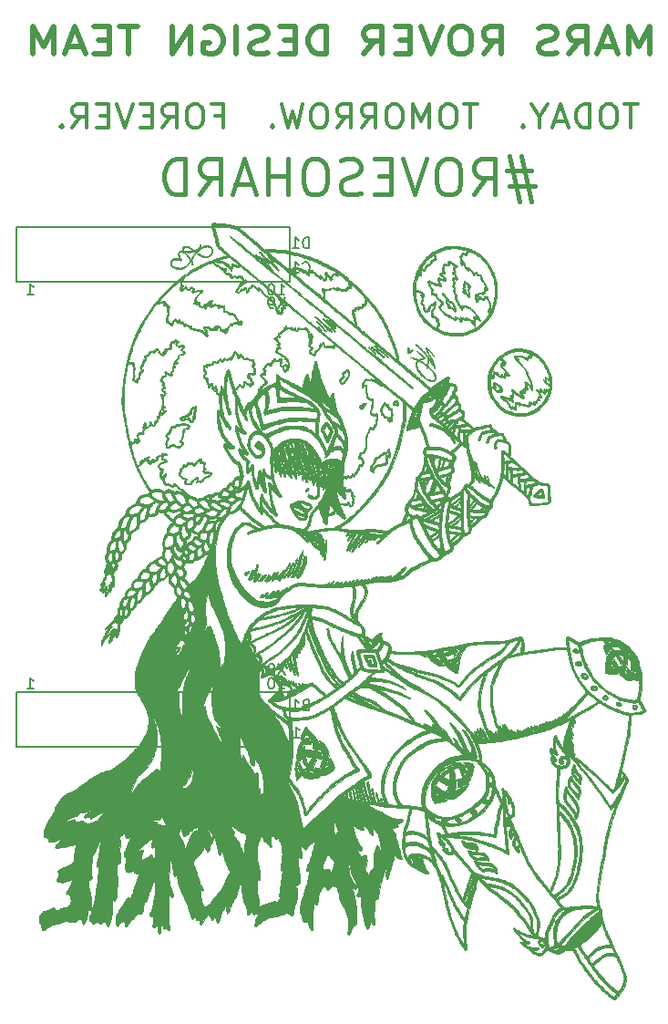
<source format=gbr>
G04 #@! TF.GenerationSoftware,KiCad,Pcbnew,(5.1.2)-1*
G04 #@! TF.CreationDate,2019-08-02T20:29:22-05:00*
G04 #@! TF.ProjectId,NavBoard_Hardware,4e617642-6f61-4726-945f-486172647761,rev?*
G04 #@! TF.SameCoordinates,Original*
G04 #@! TF.FileFunction,Legend,Bot*
G04 #@! TF.FilePolarity,Positive*
%FSLAX46Y46*%
G04 Gerber Fmt 4.6, Leading zero omitted, Abs format (unit mm)*
G04 Created by KiCad (PCBNEW (5.1.2)-1) date 2019-08-02 20:29:22*
%MOMM*%
%LPD*%
G04 APERTURE LIST*
%ADD10C,0.381000*%
%ADD11C,0.300000*%
%ADD12C,0.508000*%
%ADD13C,0.150000*%
%ADD14C,0.010000*%
G04 APERTURE END LIST*
D10*
X163110333Y-73587428D02*
X160751761Y-73587428D01*
X162166904Y-72172285D02*
X163110333Y-76417714D01*
X161066238Y-75002571D02*
X163424809Y-75002571D01*
X162009666Y-76417714D02*
X161066238Y-72172285D01*
X157764238Y-75788761D02*
X158864904Y-74216380D01*
X159651095Y-75788761D02*
X159651095Y-72486761D01*
X158393190Y-72486761D01*
X158078714Y-72644000D01*
X157921476Y-72801238D01*
X157764238Y-73115714D01*
X157764238Y-73587428D01*
X157921476Y-73901904D01*
X158078714Y-74059142D01*
X158393190Y-74216380D01*
X159651095Y-74216380D01*
X155720142Y-72486761D02*
X155091190Y-72486761D01*
X154776714Y-72644000D01*
X154462238Y-72958476D01*
X154305000Y-73587428D01*
X154305000Y-74688095D01*
X154462238Y-75317047D01*
X154776714Y-75631523D01*
X155091190Y-75788761D01*
X155720142Y-75788761D01*
X156034619Y-75631523D01*
X156349095Y-75317047D01*
X156506333Y-74688095D01*
X156506333Y-73587428D01*
X156349095Y-72958476D01*
X156034619Y-72644000D01*
X155720142Y-72486761D01*
X153361571Y-72486761D02*
X152260904Y-75788761D01*
X151160238Y-72486761D01*
X150059571Y-74059142D02*
X148958904Y-74059142D01*
X148487190Y-75788761D02*
X150059571Y-75788761D01*
X150059571Y-72486761D01*
X148487190Y-72486761D01*
X147229285Y-75631523D02*
X146757571Y-75788761D01*
X145971380Y-75788761D01*
X145656904Y-75631523D01*
X145499666Y-75474285D01*
X145342428Y-75159809D01*
X145342428Y-74845333D01*
X145499666Y-74530857D01*
X145656904Y-74373619D01*
X145971380Y-74216380D01*
X146600333Y-74059142D01*
X146914809Y-73901904D01*
X147072047Y-73744666D01*
X147229285Y-73430190D01*
X147229285Y-73115714D01*
X147072047Y-72801238D01*
X146914809Y-72644000D01*
X146600333Y-72486761D01*
X145814142Y-72486761D01*
X145342428Y-72644000D01*
X143298333Y-72486761D02*
X142669380Y-72486761D01*
X142354904Y-72644000D01*
X142040428Y-72958476D01*
X141883190Y-73587428D01*
X141883190Y-74688095D01*
X142040428Y-75317047D01*
X142354904Y-75631523D01*
X142669380Y-75788761D01*
X143298333Y-75788761D01*
X143612809Y-75631523D01*
X143927285Y-75317047D01*
X144084523Y-74688095D01*
X144084523Y-73587428D01*
X143927285Y-72958476D01*
X143612809Y-72644000D01*
X143298333Y-72486761D01*
X140468047Y-75788761D02*
X140468047Y-72486761D01*
X140468047Y-74059142D02*
X138581190Y-74059142D01*
X138581190Y-75788761D02*
X138581190Y-72486761D01*
X137166047Y-74845333D02*
X135593666Y-74845333D01*
X137480523Y-75788761D02*
X136379857Y-72486761D01*
X135279190Y-75788761D01*
X132291666Y-75788761D02*
X133392333Y-74216380D01*
X134178523Y-75788761D02*
X134178523Y-72486761D01*
X132920619Y-72486761D01*
X132606142Y-72644000D01*
X132448904Y-72801238D01*
X132291666Y-73115714D01*
X132291666Y-73587428D01*
X132448904Y-73901904D01*
X132606142Y-74059142D01*
X132920619Y-74216380D01*
X134178523Y-74216380D01*
X130876523Y-75788761D02*
X130876523Y-72486761D01*
X130090333Y-72486761D01*
X129618619Y-72644000D01*
X129304142Y-72958476D01*
X129146904Y-73272952D01*
X128989666Y-73901904D01*
X128989666Y-74373619D01*
X129146904Y-75002571D01*
X129304142Y-75317047D01*
X129618619Y-75631523D01*
X130090333Y-75788761D01*
X130876523Y-75788761D01*
D11*
X172992142Y-67397690D02*
X171685857Y-67397690D01*
X172339000Y-69556690D02*
X172339000Y-67397690D01*
X170488428Y-67397690D02*
X170053000Y-67397690D01*
X169835285Y-67500500D01*
X169617571Y-67706119D01*
X169508714Y-68117357D01*
X169508714Y-68837023D01*
X169617571Y-69248261D01*
X169835285Y-69453880D01*
X170053000Y-69556690D01*
X170488428Y-69556690D01*
X170706142Y-69453880D01*
X170923857Y-69248261D01*
X171032714Y-68837023D01*
X171032714Y-68117357D01*
X170923857Y-67706119D01*
X170706142Y-67500500D01*
X170488428Y-67397690D01*
X168529000Y-69556690D02*
X168529000Y-67397690D01*
X167984714Y-67397690D01*
X167658142Y-67500500D01*
X167440428Y-67706119D01*
X167331571Y-67911738D01*
X167222714Y-68322976D01*
X167222714Y-68631404D01*
X167331571Y-69042642D01*
X167440428Y-69248261D01*
X167658142Y-69453880D01*
X167984714Y-69556690D01*
X168529000Y-69556690D01*
X166351857Y-68939833D02*
X165263285Y-68939833D01*
X166569571Y-69556690D02*
X165807571Y-67397690D01*
X165045571Y-69556690D01*
X163848142Y-68528595D02*
X163848142Y-69556690D01*
X164610142Y-67397690D02*
X163848142Y-68528595D01*
X163086142Y-67397690D01*
X162324142Y-69351071D02*
X162215285Y-69453880D01*
X162324142Y-69556690D01*
X162433000Y-69453880D01*
X162324142Y-69351071D01*
X162324142Y-69556690D01*
X158078714Y-67397690D02*
X156772428Y-67397690D01*
X157425571Y-69556690D02*
X157425571Y-67397690D01*
X155575000Y-67397690D02*
X155139571Y-67397690D01*
X154921857Y-67500500D01*
X154704142Y-67706119D01*
X154595285Y-68117357D01*
X154595285Y-68837023D01*
X154704142Y-69248261D01*
X154921857Y-69453880D01*
X155139571Y-69556690D01*
X155575000Y-69556690D01*
X155792714Y-69453880D01*
X156010428Y-69248261D01*
X156119285Y-68837023D01*
X156119285Y-68117357D01*
X156010428Y-67706119D01*
X155792714Y-67500500D01*
X155575000Y-67397690D01*
X153615571Y-69556690D02*
X153615571Y-67397690D01*
X152853571Y-68939833D01*
X152091571Y-67397690D01*
X152091571Y-69556690D01*
X150567571Y-67397690D02*
X150132142Y-67397690D01*
X149914428Y-67500500D01*
X149696714Y-67706119D01*
X149587857Y-68117357D01*
X149587857Y-68837023D01*
X149696714Y-69248261D01*
X149914428Y-69453880D01*
X150132142Y-69556690D01*
X150567571Y-69556690D01*
X150785285Y-69453880D01*
X151003000Y-69248261D01*
X151111857Y-68837023D01*
X151111857Y-68117357D01*
X151003000Y-67706119D01*
X150785285Y-67500500D01*
X150567571Y-67397690D01*
X147301857Y-69556690D02*
X148063857Y-68528595D01*
X148608142Y-69556690D02*
X148608142Y-67397690D01*
X147737285Y-67397690D01*
X147519571Y-67500500D01*
X147410714Y-67603309D01*
X147301857Y-67808928D01*
X147301857Y-68117357D01*
X147410714Y-68322976D01*
X147519571Y-68425785D01*
X147737285Y-68528595D01*
X148608142Y-68528595D01*
X145015857Y-69556690D02*
X145777857Y-68528595D01*
X146322142Y-69556690D02*
X146322142Y-67397690D01*
X145451285Y-67397690D01*
X145233571Y-67500500D01*
X145124714Y-67603309D01*
X145015857Y-67808928D01*
X145015857Y-68117357D01*
X145124714Y-68322976D01*
X145233571Y-68425785D01*
X145451285Y-68528595D01*
X146322142Y-68528595D01*
X143600714Y-67397690D02*
X143165285Y-67397690D01*
X142947571Y-67500500D01*
X142729857Y-67706119D01*
X142621000Y-68117357D01*
X142621000Y-68837023D01*
X142729857Y-69248261D01*
X142947571Y-69453880D01*
X143165285Y-69556690D01*
X143600714Y-69556690D01*
X143818428Y-69453880D01*
X144036142Y-69248261D01*
X144145000Y-68837023D01*
X144145000Y-68117357D01*
X144036142Y-67706119D01*
X143818428Y-67500500D01*
X143600714Y-67397690D01*
X141859000Y-67397690D02*
X141314714Y-69556690D01*
X140879285Y-68014547D01*
X140443857Y-69556690D01*
X139899571Y-67397690D01*
X139028714Y-69351071D02*
X138919857Y-69453880D01*
X139028714Y-69556690D01*
X139137571Y-69453880D01*
X139028714Y-69351071D01*
X139028714Y-69556690D01*
X133694714Y-68425785D02*
X134456714Y-68425785D01*
X134456714Y-69556690D02*
X134456714Y-67397690D01*
X133368142Y-67397690D01*
X132061857Y-67397690D02*
X131626428Y-67397690D01*
X131408714Y-67500500D01*
X131191000Y-67706119D01*
X131082142Y-68117357D01*
X131082142Y-68837023D01*
X131191000Y-69248261D01*
X131408714Y-69453880D01*
X131626428Y-69556690D01*
X132061857Y-69556690D01*
X132279571Y-69453880D01*
X132497285Y-69248261D01*
X132606142Y-68837023D01*
X132606142Y-68117357D01*
X132497285Y-67706119D01*
X132279571Y-67500500D01*
X132061857Y-67397690D01*
X128796142Y-69556690D02*
X129558142Y-68528595D01*
X130102428Y-69556690D02*
X130102428Y-67397690D01*
X129231571Y-67397690D01*
X129013857Y-67500500D01*
X128905000Y-67603309D01*
X128796142Y-67808928D01*
X128796142Y-68117357D01*
X128905000Y-68322976D01*
X129013857Y-68425785D01*
X129231571Y-68528595D01*
X130102428Y-68528595D01*
X127816428Y-68425785D02*
X127054428Y-68425785D01*
X126727857Y-69556690D02*
X127816428Y-69556690D01*
X127816428Y-67397690D01*
X126727857Y-67397690D01*
X126074714Y-67397690D02*
X125312714Y-69556690D01*
X124550714Y-67397690D01*
X123788714Y-68425785D02*
X123026714Y-68425785D01*
X122700142Y-69556690D02*
X123788714Y-69556690D01*
X123788714Y-67397690D01*
X122700142Y-67397690D01*
X120414142Y-69556690D02*
X121176142Y-68528595D01*
X121720428Y-69556690D02*
X121720428Y-67397690D01*
X120849571Y-67397690D01*
X120631857Y-67500500D01*
X120523000Y-67603309D01*
X120414142Y-67808928D01*
X120414142Y-68117357D01*
X120523000Y-68322976D01*
X120631857Y-68425785D01*
X120849571Y-68528595D01*
X121720428Y-68528595D01*
X119434428Y-69351071D02*
X119325571Y-69453880D01*
X119434428Y-69556690D01*
X119543285Y-69453880D01*
X119434428Y-69351071D01*
X119434428Y-69556690D01*
D12*
X174068619Y-62744047D02*
X174068619Y-60204047D01*
X173094952Y-62018333D01*
X172121285Y-60204047D01*
X172121285Y-62744047D01*
X170869428Y-62018333D02*
X169478476Y-62018333D01*
X171147619Y-62744047D02*
X170173952Y-60204047D01*
X169200285Y-62744047D01*
X166557476Y-62744047D02*
X167531142Y-61534523D01*
X168226619Y-62744047D02*
X168226619Y-60204047D01*
X167113857Y-60204047D01*
X166835666Y-60325000D01*
X166696571Y-60445952D01*
X166557476Y-60687857D01*
X166557476Y-61050714D01*
X166696571Y-61292619D01*
X166835666Y-61413571D01*
X167113857Y-61534523D01*
X168226619Y-61534523D01*
X165444714Y-62623095D02*
X165027428Y-62744047D01*
X164331952Y-62744047D01*
X164053761Y-62623095D01*
X163914666Y-62502142D01*
X163775571Y-62260238D01*
X163775571Y-62018333D01*
X163914666Y-61776428D01*
X164053761Y-61655476D01*
X164331952Y-61534523D01*
X164888333Y-61413571D01*
X165166523Y-61292619D01*
X165305619Y-61171666D01*
X165444714Y-60929761D01*
X165444714Y-60687857D01*
X165305619Y-60445952D01*
X165166523Y-60325000D01*
X164888333Y-60204047D01*
X164192857Y-60204047D01*
X163775571Y-60325000D01*
X158629047Y-62744047D02*
X159602714Y-61534523D01*
X160298190Y-62744047D02*
X160298190Y-60204047D01*
X159185428Y-60204047D01*
X158907238Y-60325000D01*
X158768142Y-60445952D01*
X158629047Y-60687857D01*
X158629047Y-61050714D01*
X158768142Y-61292619D01*
X158907238Y-61413571D01*
X159185428Y-61534523D01*
X160298190Y-61534523D01*
X156820809Y-60204047D02*
X156264428Y-60204047D01*
X155986238Y-60325000D01*
X155708047Y-60566904D01*
X155568952Y-61050714D01*
X155568952Y-61897380D01*
X155708047Y-62381190D01*
X155986238Y-62623095D01*
X156264428Y-62744047D01*
X156820809Y-62744047D01*
X157099000Y-62623095D01*
X157377190Y-62381190D01*
X157516285Y-61897380D01*
X157516285Y-61050714D01*
X157377190Y-60566904D01*
X157099000Y-60325000D01*
X156820809Y-60204047D01*
X154734380Y-60204047D02*
X153760714Y-62744047D01*
X152787047Y-60204047D01*
X151813380Y-61413571D02*
X150839714Y-61413571D01*
X150422428Y-62744047D02*
X151813380Y-62744047D01*
X151813380Y-60204047D01*
X150422428Y-60204047D01*
X147501428Y-62744047D02*
X148475095Y-61534523D01*
X149170571Y-62744047D02*
X149170571Y-60204047D01*
X148057809Y-60204047D01*
X147779619Y-60325000D01*
X147640523Y-60445952D01*
X147501428Y-60687857D01*
X147501428Y-61050714D01*
X147640523Y-61292619D01*
X147779619Y-61413571D01*
X148057809Y-61534523D01*
X149170571Y-61534523D01*
X144024047Y-62744047D02*
X144024047Y-60204047D01*
X143328571Y-60204047D01*
X142911285Y-60325000D01*
X142633095Y-60566904D01*
X142494000Y-60808809D01*
X142354904Y-61292619D01*
X142354904Y-61655476D01*
X142494000Y-62139285D01*
X142633095Y-62381190D01*
X142911285Y-62623095D01*
X143328571Y-62744047D01*
X144024047Y-62744047D01*
X141103047Y-61413571D02*
X140129380Y-61413571D01*
X139712095Y-62744047D02*
X141103047Y-62744047D01*
X141103047Y-60204047D01*
X139712095Y-60204047D01*
X138599333Y-62623095D02*
X138182047Y-62744047D01*
X137486571Y-62744047D01*
X137208380Y-62623095D01*
X137069285Y-62502142D01*
X136930190Y-62260238D01*
X136930190Y-62018333D01*
X137069285Y-61776428D01*
X137208380Y-61655476D01*
X137486571Y-61534523D01*
X138042952Y-61413571D01*
X138321142Y-61292619D01*
X138460238Y-61171666D01*
X138599333Y-60929761D01*
X138599333Y-60687857D01*
X138460238Y-60445952D01*
X138321142Y-60325000D01*
X138042952Y-60204047D01*
X137347476Y-60204047D01*
X136930190Y-60325000D01*
X135678333Y-62744047D02*
X135678333Y-60204047D01*
X132757333Y-60325000D02*
X133035523Y-60204047D01*
X133452809Y-60204047D01*
X133870095Y-60325000D01*
X134148285Y-60566904D01*
X134287380Y-60808809D01*
X134426476Y-61292619D01*
X134426476Y-61655476D01*
X134287380Y-62139285D01*
X134148285Y-62381190D01*
X133870095Y-62623095D01*
X133452809Y-62744047D01*
X133174619Y-62744047D01*
X132757333Y-62623095D01*
X132618238Y-62502142D01*
X132618238Y-61655476D01*
X133174619Y-61655476D01*
X131366380Y-62744047D02*
X131366380Y-60204047D01*
X129697238Y-62744047D01*
X129697238Y-60204047D01*
X126498047Y-60204047D02*
X124828904Y-60204047D01*
X125663476Y-62744047D02*
X125663476Y-60204047D01*
X123855238Y-61413571D02*
X122881571Y-61413571D01*
X122464285Y-62744047D02*
X123855238Y-62744047D01*
X123855238Y-60204047D01*
X122464285Y-60204047D01*
X121351523Y-62018333D02*
X119960571Y-62018333D01*
X121629714Y-62744047D02*
X120656047Y-60204047D01*
X119682380Y-62744047D01*
X118708714Y-62744047D02*
X118708714Y-60204047D01*
X117735047Y-62018333D01*
X116761380Y-60204047D01*
X116761380Y-62744047D01*
D13*
X115265200Y-83870800D02*
X140665200Y-83870800D01*
X115265200Y-78790800D02*
X115265200Y-83870800D01*
X140665200Y-78790800D02*
X115265200Y-78790800D01*
X140665200Y-83870800D02*
X140665200Y-78790800D01*
X115265200Y-127050800D02*
X140665200Y-127050800D01*
X115265200Y-121970800D02*
X115265200Y-127050800D01*
X140665200Y-121970800D02*
X115265200Y-121970800D01*
X140665200Y-127050800D02*
X140665200Y-121970800D01*
D14*
G36*
X154766722Y-84921782D02*
G01*
X154759756Y-84972022D01*
X154778766Y-85034322D01*
X154821566Y-85091148D01*
X154825998Y-85094970D01*
X154882359Y-85149532D01*
X154951577Y-85226686D01*
X154987781Y-85270780D01*
X155045695Y-85352361D01*
X155073998Y-85423574D01*
X155082649Y-85512786D01*
X155082908Y-85541769D01*
X155105378Y-85726909D01*
X155175518Y-85891038D01*
X155230715Y-85970162D01*
X155280793Y-86045978D01*
X155297769Y-86100964D01*
X155279325Y-86126241D01*
X155271656Y-86126953D01*
X155248808Y-86150480D01*
X155244727Y-86176840D01*
X155268274Y-86216521D01*
X155327991Y-86261282D01*
X155407569Y-86303085D01*
X155490697Y-86333891D01*
X155561065Y-86345661D01*
X155582221Y-86343177D01*
X155624118Y-86346319D01*
X155678334Y-86380362D01*
X155753689Y-86451443D01*
X155784719Y-86484096D01*
X155871912Y-86573128D01*
X155932686Y-86622871D01*
X155974848Y-86638098D01*
X156006202Y-86623584D01*
X156008669Y-86621079D01*
X156026696Y-86566679D01*
X156024566Y-86471941D01*
X156008573Y-86376391D01*
X155891725Y-86376391D01*
X155888782Y-86420452D01*
X155870915Y-86417025D01*
X155843681Y-86389633D01*
X155791797Y-86340220D01*
X155720870Y-86278824D01*
X155698030Y-86260104D01*
X155620158Y-86208310D01*
X155556649Y-86195520D01*
X155530463Y-86200065D01*
X155479566Y-86206663D01*
X155461972Y-86178561D01*
X155460403Y-86143294D01*
X155435844Y-86038570D01*
X155361509Y-85919250D01*
X155293567Y-85840923D01*
X155252708Y-85782097D01*
X155224474Y-85713706D01*
X155213352Y-85653011D01*
X155223825Y-85617270D01*
X155234551Y-85613821D01*
X155259864Y-85633564D01*
X155308683Y-85684878D01*
X155359873Y-85744137D01*
X155427064Y-85818694D01*
X155476101Y-85854632D01*
X155519521Y-85860218D01*
X155531916Y-85857592D01*
X155614459Y-85862682D01*
X155690670Y-85914971D01*
X155748431Y-86004972D01*
X155759746Y-86035955D01*
X155796428Y-86132727D01*
X155840367Y-86223366D01*
X155841899Y-86226044D01*
X155876326Y-86303612D01*
X155891674Y-86373538D01*
X155891725Y-86376391D01*
X156008573Y-86376391D01*
X156003933Y-86348670D01*
X155966450Y-86208675D01*
X155940074Y-86131071D01*
X155852501Y-85934138D01*
X155753078Y-85787182D01*
X155643742Y-85692540D01*
X155545635Y-85655177D01*
X155456660Y-85637676D01*
X155406819Y-85618358D01*
X155381845Y-85587461D01*
X155367470Y-85535227D01*
X155367001Y-85532976D01*
X155342283Y-85481928D01*
X155288121Y-85404199D01*
X155212967Y-85309239D01*
X155125271Y-85206494D01*
X155033485Y-85105413D01*
X154946059Y-85015444D01*
X154871445Y-84946035D01*
X154818092Y-84906635D01*
X154801848Y-84901139D01*
X154766722Y-84921782D01*
X154766722Y-84921782D01*
G37*
X154766722Y-84921782D02*
X154759756Y-84972022D01*
X154778766Y-85034322D01*
X154821566Y-85091148D01*
X154825998Y-85094970D01*
X154882359Y-85149532D01*
X154951577Y-85226686D01*
X154987781Y-85270780D01*
X155045695Y-85352361D01*
X155073998Y-85423574D01*
X155082649Y-85512786D01*
X155082908Y-85541769D01*
X155105378Y-85726909D01*
X155175518Y-85891038D01*
X155230715Y-85970162D01*
X155280793Y-86045978D01*
X155297769Y-86100964D01*
X155279325Y-86126241D01*
X155271656Y-86126953D01*
X155248808Y-86150480D01*
X155244727Y-86176840D01*
X155268274Y-86216521D01*
X155327991Y-86261282D01*
X155407569Y-86303085D01*
X155490697Y-86333891D01*
X155561065Y-86345661D01*
X155582221Y-86343177D01*
X155624118Y-86346319D01*
X155678334Y-86380362D01*
X155753689Y-86451443D01*
X155784719Y-86484096D01*
X155871912Y-86573128D01*
X155932686Y-86622871D01*
X155974848Y-86638098D01*
X156006202Y-86623584D01*
X156008669Y-86621079D01*
X156026696Y-86566679D01*
X156024566Y-86471941D01*
X156008573Y-86376391D01*
X155891725Y-86376391D01*
X155888782Y-86420452D01*
X155870915Y-86417025D01*
X155843681Y-86389633D01*
X155791797Y-86340220D01*
X155720870Y-86278824D01*
X155698030Y-86260104D01*
X155620158Y-86208310D01*
X155556649Y-86195520D01*
X155530463Y-86200065D01*
X155479566Y-86206663D01*
X155461972Y-86178561D01*
X155460403Y-86143294D01*
X155435844Y-86038570D01*
X155361509Y-85919250D01*
X155293567Y-85840923D01*
X155252708Y-85782097D01*
X155224474Y-85713706D01*
X155213352Y-85653011D01*
X155223825Y-85617270D01*
X155234551Y-85613821D01*
X155259864Y-85633564D01*
X155308683Y-85684878D01*
X155359873Y-85744137D01*
X155427064Y-85818694D01*
X155476101Y-85854632D01*
X155519521Y-85860218D01*
X155531916Y-85857592D01*
X155614459Y-85862682D01*
X155690670Y-85914971D01*
X155748431Y-86004972D01*
X155759746Y-86035955D01*
X155796428Y-86132727D01*
X155840367Y-86223366D01*
X155841899Y-86226044D01*
X155876326Y-86303612D01*
X155891674Y-86373538D01*
X155891725Y-86376391D01*
X156008573Y-86376391D01*
X156003933Y-86348670D01*
X155966450Y-86208675D01*
X155940074Y-86131071D01*
X155852501Y-85934138D01*
X155753078Y-85787182D01*
X155643742Y-85692540D01*
X155545635Y-85655177D01*
X155456660Y-85637676D01*
X155406819Y-85618358D01*
X155381845Y-85587461D01*
X155367470Y-85535227D01*
X155367001Y-85532976D01*
X155342283Y-85481928D01*
X155288121Y-85404199D01*
X155212967Y-85309239D01*
X155125271Y-85206494D01*
X155033485Y-85105413D01*
X154946059Y-85015444D01*
X154871445Y-84946035D01*
X154818092Y-84906635D01*
X154801848Y-84901139D01*
X154766722Y-84921782D01*
G36*
X156847275Y-83771874D02*
G01*
X156816393Y-83807656D01*
X156819001Y-83833912D01*
X156814706Y-83884277D01*
X156783444Y-83951124D01*
X156775726Y-83962751D01*
X156737725Y-84027564D01*
X156732581Y-84081939D01*
X156748064Y-84136055D01*
X156764060Y-84197814D01*
X156757191Y-84252990D01*
X156723483Y-84325776D01*
X156714070Y-84342955D01*
X156648463Y-84461311D01*
X156701567Y-84553631D01*
X156742112Y-84631550D01*
X156749447Y-84676606D01*
X156722407Y-84701795D01*
X156687261Y-84713294D01*
X156631973Y-84747709D01*
X156619851Y-84785712D01*
X156643016Y-84842467D01*
X156700586Y-84899332D01*
X156774676Y-84942472D01*
X156842829Y-84958153D01*
X156906652Y-84974620D01*
X156975393Y-85014821D01*
X157030060Y-85064959D01*
X157051675Y-85109886D01*
X157068423Y-85149610D01*
X157110569Y-85212902D01*
X157139307Y-85249788D01*
X157196771Y-85313148D01*
X157236971Y-85336557D01*
X157272750Y-85327367D01*
X157273726Y-85326766D01*
X157299724Y-85298846D01*
X157314353Y-85246842D01*
X157320324Y-85157571D01*
X157320913Y-85097399D01*
X157317721Y-84989906D01*
X157309358Y-84900726D01*
X157305787Y-84884994D01*
X157205113Y-84884994D01*
X157203402Y-84968401D01*
X157183637Y-85011459D01*
X157171717Y-85015168D01*
X157145755Y-84995417D01*
X157101163Y-84946322D01*
X157087582Y-84929646D01*
X157030935Y-84874092D01*
X156977256Y-84845259D01*
X156967985Y-84844124D01*
X156923605Y-84828537D01*
X156921739Y-84794313D01*
X156943418Y-84772856D01*
X156970124Y-84727822D01*
X156956647Y-84665923D01*
X156907407Y-84602342D01*
X156889490Y-84587559D01*
X156825239Y-84521524D01*
X156813427Y-84455716D01*
X156852965Y-84383430D01*
X156855785Y-84380091D01*
X156891222Y-84303205D01*
X156901003Y-84185422D01*
X156905204Y-84100035D01*
X156918981Y-84052639D01*
X156927966Y-84047107D01*
X156963692Y-84065399D01*
X157021990Y-84110580D01*
X157056222Y-84141139D01*
X157118944Y-84209401D01*
X157137367Y-84257399D01*
X157132402Y-84273574D01*
X157128464Y-84329797D01*
X157158717Y-84415661D01*
X157158741Y-84415710D01*
X157189942Y-84501440D01*
X157185137Y-84561219D01*
X157181912Y-84567962D01*
X157170229Y-84640632D01*
X157186219Y-84762163D01*
X157188102Y-84771211D01*
X157205113Y-84884994D01*
X157305787Y-84884994D01*
X157297700Y-84849377D01*
X157278141Y-84789582D01*
X157260758Y-84706257D01*
X157258949Y-84694461D01*
X157253187Y-84622526D01*
X157266286Y-84591793D01*
X157285163Y-84587559D01*
X157311860Y-84575491D01*
X157315513Y-84530217D01*
X157309564Y-84489778D01*
X157303049Y-84420373D01*
X157323122Y-84381071D01*
X157366474Y-84354369D01*
X157424122Y-84316550D01*
X157434823Y-84279214D01*
X157397562Y-84233733D01*
X157347877Y-84196228D01*
X157285582Y-84146067D01*
X157200523Y-84068780D01*
X157107564Y-83978080D01*
X157072525Y-83942187D01*
X156972368Y-83843555D01*
X156901404Y-83787141D01*
X156855829Y-83770068D01*
X156847275Y-83771874D01*
X156847275Y-83771874D01*
G37*
X156847275Y-83771874D02*
X156816393Y-83807656D01*
X156819001Y-83833912D01*
X156814706Y-83884277D01*
X156783444Y-83951124D01*
X156775726Y-83962751D01*
X156737725Y-84027564D01*
X156732581Y-84081939D01*
X156748064Y-84136055D01*
X156764060Y-84197814D01*
X156757191Y-84252990D01*
X156723483Y-84325776D01*
X156714070Y-84342955D01*
X156648463Y-84461311D01*
X156701567Y-84553631D01*
X156742112Y-84631550D01*
X156749447Y-84676606D01*
X156722407Y-84701795D01*
X156687261Y-84713294D01*
X156631973Y-84747709D01*
X156619851Y-84785712D01*
X156643016Y-84842467D01*
X156700586Y-84899332D01*
X156774676Y-84942472D01*
X156842829Y-84958153D01*
X156906652Y-84974620D01*
X156975393Y-85014821D01*
X157030060Y-85064959D01*
X157051675Y-85109886D01*
X157068423Y-85149610D01*
X157110569Y-85212902D01*
X157139307Y-85249788D01*
X157196771Y-85313148D01*
X157236971Y-85336557D01*
X157272750Y-85327367D01*
X157273726Y-85326766D01*
X157299724Y-85298846D01*
X157314353Y-85246842D01*
X157320324Y-85157571D01*
X157320913Y-85097399D01*
X157317721Y-84989906D01*
X157309358Y-84900726D01*
X157305787Y-84884994D01*
X157205113Y-84884994D01*
X157203402Y-84968401D01*
X157183637Y-85011459D01*
X157171717Y-85015168D01*
X157145755Y-84995417D01*
X157101163Y-84946322D01*
X157087582Y-84929646D01*
X157030935Y-84874092D01*
X156977256Y-84845259D01*
X156967985Y-84844124D01*
X156923605Y-84828537D01*
X156921739Y-84794313D01*
X156943418Y-84772856D01*
X156970124Y-84727822D01*
X156956647Y-84665923D01*
X156907407Y-84602342D01*
X156889490Y-84587559D01*
X156825239Y-84521524D01*
X156813427Y-84455716D01*
X156852965Y-84383430D01*
X156855785Y-84380091D01*
X156891222Y-84303205D01*
X156901003Y-84185422D01*
X156905204Y-84100035D01*
X156918981Y-84052639D01*
X156927966Y-84047107D01*
X156963692Y-84065399D01*
X157021990Y-84110580D01*
X157056222Y-84141139D01*
X157118944Y-84209401D01*
X157137367Y-84257399D01*
X157132402Y-84273574D01*
X157128464Y-84329797D01*
X157158717Y-84415661D01*
X157158741Y-84415710D01*
X157189942Y-84501440D01*
X157185137Y-84561219D01*
X157181912Y-84567962D01*
X157170229Y-84640632D01*
X157186219Y-84762163D01*
X157188102Y-84771211D01*
X157205113Y-84884994D01*
X157305787Y-84884994D01*
X157297700Y-84849377D01*
X157278141Y-84789582D01*
X157260758Y-84706257D01*
X157258949Y-84694461D01*
X157253187Y-84622526D01*
X157266286Y-84591793D01*
X157285163Y-84587559D01*
X157311860Y-84575491D01*
X157315513Y-84530217D01*
X157309564Y-84489778D01*
X157303049Y-84420373D01*
X157323122Y-84381071D01*
X157366474Y-84354369D01*
X157424122Y-84316550D01*
X157434823Y-84279214D01*
X157397562Y-84233733D01*
X157347877Y-84196228D01*
X157285582Y-84146067D01*
X157200523Y-84068780D01*
X157107564Y-83978080D01*
X157072525Y-83942187D01*
X156972368Y-83843555D01*
X156901404Y-83787141D01*
X156855829Y-83770068D01*
X156847275Y-83771874D01*
G36*
X155343976Y-81950978D02*
G01*
X155321291Y-81974217D01*
X155316346Y-82028328D01*
X155318349Y-82082985D01*
X155324597Y-82215337D01*
X155223976Y-82228780D01*
X155132582Y-82227107D01*
X155080785Y-82203331D01*
X155005869Y-82161342D01*
X154937088Y-82171036D01*
X154879832Y-82227088D01*
X154839492Y-82324173D01*
X154821457Y-82456965D01*
X154821370Y-82459631D01*
X154815514Y-82570823D01*
X154806096Y-82672683D01*
X154798541Y-82724184D01*
X154794889Y-82805972D01*
X154810097Y-82870854D01*
X154823266Y-82920767D01*
X154800642Y-82960939D01*
X154735708Y-82998251D01*
X154663414Y-83025723D01*
X154593008Y-83056729D01*
X154559872Y-83096340D01*
X154548879Y-83152002D01*
X154553257Y-83223488D01*
X154590890Y-83277414D01*
X154620451Y-83301666D01*
X154683748Y-83341942D01*
X154733593Y-83361414D01*
X154737992Y-83361745D01*
X154780808Y-83382323D01*
X154838762Y-83432807D01*
X154896162Y-83496325D01*
X154937318Y-83556002D01*
X154948089Y-83587677D01*
X154925445Y-83609482D01*
X154866235Y-83611269D01*
X154783542Y-83595276D01*
X154690446Y-83563745D01*
X154623122Y-83532033D01*
X154530639Y-83488938D01*
X154467762Y-83481001D01*
X154420866Y-83509296D01*
X154390788Y-83550368D01*
X154367150Y-83593927D01*
X154358137Y-83636293D01*
X154363724Y-83694866D01*
X154383884Y-83787045D01*
X154390393Y-83814060D01*
X154413311Y-83910778D01*
X154429610Y-83983701D01*
X154435815Y-84017275D01*
X154435813Y-84017413D01*
X154411388Y-84026987D01*
X154349874Y-84035092D01*
X154310287Y-84037751D01*
X154194876Y-84028626D01*
X154110824Y-83987863D01*
X154029152Y-83947514D01*
X153945521Y-83931891D01*
X153837715Y-83908305D01*
X153728116Y-83834924D01*
X153675681Y-83783958D01*
X153615640Y-83739344D01*
X153554623Y-83742836D01*
X153497211Y-83777329D01*
X153457327Y-83817773D01*
X153447318Y-83870735D01*
X153454085Y-83926992D01*
X153482698Y-84043363D01*
X153528673Y-84174074D01*
X153584519Y-84302094D01*
X153642741Y-84410394D01*
X153695847Y-84481943D01*
X153699981Y-84485873D01*
X153737219Y-84523615D01*
X153759584Y-84563269D01*
X153770843Y-84620002D01*
X153774763Y-84708986D01*
X153775159Y-84788658D01*
X153775159Y-85022953D01*
X153901911Y-85062275D01*
X153979221Y-85090633D01*
X154032791Y-85118369D01*
X154045063Y-85129651D01*
X154082759Y-85153015D01*
X154115101Y-85157704D01*
X154168012Y-85183813D01*
X154201458Y-85236100D01*
X154249323Y-85335034D01*
X154307569Y-85433338D01*
X154366227Y-85516127D01*
X154415332Y-85568515D01*
X154430185Y-85577672D01*
X154484245Y-85615595D01*
X154510163Y-85645628D01*
X154563959Y-85690505D01*
X154603994Y-85704520D01*
X154661471Y-85739636D01*
X154689513Y-85790970D01*
X154700912Y-85850085D01*
X154679641Y-85894398D01*
X154642869Y-85928449D01*
X154593493Y-85980356D01*
X154570763Y-86025641D01*
X154570594Y-86028514D01*
X154548761Y-86067687D01*
X154495606Y-86109365D01*
X154489702Y-86112699D01*
X154434702Y-86152161D01*
X154409142Y-86189016D01*
X154408912Y-86191826D01*
X154428399Y-86257537D01*
X154478872Y-86341519D01*
X154548783Y-86426987D01*
X154610334Y-86484657D01*
X154680849Y-86552309D01*
X154736704Y-86624270D01*
X154747492Y-86643421D01*
X154789845Y-86710635D01*
X154850964Y-86786063D01*
X154917861Y-86856048D01*
X154977548Y-86906937D01*
X155015455Y-86925157D01*
X155052303Y-86939795D01*
X155120252Y-86978479D01*
X155205698Y-87033367D01*
X155220289Y-87043268D01*
X155324018Y-87108883D01*
X155429305Y-87166934D01*
X155512548Y-87204524D01*
X155597328Y-87241236D01*
X155704767Y-87296046D01*
X155811636Y-87357103D01*
X155811849Y-87357232D01*
X155903776Y-87409968D01*
X155981786Y-87448803D01*
X156030984Y-87466431D01*
X156035135Y-87466795D01*
X156084817Y-87442093D01*
X156115733Y-87381709D01*
X156117819Y-87306230D01*
X156116490Y-87300361D01*
X156112320Y-87252429D01*
X156121838Y-87238737D01*
X156153282Y-87255823D01*
X156210123Y-87298799D01*
X156277819Y-87355246D01*
X156341831Y-87412742D01*
X156387617Y-87458867D01*
X156400769Y-87476998D01*
X156433446Y-87527029D01*
X156481212Y-87571836D01*
X156525155Y-87595541D01*
X156540351Y-87594169D01*
X156567470Y-87558259D01*
X156600035Y-87492241D01*
X156605402Y-87479100D01*
X156630192Y-87425407D01*
X156660021Y-87395075D01*
X156706351Y-87386170D01*
X156780641Y-87396756D01*
X156894352Y-87424900D01*
X156906875Y-87428218D01*
X157004814Y-87451986D01*
X157063480Y-87459063D01*
X157094999Y-87450002D01*
X157105786Y-87437288D01*
X157147114Y-87414652D01*
X157214373Y-87425555D01*
X157295823Y-87462736D01*
X157379726Y-87518936D01*
X157454343Y-87586893D01*
X157507937Y-87659346D01*
X157523359Y-87695577D01*
X157560932Y-87748864D01*
X157590337Y-87766050D01*
X157634447Y-87801374D01*
X157680203Y-87867649D01*
X157690072Y-87887112D01*
X157738989Y-87971164D01*
X157781102Y-87999110D01*
X157817399Y-87971258D01*
X157835211Y-87932356D01*
X157847524Y-87867388D01*
X157855060Y-87763603D01*
X157856746Y-87639067D01*
X157855600Y-87589172D01*
X157846709Y-87326700D01*
X157910272Y-87343592D01*
X157971694Y-87342791D01*
X157995874Y-87322781D01*
X158019410Y-87310145D01*
X158060972Y-87334036D01*
X158120272Y-87390191D01*
X158207484Y-87466155D01*
X158269527Y-87494228D01*
X158303043Y-87478663D01*
X158304668Y-87423715D01*
X158271042Y-87333638D01*
X158226844Y-87255316D01*
X158172767Y-87165583D01*
X158139863Y-87106018D01*
X158009269Y-87106018D01*
X157998439Y-87122564D01*
X157958637Y-87098082D01*
X157943690Y-87084441D01*
X157903870Y-87051513D01*
X157880966Y-87059161D01*
X157864843Y-87086398D01*
X157842095Y-87120474D01*
X157816766Y-87115615D01*
X157782514Y-87085023D01*
X157725799Y-87052219D01*
X157674303Y-87054241D01*
X157646150Y-87088796D01*
X157644885Y-87102433D01*
X157653804Y-87150784D01*
X157675573Y-87226956D01*
X157684148Y-87252991D01*
X157709249Y-87339694D01*
X157723247Y-87413162D01*
X157724188Y-87426642D01*
X157719996Y-87462264D01*
X157696282Y-87475916D01*
X157639205Y-87472146D01*
X157602682Y-87466579D01*
X157495846Y-87433738D01*
X157439369Y-87385576D01*
X157385084Y-87338470D01*
X157334931Y-87324259D01*
X157279179Y-87307445D01*
X157202245Y-87264065D01*
X157144139Y-87221788D01*
X157068625Y-87165193D01*
X157022828Y-87143674D01*
X156997250Y-87153167D01*
X156994185Y-87157646D01*
X156973246Y-87205980D01*
X156970795Y-87220280D01*
X156946077Y-87230828D01*
X156881765Y-87234895D01*
X156794490Y-87231753D01*
X156681856Y-87218030D01*
X156606343Y-87193269D01*
X156553810Y-87154575D01*
X156492063Y-87111589D01*
X156450852Y-87119023D01*
X156436713Y-87173375D01*
X156441400Y-87214772D01*
X156438883Y-87287005D01*
X156404833Y-87319501D01*
X156350400Y-87305013D01*
X156328985Y-87287865D01*
X156275319Y-87248097D01*
X156198509Y-87203107D01*
X156113941Y-87160378D01*
X156037003Y-87127391D01*
X155983083Y-87111630D01*
X155969059Y-87112845D01*
X155950898Y-87150180D01*
X155945753Y-87195976D01*
X155932653Y-87263807D01*
X155894069Y-87281634D01*
X155831082Y-87249073D01*
X155820519Y-87240590D01*
X155763345Y-87199981D01*
X155721229Y-87181780D01*
X155719665Y-87181708D01*
X155687924Y-87161507D01*
X155634046Y-87108649D01*
X155572008Y-87037336D01*
X155491902Y-86949441D01*
X155434665Y-86910097D01*
X155413488Y-86909583D01*
X155354137Y-86911064D01*
X155256057Y-86886719D01*
X155127518Y-86838686D01*
X155109872Y-86831188D01*
X155065299Y-86799669D01*
X154994227Y-86735516D01*
X154906557Y-86648164D01*
X154815124Y-86550301D01*
X154587785Y-86298416D01*
X154646599Y-86232227D01*
X154688771Y-86165599D01*
X154705414Y-86103124D01*
X154730408Y-86039233D01*
X154772823Y-86007736D01*
X154817332Y-85976048D01*
X154836684Y-85925197D01*
X154840233Y-85856698D01*
X154828186Y-85756789D01*
X154787122Y-85687608D01*
X154779564Y-85680034D01*
X154715717Y-85612922D01*
X154669724Y-85558088D01*
X154609229Y-85510259D01*
X154566587Y-85509160D01*
X154505608Y-85503457D01*
X154457930Y-85476302D01*
X154399333Y-85411242D01*
X154341571Y-85325542D01*
X154296126Y-85238789D01*
X154274479Y-85170570D01*
X154273991Y-85162525D01*
X154265259Y-85098743D01*
X154244192Y-85018834D01*
X154243570Y-85016935D01*
X154217837Y-84955328D01*
X154183238Y-84935400D01*
X154122232Y-84942705D01*
X154053825Y-84947873D01*
X154031316Y-84928673D01*
X154008203Y-84909329D01*
X153950424Y-84915392D01*
X153894110Y-84919702D01*
X153870318Y-84894369D01*
X153877574Y-84832906D01*
X153910361Y-84738983D01*
X153951190Y-84635673D01*
X153813185Y-84467923D01*
X153706451Y-84317582D01*
X153638527Y-84168824D01*
X153626542Y-84130342D01*
X153604421Y-84039758D01*
X153595211Y-83972847D01*
X153599732Y-83946250D01*
X153632962Y-83951313D01*
X153698694Y-83978422D01*
X153779250Y-84019854D01*
X153907303Y-84083620D01*
X154050594Y-84142831D01*
X154195293Y-84192967D01*
X154327569Y-84229506D01*
X154433590Y-84247928D01*
X154478539Y-84248437D01*
X154540696Y-84263263D01*
X154569474Y-84286805D01*
X154618938Y-84323959D01*
X154669545Y-84327990D01*
X154701914Y-84299911D01*
X154705414Y-84279680D01*
X154691821Y-84220465D01*
X154679044Y-84200488D01*
X154650909Y-84153358D01*
X154618639Y-84073454D01*
X154585876Y-83974176D01*
X154556263Y-83868925D01*
X154533443Y-83771103D01*
X154521058Y-83694110D01*
X154522753Y-83651347D01*
X154528537Y-83646818D01*
X154562267Y-83658767D01*
X154621617Y-83688051D01*
X154631174Y-83693216D01*
X154710465Y-83723613D01*
X154811095Y-83745976D01*
X154852287Y-83750959D01*
X154946637Y-83758985D01*
X155028776Y-83766253D01*
X155055103Y-83768703D01*
X155112031Y-83756436D01*
X155135907Y-83711712D01*
X155130075Y-83644144D01*
X155097880Y-83563346D01*
X155042664Y-83478930D01*
X154967773Y-83400512D01*
X154912542Y-83358870D01*
X154801487Y-83282562D01*
X154737265Y-83228744D01*
X154720566Y-83198092D01*
X154741049Y-83190701D01*
X154784412Y-83167670D01*
X154796056Y-83147940D01*
X154834415Y-83115676D01*
X154901404Y-83105179D01*
X154995457Y-83089113D01*
X155045246Y-83046080D01*
X155047775Y-82983829D01*
X155000045Y-82910109D01*
X154983204Y-82893758D01*
X154939017Y-82848979D01*
X154923931Y-82808683D01*
X154933076Y-82749256D01*
X154944664Y-82706922D01*
X154964003Y-82591117D01*
X154961721Y-82479054D01*
X154961274Y-82476159D01*
X154952977Y-82378690D01*
X154968540Y-82330122D01*
X155009695Y-82327363D01*
X155037358Y-82340430D01*
X155098260Y-82361366D01*
X155187496Y-82377180D01*
X155239345Y-82381794D01*
X155359968Y-82372146D01*
X155442898Y-82330090D01*
X155483769Y-82258416D01*
X155487367Y-82223136D01*
X155501263Y-82163828D01*
X155543031Y-82153192D01*
X155612793Y-82191212D01*
X155630253Y-82204765D01*
X155709810Y-82260122D01*
X155808571Y-82317494D01*
X155852864Y-82339833D01*
X155926508Y-82376370D01*
X155955971Y-82398061D01*
X155946999Y-82411610D01*
X155921341Y-82419732D01*
X155863293Y-82448744D01*
X155836834Y-82478667D01*
X155792830Y-82575536D01*
X155771256Y-82638408D01*
X155770438Y-82684293D01*
X155788702Y-82730195D01*
X155808595Y-82765639D01*
X155853919Y-82855635D01*
X155862250Y-82907744D01*
X155832991Y-82926152D01*
X155786537Y-82920478D01*
X155718455Y-82917824D01*
X155689553Y-82947112D01*
X155698376Y-83002805D01*
X155743465Y-83079362D01*
X155823364Y-83171246D01*
X155862399Y-83208889D01*
X155934802Y-83285337D01*
X155992706Y-83363883D01*
X156028876Y-83432393D01*
X156036076Y-83478732D01*
X156029094Y-83488428D01*
X155988127Y-83490003D01*
X155936280Y-83472518D01*
X155858535Y-83454163D01*
X155799440Y-83458446D01*
X155750952Y-83487825D01*
X155730543Y-83547130D01*
X155737600Y-83643048D01*
X155770196Y-83777697D01*
X155802398Y-83918494D01*
X155805479Y-84022391D01*
X155779421Y-84100486D01*
X155769630Y-84115510D01*
X155735562Y-84187060D01*
X155740386Y-84263017D01*
X155785659Y-84357577D01*
X155798372Y-84377900D01*
X155839151Y-84457264D01*
X155851394Y-84517971D01*
X155848983Y-84528829D01*
X155811583Y-84625455D01*
X155794534Y-84692325D01*
X155799171Y-84749824D01*
X155826829Y-84818334D01*
X155873879Y-84908845D01*
X155938926Y-85051332D01*
X155970304Y-85166861D01*
X155972717Y-85199741D01*
X155994077Y-85360246D01*
X156057075Y-85550209D01*
X156160092Y-85765047D01*
X156193972Y-85825704D01*
X156255965Y-85940398D01*
X156309140Y-86050957D01*
X156344852Y-86138962D01*
X156351949Y-86162281D01*
X156387040Y-86249362D01*
X156443754Y-86340708D01*
X156510519Y-86422007D01*
X156575761Y-86478949D01*
X156623091Y-86497547D01*
X156658074Y-86486059D01*
X156668610Y-86441582D01*
X156667141Y-86404916D01*
X156668853Y-86338926D01*
X156693785Y-86309933D01*
X156721025Y-86303150D01*
X156781852Y-86272838D01*
X156809606Y-86238991D01*
X156848202Y-86196703D01*
X156908754Y-86188585D01*
X156998259Y-86215267D01*
X157101427Y-86265298D01*
X157195120Y-86313260D01*
X157280411Y-86353323D01*
X157326518Y-86372201D01*
X157382750Y-86405570D01*
X157465468Y-86471482D01*
X157564814Y-86560355D01*
X157670931Y-86662608D01*
X157773962Y-86768661D01*
X157864051Y-86868933D01*
X157931339Y-86953843D01*
X157943958Y-86972337D01*
X157991113Y-87054068D01*
X158009269Y-87106018D01*
X158139863Y-87106018D01*
X158129706Y-87087632D01*
X158109459Y-87044317D01*
X158080166Y-86996145D01*
X158020043Y-86920260D01*
X157936587Y-86824374D01*
X157837295Y-86716200D01*
X157729663Y-86603451D01*
X157621187Y-86493837D01*
X157519363Y-86395071D01*
X157431689Y-86314866D01*
X157365660Y-86260932D01*
X157328773Y-86240983D01*
X157328591Y-86240982D01*
X157289327Y-86228048D01*
X157223298Y-86196191D01*
X157149980Y-86155827D01*
X157088847Y-86117370D01*
X157068925Y-86102104D01*
X157021668Y-86078694D01*
X156946997Y-86057923D01*
X156927297Y-86054211D01*
X156846073Y-86048258D01*
X156797038Y-86067560D01*
X156783340Y-86082019D01*
X156735950Y-86113301D01*
X156660147Y-86110774D01*
X156656563Y-86110077D01*
X156595075Y-86102429D01*
X156570021Y-86117688D01*
X156565923Y-86150605D01*
X156557064Y-86210666D01*
X156531732Y-86218320D01*
X156491801Y-86174772D01*
X156439142Y-86081229D01*
X156430391Y-86063231D01*
X156375673Y-85950943D01*
X156307817Y-85814581D01*
X156239715Y-85680003D01*
X156226230Y-85653691D01*
X156162233Y-85520512D01*
X156124841Y-85418125D01*
X156108991Y-85331176D01*
X156107537Y-85293807D01*
X156089927Y-85135682D01*
X156042467Y-84979780D01*
X155973294Y-84852679D01*
X155925860Y-84753721D01*
X155931577Y-84657708D01*
X155960093Y-84603490D01*
X155985695Y-84546417D01*
X155998230Y-84477650D01*
X155996296Y-84418069D01*
X155978492Y-84388553D01*
X155974553Y-84388008D01*
X155943670Y-84366881D01*
X155900439Y-84314977D01*
X155893136Y-84304431D01*
X155836846Y-84220854D01*
X155895872Y-84101128D01*
X155930819Y-84021891D01*
X155939791Y-83965833D01*
X155925648Y-83907952D01*
X155919724Y-83892505D01*
X155892103Y-83801397D01*
X155872415Y-83699847D01*
X155871481Y-83692347D01*
X155865829Y-83622175D01*
X155874895Y-83595837D01*
X155903823Y-83601062D01*
X155908823Y-83603205D01*
X156009012Y-83645678D01*
X156073227Y-83667925D01*
X156114524Y-83673466D01*
X156144006Y-83666629D01*
X156181827Y-83624275D01*
X156189291Y-83548927D01*
X156169294Y-83452478D01*
X156124732Y-83346818D01*
X156058502Y-83243838D01*
X156033769Y-83214029D01*
X155989880Y-83155083D01*
X155981229Y-83103928D01*
X155994126Y-83052758D01*
X156008197Y-82936535D01*
X155998049Y-82858386D01*
X155975370Y-82720978D01*
X155975573Y-82623812D01*
X155998304Y-82571510D01*
X156020645Y-82563541D01*
X156088957Y-82544045D01*
X156150781Y-82496876D01*
X156186035Y-82439010D01*
X156188429Y-82421713D01*
X156166458Y-82375421D01*
X156112639Y-82321998D01*
X156045110Y-82275705D01*
X155982009Y-82250804D01*
X155969535Y-82249596D01*
X155932255Y-82234633D01*
X155861743Y-82194609D01*
X155769487Y-82136330D01*
X155703078Y-82091730D01*
X155581612Y-82012221D01*
X155492727Y-81964295D01*
X155427205Y-81943510D01*
X155392993Y-81942431D01*
X155343976Y-81950978D01*
X155343976Y-81950978D01*
G37*
X155343976Y-81950978D02*
X155321291Y-81974217D01*
X155316346Y-82028328D01*
X155318349Y-82082985D01*
X155324597Y-82215337D01*
X155223976Y-82228780D01*
X155132582Y-82227107D01*
X155080785Y-82203331D01*
X155005869Y-82161342D01*
X154937088Y-82171036D01*
X154879832Y-82227088D01*
X154839492Y-82324173D01*
X154821457Y-82456965D01*
X154821370Y-82459631D01*
X154815514Y-82570823D01*
X154806096Y-82672683D01*
X154798541Y-82724184D01*
X154794889Y-82805972D01*
X154810097Y-82870854D01*
X154823266Y-82920767D01*
X154800642Y-82960939D01*
X154735708Y-82998251D01*
X154663414Y-83025723D01*
X154593008Y-83056729D01*
X154559872Y-83096340D01*
X154548879Y-83152002D01*
X154553257Y-83223488D01*
X154590890Y-83277414D01*
X154620451Y-83301666D01*
X154683748Y-83341942D01*
X154733593Y-83361414D01*
X154737992Y-83361745D01*
X154780808Y-83382323D01*
X154838762Y-83432807D01*
X154896162Y-83496325D01*
X154937318Y-83556002D01*
X154948089Y-83587677D01*
X154925445Y-83609482D01*
X154866235Y-83611269D01*
X154783542Y-83595276D01*
X154690446Y-83563745D01*
X154623122Y-83532033D01*
X154530639Y-83488938D01*
X154467762Y-83481001D01*
X154420866Y-83509296D01*
X154390788Y-83550368D01*
X154367150Y-83593927D01*
X154358137Y-83636293D01*
X154363724Y-83694866D01*
X154383884Y-83787045D01*
X154390393Y-83814060D01*
X154413311Y-83910778D01*
X154429610Y-83983701D01*
X154435815Y-84017275D01*
X154435813Y-84017413D01*
X154411388Y-84026987D01*
X154349874Y-84035092D01*
X154310287Y-84037751D01*
X154194876Y-84028626D01*
X154110824Y-83987863D01*
X154029152Y-83947514D01*
X153945521Y-83931891D01*
X153837715Y-83908305D01*
X153728116Y-83834924D01*
X153675681Y-83783958D01*
X153615640Y-83739344D01*
X153554623Y-83742836D01*
X153497211Y-83777329D01*
X153457327Y-83817773D01*
X153447318Y-83870735D01*
X153454085Y-83926992D01*
X153482698Y-84043363D01*
X153528673Y-84174074D01*
X153584519Y-84302094D01*
X153642741Y-84410394D01*
X153695847Y-84481943D01*
X153699981Y-84485873D01*
X153737219Y-84523615D01*
X153759584Y-84563269D01*
X153770843Y-84620002D01*
X153774763Y-84708986D01*
X153775159Y-84788658D01*
X153775159Y-85022953D01*
X153901911Y-85062275D01*
X153979221Y-85090633D01*
X154032791Y-85118369D01*
X154045063Y-85129651D01*
X154082759Y-85153015D01*
X154115101Y-85157704D01*
X154168012Y-85183813D01*
X154201458Y-85236100D01*
X154249323Y-85335034D01*
X154307569Y-85433338D01*
X154366227Y-85516127D01*
X154415332Y-85568515D01*
X154430185Y-85577672D01*
X154484245Y-85615595D01*
X154510163Y-85645628D01*
X154563959Y-85690505D01*
X154603994Y-85704520D01*
X154661471Y-85739636D01*
X154689513Y-85790970D01*
X154700912Y-85850085D01*
X154679641Y-85894398D01*
X154642869Y-85928449D01*
X154593493Y-85980356D01*
X154570763Y-86025641D01*
X154570594Y-86028514D01*
X154548761Y-86067687D01*
X154495606Y-86109365D01*
X154489702Y-86112699D01*
X154434702Y-86152161D01*
X154409142Y-86189016D01*
X154408912Y-86191826D01*
X154428399Y-86257537D01*
X154478872Y-86341519D01*
X154548783Y-86426987D01*
X154610334Y-86484657D01*
X154680849Y-86552309D01*
X154736704Y-86624270D01*
X154747492Y-86643421D01*
X154789845Y-86710635D01*
X154850964Y-86786063D01*
X154917861Y-86856048D01*
X154977548Y-86906937D01*
X155015455Y-86925157D01*
X155052303Y-86939795D01*
X155120252Y-86978479D01*
X155205698Y-87033367D01*
X155220289Y-87043268D01*
X155324018Y-87108883D01*
X155429305Y-87166934D01*
X155512548Y-87204524D01*
X155597328Y-87241236D01*
X155704767Y-87296046D01*
X155811636Y-87357103D01*
X155811849Y-87357232D01*
X155903776Y-87409968D01*
X155981786Y-87448803D01*
X156030984Y-87466431D01*
X156035135Y-87466795D01*
X156084817Y-87442093D01*
X156115733Y-87381709D01*
X156117819Y-87306230D01*
X156116490Y-87300361D01*
X156112320Y-87252429D01*
X156121838Y-87238737D01*
X156153282Y-87255823D01*
X156210123Y-87298799D01*
X156277819Y-87355246D01*
X156341831Y-87412742D01*
X156387617Y-87458867D01*
X156400769Y-87476998D01*
X156433446Y-87527029D01*
X156481212Y-87571836D01*
X156525155Y-87595541D01*
X156540351Y-87594169D01*
X156567470Y-87558259D01*
X156600035Y-87492241D01*
X156605402Y-87479100D01*
X156630192Y-87425407D01*
X156660021Y-87395075D01*
X156706351Y-87386170D01*
X156780641Y-87396756D01*
X156894352Y-87424900D01*
X156906875Y-87428218D01*
X157004814Y-87451986D01*
X157063480Y-87459063D01*
X157094999Y-87450002D01*
X157105786Y-87437288D01*
X157147114Y-87414652D01*
X157214373Y-87425555D01*
X157295823Y-87462736D01*
X157379726Y-87518936D01*
X157454343Y-87586893D01*
X157507937Y-87659346D01*
X157523359Y-87695577D01*
X157560932Y-87748864D01*
X157590337Y-87766050D01*
X157634447Y-87801374D01*
X157680203Y-87867649D01*
X157690072Y-87887112D01*
X157738989Y-87971164D01*
X157781102Y-87999110D01*
X157817399Y-87971258D01*
X157835211Y-87932356D01*
X157847524Y-87867388D01*
X157855060Y-87763603D01*
X157856746Y-87639067D01*
X157855600Y-87589172D01*
X157846709Y-87326700D01*
X157910272Y-87343592D01*
X157971694Y-87342791D01*
X157995874Y-87322781D01*
X158019410Y-87310145D01*
X158060972Y-87334036D01*
X158120272Y-87390191D01*
X158207484Y-87466155D01*
X158269527Y-87494228D01*
X158303043Y-87478663D01*
X158304668Y-87423715D01*
X158271042Y-87333638D01*
X158226844Y-87255316D01*
X158172767Y-87165583D01*
X158139863Y-87106018D01*
X158009269Y-87106018D01*
X157998439Y-87122564D01*
X157958637Y-87098082D01*
X157943690Y-87084441D01*
X157903870Y-87051513D01*
X157880966Y-87059161D01*
X157864843Y-87086398D01*
X157842095Y-87120474D01*
X157816766Y-87115615D01*
X157782514Y-87085023D01*
X157725799Y-87052219D01*
X157674303Y-87054241D01*
X157646150Y-87088796D01*
X157644885Y-87102433D01*
X157653804Y-87150784D01*
X157675573Y-87226956D01*
X157684148Y-87252991D01*
X157709249Y-87339694D01*
X157723247Y-87413162D01*
X157724188Y-87426642D01*
X157719996Y-87462264D01*
X157696282Y-87475916D01*
X157639205Y-87472146D01*
X157602682Y-87466579D01*
X157495846Y-87433738D01*
X157439369Y-87385576D01*
X157385084Y-87338470D01*
X157334931Y-87324259D01*
X157279179Y-87307445D01*
X157202245Y-87264065D01*
X157144139Y-87221788D01*
X157068625Y-87165193D01*
X157022828Y-87143674D01*
X156997250Y-87153167D01*
X156994185Y-87157646D01*
X156973246Y-87205980D01*
X156970795Y-87220280D01*
X156946077Y-87230828D01*
X156881765Y-87234895D01*
X156794490Y-87231753D01*
X156681856Y-87218030D01*
X156606343Y-87193269D01*
X156553810Y-87154575D01*
X156492063Y-87111589D01*
X156450852Y-87119023D01*
X156436713Y-87173375D01*
X156441400Y-87214772D01*
X156438883Y-87287005D01*
X156404833Y-87319501D01*
X156350400Y-87305013D01*
X156328985Y-87287865D01*
X156275319Y-87248097D01*
X156198509Y-87203107D01*
X156113941Y-87160378D01*
X156037003Y-87127391D01*
X155983083Y-87111630D01*
X155969059Y-87112845D01*
X155950898Y-87150180D01*
X155945753Y-87195976D01*
X155932653Y-87263807D01*
X155894069Y-87281634D01*
X155831082Y-87249073D01*
X155820519Y-87240590D01*
X155763345Y-87199981D01*
X155721229Y-87181780D01*
X155719665Y-87181708D01*
X155687924Y-87161507D01*
X155634046Y-87108649D01*
X155572008Y-87037336D01*
X155491902Y-86949441D01*
X155434665Y-86910097D01*
X155413488Y-86909583D01*
X155354137Y-86911064D01*
X155256057Y-86886719D01*
X155127518Y-86838686D01*
X155109872Y-86831188D01*
X155065299Y-86799669D01*
X154994227Y-86735516D01*
X154906557Y-86648164D01*
X154815124Y-86550301D01*
X154587785Y-86298416D01*
X154646599Y-86232227D01*
X154688771Y-86165599D01*
X154705414Y-86103124D01*
X154730408Y-86039233D01*
X154772823Y-86007736D01*
X154817332Y-85976048D01*
X154836684Y-85925197D01*
X154840233Y-85856698D01*
X154828186Y-85756789D01*
X154787122Y-85687608D01*
X154779564Y-85680034D01*
X154715717Y-85612922D01*
X154669724Y-85558088D01*
X154609229Y-85510259D01*
X154566587Y-85509160D01*
X154505608Y-85503457D01*
X154457930Y-85476302D01*
X154399333Y-85411242D01*
X154341571Y-85325542D01*
X154296126Y-85238789D01*
X154274479Y-85170570D01*
X154273991Y-85162525D01*
X154265259Y-85098743D01*
X154244192Y-85018834D01*
X154243570Y-85016935D01*
X154217837Y-84955328D01*
X154183238Y-84935400D01*
X154122232Y-84942705D01*
X154053825Y-84947873D01*
X154031316Y-84928673D01*
X154008203Y-84909329D01*
X153950424Y-84915392D01*
X153894110Y-84919702D01*
X153870318Y-84894369D01*
X153877574Y-84832906D01*
X153910361Y-84738983D01*
X153951190Y-84635673D01*
X153813185Y-84467923D01*
X153706451Y-84317582D01*
X153638527Y-84168824D01*
X153626542Y-84130342D01*
X153604421Y-84039758D01*
X153595211Y-83972847D01*
X153599732Y-83946250D01*
X153632962Y-83951313D01*
X153698694Y-83978422D01*
X153779250Y-84019854D01*
X153907303Y-84083620D01*
X154050594Y-84142831D01*
X154195293Y-84192967D01*
X154327569Y-84229506D01*
X154433590Y-84247928D01*
X154478539Y-84248437D01*
X154540696Y-84263263D01*
X154569474Y-84286805D01*
X154618938Y-84323959D01*
X154669545Y-84327990D01*
X154701914Y-84299911D01*
X154705414Y-84279680D01*
X154691821Y-84220465D01*
X154679044Y-84200488D01*
X154650909Y-84153358D01*
X154618639Y-84073454D01*
X154585876Y-83974176D01*
X154556263Y-83868925D01*
X154533443Y-83771103D01*
X154521058Y-83694110D01*
X154522753Y-83651347D01*
X154528537Y-83646818D01*
X154562267Y-83658767D01*
X154621617Y-83688051D01*
X154631174Y-83693216D01*
X154710465Y-83723613D01*
X154811095Y-83745976D01*
X154852287Y-83750959D01*
X154946637Y-83758985D01*
X155028776Y-83766253D01*
X155055103Y-83768703D01*
X155112031Y-83756436D01*
X155135907Y-83711712D01*
X155130075Y-83644144D01*
X155097880Y-83563346D01*
X155042664Y-83478930D01*
X154967773Y-83400512D01*
X154912542Y-83358870D01*
X154801487Y-83282562D01*
X154737265Y-83228744D01*
X154720566Y-83198092D01*
X154741049Y-83190701D01*
X154784412Y-83167670D01*
X154796056Y-83147940D01*
X154834415Y-83115676D01*
X154901404Y-83105179D01*
X154995457Y-83089113D01*
X155045246Y-83046080D01*
X155047775Y-82983829D01*
X155000045Y-82910109D01*
X154983204Y-82893758D01*
X154939017Y-82848979D01*
X154923931Y-82808683D01*
X154933076Y-82749256D01*
X154944664Y-82706922D01*
X154964003Y-82591117D01*
X154961721Y-82479054D01*
X154961274Y-82476159D01*
X154952977Y-82378690D01*
X154968540Y-82330122D01*
X155009695Y-82327363D01*
X155037358Y-82340430D01*
X155098260Y-82361366D01*
X155187496Y-82377180D01*
X155239345Y-82381794D01*
X155359968Y-82372146D01*
X155442898Y-82330090D01*
X155483769Y-82258416D01*
X155487367Y-82223136D01*
X155501263Y-82163828D01*
X155543031Y-82153192D01*
X155612793Y-82191212D01*
X155630253Y-82204765D01*
X155709810Y-82260122D01*
X155808571Y-82317494D01*
X155852864Y-82339833D01*
X155926508Y-82376370D01*
X155955971Y-82398061D01*
X155946999Y-82411610D01*
X155921341Y-82419732D01*
X155863293Y-82448744D01*
X155836834Y-82478667D01*
X155792830Y-82575536D01*
X155771256Y-82638408D01*
X155770438Y-82684293D01*
X155788702Y-82730195D01*
X155808595Y-82765639D01*
X155853919Y-82855635D01*
X155862250Y-82907744D01*
X155832991Y-82926152D01*
X155786537Y-82920478D01*
X155718455Y-82917824D01*
X155689553Y-82947112D01*
X155698376Y-83002805D01*
X155743465Y-83079362D01*
X155823364Y-83171246D01*
X155862399Y-83208889D01*
X155934802Y-83285337D01*
X155992706Y-83363883D01*
X156028876Y-83432393D01*
X156036076Y-83478732D01*
X156029094Y-83488428D01*
X155988127Y-83490003D01*
X155936280Y-83472518D01*
X155858535Y-83454163D01*
X155799440Y-83458446D01*
X155750952Y-83487825D01*
X155730543Y-83547130D01*
X155737600Y-83643048D01*
X155770196Y-83777697D01*
X155802398Y-83918494D01*
X155805479Y-84022391D01*
X155779421Y-84100486D01*
X155769630Y-84115510D01*
X155735562Y-84187060D01*
X155740386Y-84263017D01*
X155785659Y-84357577D01*
X155798372Y-84377900D01*
X155839151Y-84457264D01*
X155851394Y-84517971D01*
X155848983Y-84528829D01*
X155811583Y-84625455D01*
X155794534Y-84692325D01*
X155799171Y-84749824D01*
X155826829Y-84818334D01*
X155873879Y-84908845D01*
X155938926Y-85051332D01*
X155970304Y-85166861D01*
X155972717Y-85199741D01*
X155994077Y-85360246D01*
X156057075Y-85550209D01*
X156160092Y-85765047D01*
X156193972Y-85825704D01*
X156255965Y-85940398D01*
X156309140Y-86050957D01*
X156344852Y-86138962D01*
X156351949Y-86162281D01*
X156387040Y-86249362D01*
X156443754Y-86340708D01*
X156510519Y-86422007D01*
X156575761Y-86478949D01*
X156623091Y-86497547D01*
X156658074Y-86486059D01*
X156668610Y-86441582D01*
X156667141Y-86404916D01*
X156668853Y-86338926D01*
X156693785Y-86309933D01*
X156721025Y-86303150D01*
X156781852Y-86272838D01*
X156809606Y-86238991D01*
X156848202Y-86196703D01*
X156908754Y-86188585D01*
X156998259Y-86215267D01*
X157101427Y-86265298D01*
X157195120Y-86313260D01*
X157280411Y-86353323D01*
X157326518Y-86372201D01*
X157382750Y-86405570D01*
X157465468Y-86471482D01*
X157564814Y-86560355D01*
X157670931Y-86662608D01*
X157773962Y-86768661D01*
X157864051Y-86868933D01*
X157931339Y-86953843D01*
X157943958Y-86972337D01*
X157991113Y-87054068D01*
X158009269Y-87106018D01*
X158139863Y-87106018D01*
X158129706Y-87087632D01*
X158109459Y-87044317D01*
X158080166Y-86996145D01*
X158020043Y-86920260D01*
X157936587Y-86824374D01*
X157837295Y-86716200D01*
X157729663Y-86603451D01*
X157621187Y-86493837D01*
X157519363Y-86395071D01*
X157431689Y-86314866D01*
X157365660Y-86260932D01*
X157328773Y-86240983D01*
X157328591Y-86240982D01*
X157289327Y-86228048D01*
X157223298Y-86196191D01*
X157149980Y-86155827D01*
X157088847Y-86117370D01*
X157068925Y-86102104D01*
X157021668Y-86078694D01*
X156946997Y-86057923D01*
X156927297Y-86054211D01*
X156846073Y-86048258D01*
X156797038Y-86067560D01*
X156783340Y-86082019D01*
X156735950Y-86113301D01*
X156660147Y-86110774D01*
X156656563Y-86110077D01*
X156595075Y-86102429D01*
X156570021Y-86117688D01*
X156565923Y-86150605D01*
X156557064Y-86210666D01*
X156531732Y-86218320D01*
X156491801Y-86174772D01*
X156439142Y-86081229D01*
X156430391Y-86063231D01*
X156375673Y-85950943D01*
X156307817Y-85814581D01*
X156239715Y-85680003D01*
X156226230Y-85653691D01*
X156162233Y-85520512D01*
X156124841Y-85418125D01*
X156108991Y-85331176D01*
X156107537Y-85293807D01*
X156089927Y-85135682D01*
X156042467Y-84979780D01*
X155973294Y-84852679D01*
X155925860Y-84753721D01*
X155931577Y-84657708D01*
X155960093Y-84603490D01*
X155985695Y-84546417D01*
X155998230Y-84477650D01*
X155996296Y-84418069D01*
X155978492Y-84388553D01*
X155974553Y-84388008D01*
X155943670Y-84366881D01*
X155900439Y-84314977D01*
X155893136Y-84304431D01*
X155836846Y-84220854D01*
X155895872Y-84101128D01*
X155930819Y-84021891D01*
X155939791Y-83965833D01*
X155925648Y-83907952D01*
X155919724Y-83892505D01*
X155892103Y-83801397D01*
X155872415Y-83699847D01*
X155871481Y-83692347D01*
X155865829Y-83622175D01*
X155874895Y-83595837D01*
X155903823Y-83601062D01*
X155908823Y-83603205D01*
X156009012Y-83645678D01*
X156073227Y-83667925D01*
X156114524Y-83673466D01*
X156144006Y-83666629D01*
X156181827Y-83624275D01*
X156189291Y-83548927D01*
X156169294Y-83452478D01*
X156124732Y-83346818D01*
X156058502Y-83243838D01*
X156033769Y-83214029D01*
X155989880Y-83155083D01*
X155981229Y-83103928D01*
X155994126Y-83052758D01*
X156008197Y-82936535D01*
X155998049Y-82858386D01*
X155975370Y-82720978D01*
X155975573Y-82623812D01*
X155998304Y-82571510D01*
X156020645Y-82563541D01*
X156088957Y-82544045D01*
X156150781Y-82496876D01*
X156186035Y-82439010D01*
X156188429Y-82421713D01*
X156166458Y-82375421D01*
X156112639Y-82321998D01*
X156045110Y-82275705D01*
X155982009Y-82250804D01*
X155969535Y-82249596D01*
X155932255Y-82234633D01*
X155861743Y-82194609D01*
X155769487Y-82136330D01*
X155703078Y-82091730D01*
X155581612Y-82012221D01*
X155492727Y-81964295D01*
X155427205Y-81943510D01*
X155392993Y-81942431D01*
X155343976Y-81950978D01*
G36*
X159551929Y-93254441D02*
G01*
X159520000Y-93288627D01*
X159482684Y-93371913D01*
X159492146Y-93450467D01*
X159533910Y-93520751D01*
X159589795Y-93595864D01*
X159506946Y-93595864D01*
X159442738Y-93610443D01*
X159423340Y-93655359D01*
X159448029Y-93732377D01*
X159449688Y-93735688D01*
X159491723Y-93789290D01*
X159566797Y-93859049D01*
X159663322Y-93936706D01*
X159769709Y-94014007D01*
X159874370Y-94082695D01*
X159965715Y-94134514D01*
X160032156Y-94161208D01*
X160049456Y-94162977D01*
X160098984Y-94152135D01*
X160165605Y-94131137D01*
X160255283Y-94095299D01*
X160306945Y-94059165D01*
X160334889Y-94008599D01*
X160349580Y-93949239D01*
X160352224Y-93827557D01*
X160350675Y-93821774D01*
X160173992Y-93821774D01*
X160157896Y-93839866D01*
X160098195Y-93833900D01*
X160044743Y-93826542D01*
X160022249Y-93845000D01*
X160017348Y-93903522D01*
X160017303Y-93920134D01*
X160014258Y-93993438D01*
X159997437Y-94018982D01*
X159955317Y-94005973D01*
X159927898Y-93991545D01*
X159871114Y-93951740D01*
X159801622Y-93891566D01*
X159781510Y-93872068D01*
X159694018Y-93784519D01*
X159751563Y-93719759D01*
X159789368Y-93670536D01*
X159790890Y-93631635D01*
X159764904Y-93583673D01*
X159713789Y-93520189D01*
X159666773Y-93481835D01*
X159621710Y-93436026D01*
X159618079Y-93385093D01*
X159656260Y-93348403D01*
X159702143Y-93357618D01*
X159773271Y-93413547D01*
X159829175Y-93470453D01*
X159916624Y-93561119D01*
X160009052Y-93651366D01*
X160068881Y-93706073D01*
X160144440Y-93777698D01*
X160173992Y-93821774D01*
X160350675Y-93821774D01*
X160319350Y-93704833D01*
X160258754Y-93599217D01*
X160178232Y-93528856D01*
X160166565Y-93523183D01*
X160080982Y-93475755D01*
X160000335Y-93417073D01*
X159859593Y-93310728D01*
X159735268Y-93247458D01*
X159631375Y-93228338D01*
X159551929Y-93254441D01*
X159551929Y-93254441D01*
G37*
X159551929Y-93254441D02*
X159520000Y-93288627D01*
X159482684Y-93371913D01*
X159492146Y-93450467D01*
X159533910Y-93520751D01*
X159589795Y-93595864D01*
X159506946Y-93595864D01*
X159442738Y-93610443D01*
X159423340Y-93655359D01*
X159448029Y-93732377D01*
X159449688Y-93735688D01*
X159491723Y-93789290D01*
X159566797Y-93859049D01*
X159663322Y-93936706D01*
X159769709Y-94014007D01*
X159874370Y-94082695D01*
X159965715Y-94134514D01*
X160032156Y-94161208D01*
X160049456Y-94162977D01*
X160098984Y-94152135D01*
X160165605Y-94131137D01*
X160255283Y-94095299D01*
X160306945Y-94059165D01*
X160334889Y-94008599D01*
X160349580Y-93949239D01*
X160352224Y-93827557D01*
X160350675Y-93821774D01*
X160173992Y-93821774D01*
X160157896Y-93839866D01*
X160098195Y-93833900D01*
X160044743Y-93826542D01*
X160022249Y-93845000D01*
X160017348Y-93903522D01*
X160017303Y-93920134D01*
X160014258Y-93993438D01*
X159997437Y-94018982D01*
X159955317Y-94005973D01*
X159927898Y-93991545D01*
X159871114Y-93951740D01*
X159801622Y-93891566D01*
X159781510Y-93872068D01*
X159694018Y-93784519D01*
X159751563Y-93719759D01*
X159789368Y-93670536D01*
X159790890Y-93631635D01*
X159764904Y-93583673D01*
X159713789Y-93520189D01*
X159666773Y-93481835D01*
X159621710Y-93436026D01*
X159618079Y-93385093D01*
X159656260Y-93348403D01*
X159702143Y-93357618D01*
X159773271Y-93413547D01*
X159829175Y-93470453D01*
X159916624Y-93561119D01*
X160009052Y-93651366D01*
X160068881Y-93706073D01*
X160144440Y-93777698D01*
X160173992Y-93821774D01*
X160350675Y-93821774D01*
X160319350Y-93704833D01*
X160258754Y-93599217D01*
X160178232Y-93528856D01*
X160166565Y-93523183D01*
X160080982Y-93475755D01*
X160000335Y-93417073D01*
X159859593Y-93310728D01*
X159735268Y-93247458D01*
X159631375Y-93228338D01*
X159551929Y-93254441D01*
G36*
X137762504Y-81078388D02*
G01*
X137752937Y-81099078D01*
X137768602Y-81130885D01*
X137821885Y-81194158D01*
X137908375Y-81284641D01*
X138023662Y-81398075D01*
X138163335Y-81530204D01*
X138322982Y-81676771D01*
X138498194Y-81833517D01*
X138663989Y-81978428D01*
X138808159Y-82106390D01*
X138960505Y-82247250D01*
X139106213Y-82386955D01*
X139230469Y-82511456D01*
X139272575Y-82555701D01*
X139367057Y-82654586D01*
X139449709Y-82736645D01*
X139512473Y-82794194D01*
X139547295Y-82819550D01*
X139549801Y-82820106D01*
X139584601Y-82797140D01*
X139596966Y-82774339D01*
X139584513Y-82736387D01*
X139535530Y-82667637D01*
X139455201Y-82573422D01*
X139348712Y-82459079D01*
X139221247Y-82329942D01*
X139077992Y-82191344D01*
X138924131Y-82048622D01*
X138764850Y-81907109D01*
X138699395Y-81850858D01*
X138577034Y-81745447D01*
X138460029Y-81642235D01*
X138359476Y-81551177D01*
X138286474Y-81482226D01*
X138270312Y-81466010D01*
X138117168Y-81310949D01*
X137996398Y-81195597D01*
X137904275Y-81117309D01*
X137837071Y-81073441D01*
X137791057Y-81061349D01*
X137762504Y-81078388D01*
X137762504Y-81078388D01*
G37*
X137762504Y-81078388D02*
X137752937Y-81099078D01*
X137768602Y-81130885D01*
X137821885Y-81194158D01*
X137908375Y-81284641D01*
X138023662Y-81398075D01*
X138163335Y-81530204D01*
X138322982Y-81676771D01*
X138498194Y-81833517D01*
X138663989Y-81978428D01*
X138808159Y-82106390D01*
X138960505Y-82247250D01*
X139106213Y-82386955D01*
X139230469Y-82511456D01*
X139272575Y-82555701D01*
X139367057Y-82654586D01*
X139449709Y-82736645D01*
X139512473Y-82794194D01*
X139547295Y-82819550D01*
X139549801Y-82820106D01*
X139584601Y-82797140D01*
X139596966Y-82774339D01*
X139584513Y-82736387D01*
X139535530Y-82667637D01*
X139455201Y-82573422D01*
X139348712Y-82459079D01*
X139221247Y-82329942D01*
X139077992Y-82191344D01*
X138924131Y-82048622D01*
X138764850Y-81907109D01*
X138699395Y-81850858D01*
X138577034Y-81745447D01*
X138460029Y-81642235D01*
X138359476Y-81551177D01*
X138286474Y-81482226D01*
X138270312Y-81466010D01*
X138117168Y-81310949D01*
X137996398Y-81195597D01*
X137904275Y-81117309D01*
X137837071Y-81073441D01*
X137791057Y-81061349D01*
X137762504Y-81078388D01*
G36*
X144375231Y-87515586D02*
G01*
X144373086Y-87550447D01*
X144419702Y-87601840D01*
X144432937Y-87612690D01*
X144499561Y-87670346D01*
X144582922Y-87748655D01*
X144643736Y-87809122D01*
X144719449Y-87885457D01*
X144787950Y-87952472D01*
X144826456Y-87988432D01*
X144868400Y-88021808D01*
X144887488Y-88015625D01*
X144898092Y-87981027D01*
X144901969Y-87940352D01*
X144892984Y-87935576D01*
X144867949Y-87922543D01*
X144832083Y-87873908D01*
X144826565Y-87864347D01*
X144788692Y-87807665D01*
X144758490Y-87780729D01*
X144756134Y-87780376D01*
X144718577Y-87762704D01*
X144696989Y-87744153D01*
X144601899Y-87653994D01*
X144512569Y-87580818D01*
X144438282Y-87531219D01*
X144388320Y-87511790D01*
X144375231Y-87515586D01*
X144375231Y-87515586D01*
G37*
X144375231Y-87515586D02*
X144373086Y-87550447D01*
X144419702Y-87601840D01*
X144432937Y-87612690D01*
X144499561Y-87670346D01*
X144582922Y-87748655D01*
X144643736Y-87809122D01*
X144719449Y-87885457D01*
X144787950Y-87952472D01*
X144826456Y-87988432D01*
X144868400Y-88021808D01*
X144887488Y-88015625D01*
X144898092Y-87981027D01*
X144901969Y-87940352D01*
X144892984Y-87935576D01*
X144867949Y-87922543D01*
X144832083Y-87873908D01*
X144826565Y-87864347D01*
X144788692Y-87807665D01*
X144758490Y-87780729D01*
X144756134Y-87780376D01*
X144718577Y-87762704D01*
X144696989Y-87744153D01*
X144601899Y-87653994D01*
X144512569Y-87580818D01*
X144438282Y-87531219D01*
X144388320Y-87511790D01*
X144375231Y-87515586D01*
G36*
X143266513Y-88060605D02*
G01*
X143257614Y-88089803D01*
X143279747Y-88135200D01*
X143337762Y-88205801D01*
X143354846Y-88224550D01*
X143449896Y-88322217D01*
X143517105Y-88377383D01*
X143561056Y-88393108D01*
X143583807Y-88377310D01*
X143580878Y-88336152D01*
X143548209Y-88285751D01*
X143502145Y-88246469D01*
X143470768Y-88236492D01*
X143437642Y-88220430D01*
X143434501Y-88209454D01*
X143417651Y-88172476D01*
X143376134Y-88116109D01*
X143366391Y-88104717D01*
X143315243Y-88055723D01*
X143280605Y-88049854D01*
X143266513Y-88060605D01*
X143266513Y-88060605D01*
G37*
X143266513Y-88060605D02*
X143257614Y-88089803D01*
X143279747Y-88135200D01*
X143337762Y-88205801D01*
X143354846Y-88224550D01*
X143449896Y-88322217D01*
X143517105Y-88377383D01*
X143561056Y-88393108D01*
X143583807Y-88377310D01*
X143580878Y-88336152D01*
X143548209Y-88285751D01*
X143502145Y-88246469D01*
X143470768Y-88236492D01*
X143437642Y-88220430D01*
X143434501Y-88209454D01*
X143417651Y-88172476D01*
X143376134Y-88116109D01*
X143366391Y-88104717D01*
X143315243Y-88055723D01*
X143280605Y-88049854D01*
X143266513Y-88060605D01*
G36*
X143090615Y-87538096D02*
G01*
X143092290Y-87579220D01*
X143137900Y-87644584D01*
X143222450Y-87728150D01*
X143326726Y-87826449D01*
X143441412Y-87943127D01*
X143555281Y-88065892D01*
X143657107Y-88182452D01*
X143735662Y-88280517D01*
X143764706Y-88321843D01*
X143819306Y-88394113D01*
X143874557Y-88449499D01*
X143882258Y-88455250D01*
X143929410Y-88479619D01*
X143961551Y-88464790D01*
X143972869Y-88451456D01*
X143981808Y-88427678D01*
X143972486Y-88393571D01*
X143940228Y-88341880D01*
X143880360Y-88265350D01*
X143788207Y-88156723D01*
X143767787Y-88133153D01*
X143611973Y-87957871D01*
X143470254Y-87806691D01*
X143346867Y-87683686D01*
X143246048Y-87592928D01*
X143172033Y-87538491D01*
X143133998Y-87523810D01*
X143090615Y-87538096D01*
X143090615Y-87538096D01*
G37*
X143090615Y-87538096D02*
X143092290Y-87579220D01*
X143137900Y-87644584D01*
X143222450Y-87728150D01*
X143326726Y-87826449D01*
X143441412Y-87943127D01*
X143555281Y-88065892D01*
X143657107Y-88182452D01*
X143735662Y-88280517D01*
X143764706Y-88321843D01*
X143819306Y-88394113D01*
X143874557Y-88449499D01*
X143882258Y-88455250D01*
X143929410Y-88479619D01*
X143961551Y-88464790D01*
X143972869Y-88451456D01*
X143981808Y-88427678D01*
X143972486Y-88393571D01*
X143940228Y-88341880D01*
X143880360Y-88265350D01*
X143788207Y-88156723D01*
X143767787Y-88133153D01*
X143611973Y-87957871D01*
X143470254Y-87806691D01*
X143346867Y-87683686D01*
X143246048Y-87592928D01*
X143172033Y-87538491D01*
X143133998Y-87523810D01*
X143090615Y-87538096D01*
G36*
X143683883Y-87316290D02*
G01*
X143677176Y-87338513D01*
X143690507Y-87376468D01*
X143701825Y-87381274D01*
X143734218Y-87400508D01*
X143796870Y-87453325D01*
X143882483Y-87532394D01*
X143983754Y-87630385D01*
X144093386Y-87739968D01*
X144204078Y-87853813D01*
X144308529Y-87964589D01*
X144399441Y-88064967D01*
X144469512Y-88147615D01*
X144486093Y-88168794D01*
X144562537Y-88266427D01*
X144634885Y-88353956D01*
X144690470Y-88416191D01*
X144701804Y-88427489D01*
X144764985Y-88473051D01*
X144821801Y-88491351D01*
X144857840Y-88479507D01*
X144863588Y-88459841D01*
X144845357Y-88424361D01*
X144797692Y-88364025D01*
X144734772Y-88295924D01*
X144645015Y-88198308D01*
X144552740Y-88087869D01*
X144502964Y-88022688D01*
X144399973Y-87880151D01*
X144536549Y-88036941D01*
X144601552Y-88108740D01*
X144650016Y-88156896D01*
X144673162Y-88172825D01*
X144673982Y-88171348D01*
X144694670Y-88165642D01*
X144735509Y-88181898D01*
X144758269Y-88187293D01*
X144742454Y-88157180D01*
X144687399Y-88090252D01*
X144618123Y-88008464D01*
X144556708Y-87931833D01*
X144528861Y-87894405D01*
X144525045Y-87883896D01*
X144552762Y-87909919D01*
X144606833Y-87967241D01*
X144669895Y-88036941D01*
X144762877Y-88137596D01*
X144827422Y-88198219D01*
X144868898Y-88223204D01*
X144891474Y-88218305D01*
X144895806Y-88191801D01*
X144873000Y-88143611D01*
X144819409Y-88067970D01*
X144731386Y-87959113D01*
X144715657Y-87940359D01*
X144631643Y-87843220D01*
X144559014Y-87764236D01*
X144505944Y-87711973D01*
X144481428Y-87694854D01*
X144446063Y-87676243D01*
X144393222Y-87630141D01*
X144379899Y-87616459D01*
X144291353Y-87528779D01*
X144204003Y-87452874D01*
X144128016Y-87396540D01*
X144073561Y-87367574D01*
X144054623Y-87367051D01*
X144029126Y-87410690D01*
X144041487Y-87463223D01*
X144065518Y-87486759D01*
X144115412Y-87523605D01*
X144182398Y-87581388D01*
X144254302Y-87648430D01*
X144318950Y-87713053D01*
X144364169Y-87763576D01*
X144378237Y-87786773D01*
X144362957Y-87790710D01*
X144335866Y-87768158D01*
X144290189Y-87732074D01*
X144265275Y-87723361D01*
X144229424Y-87705898D01*
X144171931Y-87661851D01*
X144144925Y-87637839D01*
X144084509Y-87586322D01*
X144039277Y-87555856D01*
X144028585Y-87552317D01*
X144001605Y-87528910D01*
X143988241Y-87498566D01*
X143953670Y-87446225D01*
X143888819Y-87385831D01*
X143812872Y-87332048D01*
X143745012Y-87299539D01*
X143722913Y-87295752D01*
X143683883Y-87316290D01*
X143683883Y-87316290D01*
G37*
X143683883Y-87316290D02*
X143677176Y-87338513D01*
X143690507Y-87376468D01*
X143701825Y-87381274D01*
X143734218Y-87400508D01*
X143796870Y-87453325D01*
X143882483Y-87532394D01*
X143983754Y-87630385D01*
X144093386Y-87739968D01*
X144204078Y-87853813D01*
X144308529Y-87964589D01*
X144399441Y-88064967D01*
X144469512Y-88147615D01*
X144486093Y-88168794D01*
X144562537Y-88266427D01*
X144634885Y-88353956D01*
X144690470Y-88416191D01*
X144701804Y-88427489D01*
X144764985Y-88473051D01*
X144821801Y-88491351D01*
X144857840Y-88479507D01*
X144863588Y-88459841D01*
X144845357Y-88424361D01*
X144797692Y-88364025D01*
X144734772Y-88295924D01*
X144645015Y-88198308D01*
X144552740Y-88087869D01*
X144502964Y-88022688D01*
X144399973Y-87880151D01*
X144536549Y-88036941D01*
X144601552Y-88108740D01*
X144650016Y-88156896D01*
X144673162Y-88172825D01*
X144673982Y-88171348D01*
X144694670Y-88165642D01*
X144735509Y-88181898D01*
X144758269Y-88187293D01*
X144742454Y-88157180D01*
X144687399Y-88090252D01*
X144618123Y-88008464D01*
X144556708Y-87931833D01*
X144528861Y-87894405D01*
X144525045Y-87883896D01*
X144552762Y-87909919D01*
X144606833Y-87967241D01*
X144669895Y-88036941D01*
X144762877Y-88137596D01*
X144827422Y-88198219D01*
X144868898Y-88223204D01*
X144891474Y-88218305D01*
X144895806Y-88191801D01*
X144873000Y-88143611D01*
X144819409Y-88067970D01*
X144731386Y-87959113D01*
X144715657Y-87940359D01*
X144631643Y-87843220D01*
X144559014Y-87764236D01*
X144505944Y-87711973D01*
X144481428Y-87694854D01*
X144446063Y-87676243D01*
X144393222Y-87630141D01*
X144379899Y-87616459D01*
X144291353Y-87528779D01*
X144204003Y-87452874D01*
X144128016Y-87396540D01*
X144073561Y-87367574D01*
X144054623Y-87367051D01*
X144029126Y-87410690D01*
X144041487Y-87463223D01*
X144065518Y-87486759D01*
X144115412Y-87523605D01*
X144182398Y-87581388D01*
X144254302Y-87648430D01*
X144318950Y-87713053D01*
X144364169Y-87763576D01*
X144378237Y-87786773D01*
X144362957Y-87790710D01*
X144335866Y-87768158D01*
X144290189Y-87732074D01*
X144265275Y-87723361D01*
X144229424Y-87705898D01*
X144171931Y-87661851D01*
X144144925Y-87637839D01*
X144084509Y-87586322D01*
X144039277Y-87555856D01*
X144028585Y-87552317D01*
X144001605Y-87528910D01*
X143988241Y-87498566D01*
X143953670Y-87446225D01*
X143888819Y-87385831D01*
X143812872Y-87332048D01*
X143745012Y-87299539D01*
X143722913Y-87295752D01*
X143683883Y-87316290D01*
G36*
X142906944Y-87074356D02*
G01*
X142901477Y-87096049D01*
X142929007Y-87137565D01*
X142992531Y-87202746D01*
X143095047Y-87295435D01*
X143169678Y-87359995D01*
X143288399Y-87462751D01*
X143406237Y-87566581D01*
X143509231Y-87659080D01*
X143580877Y-87725413D01*
X143674235Y-87810476D01*
X143786849Y-87907544D01*
X143892887Y-87994435D01*
X144010167Y-88088979D01*
X144108645Y-88171723D01*
X144182052Y-88237095D01*
X144224113Y-88279523D01*
X144229535Y-88293507D01*
X144197135Y-88281620D01*
X144139021Y-88252604D01*
X144131718Y-88248644D01*
X144065241Y-88220473D01*
X144031367Y-88223573D01*
X144036651Y-88257181D01*
X144038002Y-88259549D01*
X144069049Y-88287913D01*
X144133302Y-88333766D01*
X144216710Y-88388341D01*
X144305224Y-88442874D01*
X144384795Y-88488597D01*
X144441373Y-88516745D01*
X144457949Y-88521565D01*
X144492834Y-88498794D01*
X144502821Y-88480142D01*
X144493789Y-88441557D01*
X144459375Y-88377087D01*
X144410681Y-88302836D01*
X144358805Y-88234907D01*
X144314849Y-88189404D01*
X144295573Y-88179478D01*
X144265586Y-88162334D01*
X144215629Y-88120537D01*
X144210041Y-88115336D01*
X144152260Y-88065984D01*
X144068389Y-88000119D01*
X143983651Y-87937166D01*
X143879185Y-87855361D01*
X143771945Y-87761243D01*
X143704140Y-87694723D01*
X143593599Y-87583038D01*
X143471020Y-87467949D01*
X143344421Y-87356050D01*
X143221824Y-87253932D01*
X143111250Y-87168188D01*
X143020719Y-87105410D01*
X142958252Y-87072191D01*
X142942409Y-87068640D01*
X142906944Y-87074356D01*
X142906944Y-87074356D01*
G37*
X142906944Y-87074356D02*
X142901477Y-87096049D01*
X142929007Y-87137565D01*
X142992531Y-87202746D01*
X143095047Y-87295435D01*
X143169678Y-87359995D01*
X143288399Y-87462751D01*
X143406237Y-87566581D01*
X143509231Y-87659080D01*
X143580877Y-87725413D01*
X143674235Y-87810476D01*
X143786849Y-87907544D01*
X143892887Y-87994435D01*
X144010167Y-88088979D01*
X144108645Y-88171723D01*
X144182052Y-88237095D01*
X144224113Y-88279523D01*
X144229535Y-88293507D01*
X144197135Y-88281620D01*
X144139021Y-88252604D01*
X144131718Y-88248644D01*
X144065241Y-88220473D01*
X144031367Y-88223573D01*
X144036651Y-88257181D01*
X144038002Y-88259549D01*
X144069049Y-88287913D01*
X144133302Y-88333766D01*
X144216710Y-88388341D01*
X144305224Y-88442874D01*
X144384795Y-88488597D01*
X144441373Y-88516745D01*
X144457949Y-88521565D01*
X144492834Y-88498794D01*
X144502821Y-88480142D01*
X144493789Y-88441557D01*
X144459375Y-88377087D01*
X144410681Y-88302836D01*
X144358805Y-88234907D01*
X144314849Y-88189404D01*
X144295573Y-88179478D01*
X144265586Y-88162334D01*
X144215629Y-88120537D01*
X144210041Y-88115336D01*
X144152260Y-88065984D01*
X144068389Y-88000119D01*
X143983651Y-87937166D01*
X143879185Y-87855361D01*
X143771945Y-87761243D01*
X143704140Y-87694723D01*
X143593599Y-87583038D01*
X143471020Y-87467949D01*
X143344421Y-87356050D01*
X143221824Y-87253932D01*
X143111250Y-87168188D01*
X143020719Y-87105410D01*
X142958252Y-87072191D01*
X142942409Y-87068640D01*
X142906944Y-87074356D01*
G36*
X147941809Y-89933550D02*
G01*
X147937473Y-89952090D01*
X147956155Y-89984551D01*
X148006714Y-90046655D01*
X148080918Y-90129929D01*
X148170536Y-90225905D01*
X148267337Y-90326110D01*
X148363090Y-90422074D01*
X148449563Y-90505327D01*
X148518525Y-90567398D01*
X148561744Y-90599815D01*
X148569591Y-90602598D01*
X148609716Y-90579573D01*
X148621825Y-90558451D01*
X148614719Y-90506858D01*
X148577523Y-90457873D01*
X148525660Y-90408990D01*
X148451263Y-90338436D01*
X148382378Y-90272864D01*
X148294870Y-90194786D01*
X148205946Y-90123922D01*
X148148608Y-90084406D01*
X148083270Y-90034706D01*
X148041611Y-89984162D01*
X148036536Y-89971474D01*
X148010385Y-89932603D01*
X147971397Y-89918511D01*
X147941809Y-89933550D01*
X147941809Y-89933550D01*
G37*
X147941809Y-89933550D02*
X147937473Y-89952090D01*
X147956155Y-89984551D01*
X148006714Y-90046655D01*
X148080918Y-90129929D01*
X148170536Y-90225905D01*
X148267337Y-90326110D01*
X148363090Y-90422074D01*
X148449563Y-90505327D01*
X148518525Y-90567398D01*
X148561744Y-90599815D01*
X148569591Y-90602598D01*
X148609716Y-90579573D01*
X148621825Y-90558451D01*
X148614719Y-90506858D01*
X148577523Y-90457873D01*
X148525660Y-90408990D01*
X148451263Y-90338436D01*
X148382378Y-90272864D01*
X148294870Y-90194786D01*
X148205946Y-90123922D01*
X148148608Y-90084406D01*
X148083270Y-90034706D01*
X148041611Y-89984162D01*
X148036536Y-89971474D01*
X148010385Y-89932603D01*
X147971397Y-89918511D01*
X147941809Y-89933550D01*
G36*
X148219141Y-89885248D02*
G01*
X148183535Y-89927815D01*
X148180148Y-89947848D01*
X148201832Y-90003781D01*
X148232837Y-90031751D01*
X148287516Y-90068738D01*
X148372937Y-90133482D01*
X148478361Y-90217308D01*
X148593051Y-90311540D01*
X148706266Y-90407502D01*
X148800318Y-90490240D01*
X148907572Y-90582712D01*
X149021503Y-90674036D01*
X149132418Y-90757203D01*
X149230624Y-90825204D01*
X149306427Y-90871029D01*
X149349940Y-90887671D01*
X149398039Y-90868466D01*
X149409293Y-90855252D01*
X149402976Y-90815457D01*
X149352869Y-90760624D01*
X149265253Y-90696888D01*
X149218259Y-90668642D01*
X149167590Y-90632852D01*
X149090837Y-90570941D01*
X149000082Y-90493564D01*
X148907406Y-90411375D01*
X148824892Y-90335029D01*
X148764619Y-90275179D01*
X148742064Y-90248705D01*
X148707879Y-90218804D01*
X148639867Y-90171787D01*
X148552178Y-90116569D01*
X148458962Y-90062067D01*
X148375637Y-90017819D01*
X148315546Y-89979223D01*
X148288368Y-89943718D01*
X148299741Y-89921441D01*
X148320361Y-89918423D01*
X148338327Y-89908409D01*
X148323075Y-89887084D01*
X148273876Y-89868175D01*
X148219141Y-89885248D01*
X148219141Y-89885248D01*
G37*
X148219141Y-89885248D02*
X148183535Y-89927815D01*
X148180148Y-89947848D01*
X148201832Y-90003781D01*
X148232837Y-90031751D01*
X148287516Y-90068738D01*
X148372937Y-90133482D01*
X148478361Y-90217308D01*
X148593051Y-90311540D01*
X148706266Y-90407502D01*
X148800318Y-90490240D01*
X148907572Y-90582712D01*
X149021503Y-90674036D01*
X149132418Y-90757203D01*
X149230624Y-90825204D01*
X149306427Y-90871029D01*
X149349940Y-90887671D01*
X149398039Y-90868466D01*
X149409293Y-90855252D01*
X149402976Y-90815457D01*
X149352869Y-90760624D01*
X149265253Y-90696888D01*
X149218259Y-90668642D01*
X149167590Y-90632852D01*
X149090837Y-90570941D01*
X149000082Y-90493564D01*
X148907406Y-90411375D01*
X148824892Y-90335029D01*
X148764619Y-90275179D01*
X148742064Y-90248705D01*
X148707879Y-90218804D01*
X148639867Y-90171787D01*
X148552178Y-90116569D01*
X148458962Y-90062067D01*
X148375637Y-90017819D01*
X148315546Y-89979223D01*
X148288368Y-89943718D01*
X148299741Y-89921441D01*
X148320361Y-89918423D01*
X148338327Y-89908409D01*
X148323075Y-89887084D01*
X148273876Y-89868175D01*
X148219141Y-89885248D01*
G36*
X148453234Y-89788962D02*
G01*
X148453824Y-89826931D01*
X148498860Y-89887910D01*
X148586758Y-89970012D01*
X148715937Y-90071352D01*
X148793545Y-90127264D01*
X148928135Y-90227175D01*
X149073434Y-90343371D01*
X149207313Y-90457831D01*
X149269064Y-90514469D01*
X149358325Y-90597553D01*
X149433392Y-90664075D01*
X149485029Y-90706053D01*
X149502924Y-90716627D01*
X149533564Y-90735101D01*
X149584820Y-90781395D01*
X149605087Y-90802149D01*
X149676319Y-90866728D01*
X149723241Y-90885344D01*
X149743436Y-90857242D01*
X149744055Y-90845642D01*
X149722188Y-90804939D01*
X149669016Y-90762679D01*
X149663714Y-90759689D01*
X149606032Y-90719675D01*
X149524906Y-90652829D01*
X149435661Y-90571949D01*
X149414298Y-90551445D01*
X149248435Y-90394162D01*
X149088207Y-90249530D01*
X148943835Y-90126492D01*
X148825538Y-90033993D01*
X148811616Y-90023973D01*
X148725828Y-89956376D01*
X148644940Y-89882220D01*
X148624565Y-89860870D01*
X148564380Y-89806840D01*
X148509956Y-89777592D01*
X148498670Y-89775886D01*
X148453234Y-89788962D01*
X148453234Y-89788962D01*
G37*
X148453234Y-89788962D02*
X148453824Y-89826931D01*
X148498860Y-89887910D01*
X148586758Y-89970012D01*
X148715937Y-90071352D01*
X148793545Y-90127264D01*
X148928135Y-90227175D01*
X149073434Y-90343371D01*
X149207313Y-90457831D01*
X149269064Y-90514469D01*
X149358325Y-90597553D01*
X149433392Y-90664075D01*
X149485029Y-90706053D01*
X149502924Y-90716627D01*
X149533564Y-90735101D01*
X149584820Y-90781395D01*
X149605087Y-90802149D01*
X149676319Y-90866728D01*
X149723241Y-90885344D01*
X149743436Y-90857242D01*
X149744055Y-90845642D01*
X149722188Y-90804939D01*
X149669016Y-90762679D01*
X149663714Y-90759689D01*
X149606032Y-90719675D01*
X149524906Y-90652829D01*
X149435661Y-90571949D01*
X149414298Y-90551445D01*
X149248435Y-90394162D01*
X149088207Y-90249530D01*
X148943835Y-90126492D01*
X148825538Y-90033993D01*
X148811616Y-90023973D01*
X148725828Y-89956376D01*
X148644940Y-89882220D01*
X148624565Y-89860870D01*
X148564380Y-89806840D01*
X148509956Y-89777592D01*
X148498670Y-89775886D01*
X148453234Y-89788962D01*
G36*
X135067001Y-79673553D02*
G01*
X135089999Y-79719495D01*
X135135304Y-79782634D01*
X135194480Y-79851981D01*
X135259089Y-79916547D01*
X135302822Y-79952859D01*
X135371047Y-80005919D01*
X135467788Y-80084226D01*
X135579806Y-80176944D01*
X135686489Y-80266947D01*
X135811179Y-80372880D01*
X135942738Y-80484090D01*
X136063716Y-80585854D01*
X136140764Y-80650247D01*
X136258761Y-80748661D01*
X136391418Y-80859702D01*
X136511278Y-80960383D01*
X136518259Y-80966264D01*
X136673485Y-81096458D01*
X136793123Y-81195379D01*
X136883249Y-81267957D01*
X136949936Y-81319120D01*
X136977985Y-81339331D01*
X137019669Y-81372028D01*
X137094316Y-81434012D01*
X137193438Y-81518104D01*
X137308545Y-81617119D01*
X137390998Y-81688770D01*
X137535702Y-81813620D01*
X137693073Y-81947053D01*
X137846951Y-82075506D01*
X137981173Y-82185418D01*
X138019249Y-82215986D01*
X138157647Y-82327445D01*
X138316349Y-82457001D01*
X138473719Y-82586910D01*
X138583918Y-82679005D01*
X138710120Y-82784399D01*
X138863087Y-82910791D01*
X139026553Y-83044814D01*
X139184251Y-83173101D01*
X139241318Y-83219208D01*
X139474096Y-83407151D01*
X139676905Y-83571697D01*
X139862925Y-83723657D01*
X140045331Y-83873841D01*
X140237302Y-84033056D01*
X140452014Y-84212113D01*
X140466886Y-84224541D01*
X140583469Y-84321143D01*
X140705263Y-84420697D01*
X140813588Y-84507987D01*
X140859448Y-84544308D01*
X140949630Y-84615933D01*
X141031634Y-84682587D01*
X141087955Y-84730043D01*
X141088641Y-84730647D01*
X141135144Y-84770471D01*
X141213719Y-84836524D01*
X141313871Y-84920030D01*
X141425107Y-85012212D01*
X141439172Y-85023828D01*
X141565078Y-85128187D01*
X141694774Y-85236388D01*
X141812453Y-85335204D01*
X141897558Y-85407350D01*
X141988675Y-85484933D01*
X142071889Y-85555287D01*
X142131861Y-85605455D01*
X142140233Y-85612350D01*
X142188669Y-85652267D01*
X142267705Y-85717665D01*
X142365551Y-85798779D01*
X142450318Y-85869149D01*
X142575367Y-85972410D01*
X142711304Y-86083680D01*
X142837315Y-86185961D01*
X142895223Y-86232523D01*
X143039659Y-86349603D01*
X143220448Y-86498702D01*
X143432395Y-86675492D01*
X143670304Y-86875642D01*
X143887525Y-87059600D01*
X143988507Y-87144017D01*
X144081464Y-87219348D01*
X144153742Y-87275459D01*
X144184128Y-87297143D01*
X144255601Y-87353009D01*
X144308266Y-87405699D01*
X144355289Y-87450334D01*
X144389410Y-87466795D01*
X144422396Y-87484252D01*
X144488878Y-87532478D01*
X144581310Y-87605253D01*
X144692148Y-87696360D01*
X144813847Y-87799580D01*
X144938861Y-87908696D01*
X145059647Y-88017488D01*
X145077325Y-88033756D01*
X145165410Y-88112812D01*
X145286667Y-88218468D01*
X145431490Y-88342606D01*
X145590274Y-88477106D01*
X145753416Y-88613850D01*
X145911310Y-88744719D01*
X146054351Y-88861593D01*
X146103927Y-88901539D01*
X146203714Y-88982964D01*
X146318954Y-89079068D01*
X146417618Y-89162979D01*
X146524927Y-89252617D01*
X146642757Y-89346737D01*
X146738348Y-89419545D01*
X146829313Y-89489355D01*
X146912292Y-89558182D01*
X146963935Y-89605875D01*
X147005399Y-89644593D01*
X147081964Y-89712323D01*
X147186370Y-89802793D01*
X147311360Y-89909731D01*
X147449673Y-90026863D01*
X147506051Y-90074283D01*
X147651172Y-90196257D01*
X147789322Y-90312652D01*
X147912363Y-90416590D01*
X148012154Y-90501191D01*
X148080558Y-90559577D01*
X148095097Y-90572129D01*
X148188346Y-90650502D01*
X148293568Y-90735279D01*
X148342904Y-90773642D01*
X148432452Y-90844988D01*
X148538749Y-90933889D01*
X148632959Y-91015954D01*
X148738433Y-91107822D01*
X148860710Y-91210775D01*
X148971459Y-91301027D01*
X149068525Y-91378680D01*
X149190786Y-91477057D01*
X149320740Y-91582053D01*
X149413600Y-91657368D01*
X149543280Y-91761884D01*
X149673741Y-91865476D01*
X149797601Y-91962454D01*
X149907478Y-92047124D01*
X149995993Y-92113796D01*
X150055763Y-92156775D01*
X150078980Y-92170499D01*
X150102601Y-92188494D01*
X150150884Y-92234136D01*
X150179759Y-92263148D01*
X150228451Y-92308584D01*
X150311978Y-92381821D01*
X150422333Y-92476037D01*
X150551507Y-92584411D01*
X150691491Y-92700119D01*
X150723567Y-92726391D01*
X150873506Y-92849720D01*
X151022608Y-92973664D01*
X151160608Y-93089599D01*
X151277241Y-93188895D01*
X151362243Y-93262925D01*
X151367965Y-93268030D01*
X151486490Y-93372164D01*
X151608225Y-93475802D01*
X151725303Y-93572614D01*
X151829862Y-93656271D01*
X151914035Y-93720442D01*
X151969958Y-93758800D01*
X151987843Y-93766908D01*
X152016232Y-93744252D01*
X152026244Y-93724125D01*
X152014905Y-93685190D01*
X151970486Y-93623154D01*
X151903299Y-93548766D01*
X151823656Y-93472780D01*
X151741870Y-93405945D01*
X151684483Y-93367806D01*
X151634877Y-93331990D01*
X151556712Y-93267271D01*
X151461214Y-93183230D01*
X151371425Y-93100594D01*
X151243473Y-92985334D01*
X151093312Y-92857710D01*
X150943722Y-92736797D01*
X150863057Y-92674911D01*
X150756976Y-92594059D01*
X150666792Y-92522169D01*
X150601969Y-92467001D01*
X150571971Y-92436317D01*
X150571855Y-92436118D01*
X150532682Y-92402158D01*
X150516010Y-92398557D01*
X150480015Y-92380014D01*
X150419858Y-92331616D01*
X150354961Y-92270141D01*
X150257443Y-92179370D01*
X150145483Y-92086484D01*
X150082403Y-92039384D01*
X150004941Y-91981102D01*
X149947289Y-91930445D01*
X149923561Y-91901085D01*
X149896966Y-91870440D01*
X149835775Y-91816716D01*
X149750205Y-91748550D01*
X149685722Y-91700123D01*
X149577577Y-91618226D01*
X149475244Y-91536369D01*
X149394305Y-91467196D01*
X149366560Y-91441150D01*
X149319309Y-91395744D01*
X149260109Y-91342322D01*
X149183016Y-91275859D01*
X149082089Y-91191333D01*
X148951385Y-91083719D01*
X148784962Y-90947993D01*
X148739865Y-90911344D01*
X148659076Y-90843333D01*
X148599686Y-90788718D01*
X148570845Y-90756116D01*
X148569863Y-90751220D01*
X148596010Y-90761492D01*
X148654902Y-90803648D01*
X148739023Y-90871636D01*
X148840859Y-90959407D01*
X148941956Y-91050786D01*
X149017554Y-91113319D01*
X149069922Y-91141871D01*
X149093284Y-91134156D01*
X149090469Y-91109517D01*
X149071160Y-91082559D01*
X149022328Y-91036871D01*
X148939906Y-90969079D01*
X148819828Y-90875810D01*
X148695481Y-90781753D01*
X148622259Y-90744363D01*
X148560661Y-90731059D01*
X148508671Y-90717357D01*
X148497642Y-90692037D01*
X148490041Y-90668690D01*
X148479007Y-90672392D01*
X148447339Y-90663443D01*
X148389151Y-90623687D01*
X148316934Y-90561682D01*
X148315655Y-90560482D01*
X148243696Y-90495608D01*
X148186859Y-90449301D01*
X148157410Y-90431554D01*
X148157369Y-90431554D01*
X148123752Y-90414108D01*
X148084118Y-90380490D01*
X148036613Y-90338314D01*
X147961321Y-90275881D01*
X147874138Y-90206360D01*
X147870063Y-90203177D01*
X147766618Y-90119543D01*
X147647691Y-90019089D01*
X147538141Y-89922833D01*
X147533015Y-89918198D01*
X147421848Y-89819593D01*
X147297525Y-89712440D01*
X147186588Y-89619613D01*
X147184632Y-89618013D01*
X147078055Y-89528217D01*
X146966119Y-89429649D01*
X146874547Y-89345050D01*
X146783039Y-89262614D01*
X146686660Y-89184125D01*
X146622983Y-89138015D01*
X146557121Y-89090500D01*
X146515684Y-89052703D01*
X146508386Y-89040024D01*
X146487348Y-89013820D01*
X146433099Y-88969874D01*
X146380930Y-88933479D01*
X146289425Y-88867285D01*
X146185186Y-88783448D01*
X146114001Y-88721116D01*
X146024424Y-88641811D01*
X145934068Y-88566709D01*
X145875337Y-88521565D01*
X145809172Y-88471440D01*
X145716903Y-88398236D01*
X145614422Y-88314642D01*
X145571880Y-88279253D01*
X145389799Y-88128681D01*
X145247478Y-88015183D01*
X145145129Y-87938919D01*
X145082960Y-87900048D01*
X145066166Y-87894662D01*
X145032533Y-87874883D01*
X144983602Y-87825568D01*
X144971443Y-87810946D01*
X144925189Y-87762533D01*
X144842955Y-87685913D01*
X144731821Y-87587209D01*
X144598867Y-87472539D01*
X144451172Y-87348024D01*
X144295816Y-87219785D01*
X144168819Y-87117060D01*
X144108147Y-87067482D01*
X144015637Y-86990661D01*
X143901465Y-86895103D01*
X143775806Y-86789311D01*
X143700478Y-86725606D01*
X143572964Y-86618280D01*
X143450943Y-86516857D01*
X143344551Y-86429670D01*
X143263925Y-86365053D01*
X143232367Y-86340757D01*
X143144467Y-86273058D01*
X143035036Y-86184553D01*
X142898378Y-86070525D01*
X142728795Y-85926254D01*
X142645037Y-85854352D01*
X142519911Y-85749076D01*
X142403059Y-85655107D01*
X142302360Y-85578404D01*
X142225690Y-85524926D01*
X142180930Y-85500630D01*
X142176221Y-85499792D01*
X142145848Y-85481470D01*
X142089256Y-85433387D01*
X142018577Y-85365867D01*
X142017096Y-85364382D01*
X141777454Y-85133777D01*
X141530758Y-84917654D01*
X141256902Y-84698489D01*
X141223460Y-84672835D01*
X141058654Y-84545807D01*
X140928054Y-84442376D01*
X140821296Y-84354041D01*
X140728015Y-84272307D01*
X140670700Y-84219629D01*
X140633490Y-84186883D01*
X140568225Y-84132163D01*
X140472562Y-84053569D01*
X140344163Y-83949201D01*
X140180685Y-83817159D01*
X139979788Y-83655545D01*
X139739132Y-83462458D01*
X139619108Y-83366291D01*
X139437662Y-83220102D01*
X139295381Y-83103096D01*
X139187781Y-83010977D01*
X139110377Y-82939446D01*
X139058683Y-82884208D01*
X139028216Y-82840964D01*
X139014490Y-82805417D01*
X139012420Y-82784977D01*
X138993676Y-82740345D01*
X138943270Y-82667819D01*
X138869945Y-82577268D01*
X138782442Y-82478561D01*
X138689501Y-82381567D01*
X138599865Y-82296156D01*
X138523808Y-82233317D01*
X138466677Y-82182590D01*
X138401043Y-82111401D01*
X138336121Y-82031761D01*
X138281129Y-81955682D01*
X138245283Y-81895176D01*
X138237799Y-81862255D01*
X138238453Y-81861420D01*
X138261709Y-81874103D01*
X138313945Y-81918512D01*
X138385715Y-81986371D01*
X138420531Y-82021002D01*
X138510312Y-82109997D01*
X138570165Y-82163486D01*
X138608128Y-82186454D01*
X138632241Y-82183882D01*
X138649354Y-82162818D01*
X138658691Y-82098063D01*
X138626138Y-82026612D01*
X138559473Y-81963971D01*
X138545192Y-81955248D01*
X138477529Y-81908691D01*
X138390593Y-81838175D01*
X138308089Y-81763528D01*
X138232495Y-81695021D01*
X138169238Y-81645076D01*
X138131072Y-81623687D01*
X138129352Y-81623504D01*
X138099848Y-81641986D01*
X138101297Y-81685548D01*
X138132469Y-81733522D01*
X138136093Y-81736829D01*
X138170213Y-81780320D01*
X138173541Y-81814181D01*
X138156316Y-81822319D01*
X138126406Y-81803808D01*
X138075647Y-81757440D01*
X138055201Y-81736383D01*
X137984481Y-81661392D01*
X137916085Y-81589032D01*
X137907175Y-81579625D01*
X137846602Y-81528223D01*
X137798153Y-81509071D01*
X137773276Y-81525841D01*
X137772080Y-81536275D01*
X137793119Y-81569938D01*
X137826008Y-81594293D01*
X137868790Y-81631582D01*
X137879936Y-81658096D01*
X137862790Y-81659550D01*
X137818692Y-81627824D01*
X137778821Y-81590923D01*
X137644575Y-81463902D01*
X137541184Y-81380076D01*
X137469338Y-81339868D01*
X137429727Y-81343698D01*
X137421550Y-81372886D01*
X137441903Y-81412606D01*
X137498225Y-81479600D01*
X137583410Y-81566841D01*
X137690350Y-81667300D01*
X137811940Y-81773950D01*
X137904854Y-81850858D01*
X138018719Y-81944831D01*
X138135801Y-82045128D01*
X138248880Y-82145119D01*
X138350736Y-82238173D01*
X138434151Y-82317658D01*
X138491904Y-82376943D01*
X138516777Y-82409398D01*
X138516764Y-82412895D01*
X138490964Y-82403464D01*
X138434577Y-82366328D01*
X138359251Y-82309240D01*
X138350692Y-82302384D01*
X138252850Y-82224323D01*
X138153165Y-82145942D01*
X138084898Y-82093170D01*
X137973277Y-82006261D01*
X137846994Y-81905129D01*
X137723738Y-81804150D01*
X137621199Y-81717703D01*
X137596815Y-81696482D01*
X137517452Y-81628499D01*
X137437377Y-81562519D01*
X137435032Y-81560642D01*
X137386115Y-81519566D01*
X137305691Y-81449840D01*
X137203286Y-81359812D01*
X137088425Y-81257829D01*
X137035121Y-81210179D01*
X136908546Y-81098492D01*
X136780800Y-80988739D01*
X136664506Y-80891575D01*
X136572284Y-80817652D01*
X136549771Y-80800535D01*
X136449014Y-80723316D01*
X136348796Y-80642944D01*
X136275584Y-80580954D01*
X136207405Y-80521744D01*
X136108235Y-80437261D01*
X135989438Y-80337020D01*
X135862379Y-80230532D01*
X135738424Y-80127310D01*
X135628938Y-80036867D01*
X135545286Y-79968715D01*
X135520594Y-79949030D01*
X135449665Y-79898093D01*
X135385989Y-79859941D01*
X135381755Y-79857875D01*
X135318994Y-79811773D01*
X135285730Y-79772966D01*
X135229988Y-79720066D01*
X135150805Y-79675589D01*
X135077549Y-79655842D01*
X135074747Y-79655797D01*
X135067001Y-79673553D01*
X135067001Y-79673553D01*
G37*
X135067001Y-79673553D02*
X135089999Y-79719495D01*
X135135304Y-79782634D01*
X135194480Y-79851981D01*
X135259089Y-79916547D01*
X135302822Y-79952859D01*
X135371047Y-80005919D01*
X135467788Y-80084226D01*
X135579806Y-80176944D01*
X135686489Y-80266947D01*
X135811179Y-80372880D01*
X135942738Y-80484090D01*
X136063716Y-80585854D01*
X136140764Y-80650247D01*
X136258761Y-80748661D01*
X136391418Y-80859702D01*
X136511278Y-80960383D01*
X136518259Y-80966264D01*
X136673485Y-81096458D01*
X136793123Y-81195379D01*
X136883249Y-81267957D01*
X136949936Y-81319120D01*
X136977985Y-81339331D01*
X137019669Y-81372028D01*
X137094316Y-81434012D01*
X137193438Y-81518104D01*
X137308545Y-81617119D01*
X137390998Y-81688770D01*
X137535702Y-81813620D01*
X137693073Y-81947053D01*
X137846951Y-82075506D01*
X137981173Y-82185418D01*
X138019249Y-82215986D01*
X138157647Y-82327445D01*
X138316349Y-82457001D01*
X138473719Y-82586910D01*
X138583918Y-82679005D01*
X138710120Y-82784399D01*
X138863087Y-82910791D01*
X139026553Y-83044814D01*
X139184251Y-83173101D01*
X139241318Y-83219208D01*
X139474096Y-83407151D01*
X139676905Y-83571697D01*
X139862925Y-83723657D01*
X140045331Y-83873841D01*
X140237302Y-84033056D01*
X140452014Y-84212113D01*
X140466886Y-84224541D01*
X140583469Y-84321143D01*
X140705263Y-84420697D01*
X140813588Y-84507987D01*
X140859448Y-84544308D01*
X140949630Y-84615933D01*
X141031634Y-84682587D01*
X141087955Y-84730043D01*
X141088641Y-84730647D01*
X141135144Y-84770471D01*
X141213719Y-84836524D01*
X141313871Y-84920030D01*
X141425107Y-85012212D01*
X141439172Y-85023828D01*
X141565078Y-85128187D01*
X141694774Y-85236388D01*
X141812453Y-85335204D01*
X141897558Y-85407350D01*
X141988675Y-85484933D01*
X142071889Y-85555287D01*
X142131861Y-85605455D01*
X142140233Y-85612350D01*
X142188669Y-85652267D01*
X142267705Y-85717665D01*
X142365551Y-85798779D01*
X142450318Y-85869149D01*
X142575367Y-85972410D01*
X142711304Y-86083680D01*
X142837315Y-86185961D01*
X142895223Y-86232523D01*
X143039659Y-86349603D01*
X143220448Y-86498702D01*
X143432395Y-86675492D01*
X143670304Y-86875642D01*
X143887525Y-87059600D01*
X143988507Y-87144017D01*
X144081464Y-87219348D01*
X144153742Y-87275459D01*
X144184128Y-87297143D01*
X144255601Y-87353009D01*
X144308266Y-87405699D01*
X144355289Y-87450334D01*
X144389410Y-87466795D01*
X144422396Y-87484252D01*
X144488878Y-87532478D01*
X144581310Y-87605253D01*
X144692148Y-87696360D01*
X144813847Y-87799580D01*
X144938861Y-87908696D01*
X145059647Y-88017488D01*
X145077325Y-88033756D01*
X145165410Y-88112812D01*
X145286667Y-88218468D01*
X145431490Y-88342606D01*
X145590274Y-88477106D01*
X145753416Y-88613850D01*
X145911310Y-88744719D01*
X146054351Y-88861593D01*
X146103927Y-88901539D01*
X146203714Y-88982964D01*
X146318954Y-89079068D01*
X146417618Y-89162979D01*
X146524927Y-89252617D01*
X146642757Y-89346737D01*
X146738348Y-89419545D01*
X146829313Y-89489355D01*
X146912292Y-89558182D01*
X146963935Y-89605875D01*
X147005399Y-89644593D01*
X147081964Y-89712323D01*
X147186370Y-89802793D01*
X147311360Y-89909731D01*
X147449673Y-90026863D01*
X147506051Y-90074283D01*
X147651172Y-90196257D01*
X147789322Y-90312652D01*
X147912363Y-90416590D01*
X148012154Y-90501191D01*
X148080558Y-90559577D01*
X148095097Y-90572129D01*
X148188346Y-90650502D01*
X148293568Y-90735279D01*
X148342904Y-90773642D01*
X148432452Y-90844988D01*
X148538749Y-90933889D01*
X148632959Y-91015954D01*
X148738433Y-91107822D01*
X148860710Y-91210775D01*
X148971459Y-91301027D01*
X149068525Y-91378680D01*
X149190786Y-91477057D01*
X149320740Y-91582053D01*
X149413600Y-91657368D01*
X149543280Y-91761884D01*
X149673741Y-91865476D01*
X149797601Y-91962454D01*
X149907478Y-92047124D01*
X149995993Y-92113796D01*
X150055763Y-92156775D01*
X150078980Y-92170499D01*
X150102601Y-92188494D01*
X150150884Y-92234136D01*
X150179759Y-92263148D01*
X150228451Y-92308584D01*
X150311978Y-92381821D01*
X150422333Y-92476037D01*
X150551507Y-92584411D01*
X150691491Y-92700119D01*
X150723567Y-92726391D01*
X150873506Y-92849720D01*
X151022608Y-92973664D01*
X151160608Y-93089599D01*
X151277241Y-93188895D01*
X151362243Y-93262925D01*
X151367965Y-93268030D01*
X151486490Y-93372164D01*
X151608225Y-93475802D01*
X151725303Y-93572614D01*
X151829862Y-93656271D01*
X151914035Y-93720442D01*
X151969958Y-93758800D01*
X151987843Y-93766908D01*
X152016232Y-93744252D01*
X152026244Y-93724125D01*
X152014905Y-93685190D01*
X151970486Y-93623154D01*
X151903299Y-93548766D01*
X151823656Y-93472780D01*
X151741870Y-93405945D01*
X151684483Y-93367806D01*
X151634877Y-93331990D01*
X151556712Y-93267271D01*
X151461214Y-93183230D01*
X151371425Y-93100594D01*
X151243473Y-92985334D01*
X151093312Y-92857710D01*
X150943722Y-92736797D01*
X150863057Y-92674911D01*
X150756976Y-92594059D01*
X150666792Y-92522169D01*
X150601969Y-92467001D01*
X150571971Y-92436317D01*
X150571855Y-92436118D01*
X150532682Y-92402158D01*
X150516010Y-92398557D01*
X150480015Y-92380014D01*
X150419858Y-92331616D01*
X150354961Y-92270141D01*
X150257443Y-92179370D01*
X150145483Y-92086484D01*
X150082403Y-92039384D01*
X150004941Y-91981102D01*
X149947289Y-91930445D01*
X149923561Y-91901085D01*
X149896966Y-91870440D01*
X149835775Y-91816716D01*
X149750205Y-91748550D01*
X149685722Y-91700123D01*
X149577577Y-91618226D01*
X149475244Y-91536369D01*
X149394305Y-91467196D01*
X149366560Y-91441150D01*
X149319309Y-91395744D01*
X149260109Y-91342322D01*
X149183016Y-91275859D01*
X149082089Y-91191333D01*
X148951385Y-91083719D01*
X148784962Y-90947993D01*
X148739865Y-90911344D01*
X148659076Y-90843333D01*
X148599686Y-90788718D01*
X148570845Y-90756116D01*
X148569863Y-90751220D01*
X148596010Y-90761492D01*
X148654902Y-90803648D01*
X148739023Y-90871636D01*
X148840859Y-90959407D01*
X148941956Y-91050786D01*
X149017554Y-91113319D01*
X149069922Y-91141871D01*
X149093284Y-91134156D01*
X149090469Y-91109517D01*
X149071160Y-91082559D01*
X149022328Y-91036871D01*
X148939906Y-90969079D01*
X148819828Y-90875810D01*
X148695481Y-90781753D01*
X148622259Y-90744363D01*
X148560661Y-90731059D01*
X148508671Y-90717357D01*
X148497642Y-90692037D01*
X148490041Y-90668690D01*
X148479007Y-90672392D01*
X148447339Y-90663443D01*
X148389151Y-90623687D01*
X148316934Y-90561682D01*
X148315655Y-90560482D01*
X148243696Y-90495608D01*
X148186859Y-90449301D01*
X148157410Y-90431554D01*
X148157369Y-90431554D01*
X148123752Y-90414108D01*
X148084118Y-90380490D01*
X148036613Y-90338314D01*
X147961321Y-90275881D01*
X147874138Y-90206360D01*
X147870063Y-90203177D01*
X147766618Y-90119543D01*
X147647691Y-90019089D01*
X147538141Y-89922833D01*
X147533015Y-89918198D01*
X147421848Y-89819593D01*
X147297525Y-89712440D01*
X147186588Y-89619613D01*
X147184632Y-89618013D01*
X147078055Y-89528217D01*
X146966119Y-89429649D01*
X146874547Y-89345050D01*
X146783039Y-89262614D01*
X146686660Y-89184125D01*
X146622983Y-89138015D01*
X146557121Y-89090500D01*
X146515684Y-89052703D01*
X146508386Y-89040024D01*
X146487348Y-89013820D01*
X146433099Y-88969874D01*
X146380930Y-88933479D01*
X146289425Y-88867285D01*
X146185186Y-88783448D01*
X146114001Y-88721116D01*
X146024424Y-88641811D01*
X145934068Y-88566709D01*
X145875337Y-88521565D01*
X145809172Y-88471440D01*
X145716903Y-88398236D01*
X145614422Y-88314642D01*
X145571880Y-88279253D01*
X145389799Y-88128681D01*
X145247478Y-88015183D01*
X145145129Y-87938919D01*
X145082960Y-87900048D01*
X145066166Y-87894662D01*
X145032533Y-87874883D01*
X144983602Y-87825568D01*
X144971443Y-87810946D01*
X144925189Y-87762533D01*
X144842955Y-87685913D01*
X144731821Y-87587209D01*
X144598867Y-87472539D01*
X144451172Y-87348024D01*
X144295816Y-87219785D01*
X144168819Y-87117060D01*
X144108147Y-87067482D01*
X144015637Y-86990661D01*
X143901465Y-86895103D01*
X143775806Y-86789311D01*
X143700478Y-86725606D01*
X143572964Y-86618280D01*
X143450943Y-86516857D01*
X143344551Y-86429670D01*
X143263925Y-86365053D01*
X143232367Y-86340757D01*
X143144467Y-86273058D01*
X143035036Y-86184553D01*
X142898378Y-86070525D01*
X142728795Y-85926254D01*
X142645037Y-85854352D01*
X142519911Y-85749076D01*
X142403059Y-85655107D01*
X142302360Y-85578404D01*
X142225690Y-85524926D01*
X142180930Y-85500630D01*
X142176221Y-85499792D01*
X142145848Y-85481470D01*
X142089256Y-85433387D01*
X142018577Y-85365867D01*
X142017096Y-85364382D01*
X141777454Y-85133777D01*
X141530758Y-84917654D01*
X141256902Y-84698489D01*
X141223460Y-84672835D01*
X141058654Y-84545807D01*
X140928054Y-84442376D01*
X140821296Y-84354041D01*
X140728015Y-84272307D01*
X140670700Y-84219629D01*
X140633490Y-84186883D01*
X140568225Y-84132163D01*
X140472562Y-84053569D01*
X140344163Y-83949201D01*
X140180685Y-83817159D01*
X139979788Y-83655545D01*
X139739132Y-83462458D01*
X139619108Y-83366291D01*
X139437662Y-83220102D01*
X139295381Y-83103096D01*
X139187781Y-83010977D01*
X139110377Y-82939446D01*
X139058683Y-82884208D01*
X139028216Y-82840964D01*
X139014490Y-82805417D01*
X139012420Y-82784977D01*
X138993676Y-82740345D01*
X138943270Y-82667819D01*
X138869945Y-82577268D01*
X138782442Y-82478561D01*
X138689501Y-82381567D01*
X138599865Y-82296156D01*
X138523808Y-82233317D01*
X138466677Y-82182590D01*
X138401043Y-82111401D01*
X138336121Y-82031761D01*
X138281129Y-81955682D01*
X138245283Y-81895176D01*
X138237799Y-81862255D01*
X138238453Y-81861420D01*
X138261709Y-81874103D01*
X138313945Y-81918512D01*
X138385715Y-81986371D01*
X138420531Y-82021002D01*
X138510312Y-82109997D01*
X138570165Y-82163486D01*
X138608128Y-82186454D01*
X138632241Y-82183882D01*
X138649354Y-82162818D01*
X138658691Y-82098063D01*
X138626138Y-82026612D01*
X138559473Y-81963971D01*
X138545192Y-81955248D01*
X138477529Y-81908691D01*
X138390593Y-81838175D01*
X138308089Y-81763528D01*
X138232495Y-81695021D01*
X138169238Y-81645076D01*
X138131072Y-81623687D01*
X138129352Y-81623504D01*
X138099848Y-81641986D01*
X138101297Y-81685548D01*
X138132469Y-81733522D01*
X138136093Y-81736829D01*
X138170213Y-81780320D01*
X138173541Y-81814181D01*
X138156316Y-81822319D01*
X138126406Y-81803808D01*
X138075647Y-81757440D01*
X138055201Y-81736383D01*
X137984481Y-81661392D01*
X137916085Y-81589032D01*
X137907175Y-81579625D01*
X137846602Y-81528223D01*
X137798153Y-81509071D01*
X137773276Y-81525841D01*
X137772080Y-81536275D01*
X137793119Y-81569938D01*
X137826008Y-81594293D01*
X137868790Y-81631582D01*
X137879936Y-81658096D01*
X137862790Y-81659550D01*
X137818692Y-81627824D01*
X137778821Y-81590923D01*
X137644575Y-81463902D01*
X137541184Y-81380076D01*
X137469338Y-81339868D01*
X137429727Y-81343698D01*
X137421550Y-81372886D01*
X137441903Y-81412606D01*
X137498225Y-81479600D01*
X137583410Y-81566841D01*
X137690350Y-81667300D01*
X137811940Y-81773950D01*
X137904854Y-81850858D01*
X138018719Y-81944831D01*
X138135801Y-82045128D01*
X138248880Y-82145119D01*
X138350736Y-82238173D01*
X138434151Y-82317658D01*
X138491904Y-82376943D01*
X138516777Y-82409398D01*
X138516764Y-82412895D01*
X138490964Y-82403464D01*
X138434577Y-82366328D01*
X138359251Y-82309240D01*
X138350692Y-82302384D01*
X138252850Y-82224323D01*
X138153165Y-82145942D01*
X138084898Y-82093170D01*
X137973277Y-82006261D01*
X137846994Y-81905129D01*
X137723738Y-81804150D01*
X137621199Y-81717703D01*
X137596815Y-81696482D01*
X137517452Y-81628499D01*
X137437377Y-81562519D01*
X137435032Y-81560642D01*
X137386115Y-81519566D01*
X137305691Y-81449840D01*
X137203286Y-81359812D01*
X137088425Y-81257829D01*
X137035121Y-81210179D01*
X136908546Y-81098492D01*
X136780800Y-80988739D01*
X136664506Y-80891575D01*
X136572284Y-80817652D01*
X136549771Y-80800535D01*
X136449014Y-80723316D01*
X136348796Y-80642944D01*
X136275584Y-80580954D01*
X136207405Y-80521744D01*
X136108235Y-80437261D01*
X135989438Y-80337020D01*
X135862379Y-80230532D01*
X135738424Y-80127310D01*
X135628938Y-80036867D01*
X135545286Y-79968715D01*
X135520594Y-79949030D01*
X135449665Y-79898093D01*
X135385989Y-79859941D01*
X135381755Y-79857875D01*
X135318994Y-79811773D01*
X135285730Y-79772966D01*
X135229988Y-79720066D01*
X135150805Y-79675589D01*
X135077549Y-79655842D01*
X135074747Y-79655797D01*
X135067001Y-79673553D01*
G36*
X141439544Y-99234487D02*
G01*
X141429421Y-99254562D01*
X141433564Y-99291339D01*
X141453500Y-99297323D01*
X141488510Y-99274484D01*
X141493099Y-99254562D01*
X141480072Y-99216602D01*
X141469020Y-99211801D01*
X141439544Y-99234487D01*
X141439544Y-99234487D01*
G37*
X141439544Y-99234487D02*
X141429421Y-99254562D01*
X141433564Y-99291339D01*
X141453500Y-99297323D01*
X141488510Y-99274484D01*
X141493099Y-99254562D01*
X141480072Y-99216602D01*
X141469020Y-99211801D01*
X141439544Y-99234487D01*
G36*
X143920371Y-96915363D02*
G01*
X143885201Y-96948485D01*
X143827472Y-97006172D01*
X143787315Y-97050653D01*
X143780730Y-97059500D01*
X143756076Y-97093988D01*
X143706963Y-97160099D01*
X143642852Y-97245130D01*
X143625102Y-97268496D01*
X143556361Y-97361733D01*
X143516384Y-97427761D01*
X143498602Y-97482441D01*
X143496445Y-97541634D01*
X143498775Y-97573458D01*
X143525245Y-97688245D01*
X143581825Y-97820965D01*
X143605475Y-97864489D01*
X143659722Y-97963888D01*
X143705566Y-98056664D01*
X143730287Y-98115420D01*
X143753583Y-98174404D01*
X143794768Y-98270607D01*
X143847796Y-98390156D01*
X143900294Y-98505474D01*
X143963209Y-98638602D01*
X144010004Y-98727631D01*
X144046092Y-98780735D01*
X144076885Y-98806088D01*
X144103233Y-98811928D01*
X144152251Y-98796910D01*
X144190324Y-98742300D01*
X144205431Y-98705797D01*
X144247159Y-98604533D01*
X144293721Y-98504422D01*
X144296403Y-98499119D01*
X144337070Y-98415928D01*
X144386686Y-98309930D01*
X144417258Y-98242553D01*
X144470649Y-98126396D01*
X144528936Y-98004496D01*
X144557270Y-97947324D01*
X144599177Y-97850848D01*
X144617108Y-97764383D01*
X144608452Y-97677664D01*
X144607042Y-97674040D01*
X144340751Y-97674040D01*
X144330855Y-97750532D01*
X144322261Y-97780705D01*
X144281805Y-97897733D01*
X144233210Y-98016107D01*
X144182345Y-98123914D01*
X144135076Y-98209238D01*
X144097272Y-98260167D01*
X144081634Y-98269259D01*
X144065031Y-98245319D01*
X144030086Y-98180296D01*
X143982064Y-98084369D01*
X143931037Y-97977955D01*
X143793921Y-97686661D01*
X143904073Y-97451557D01*
X143953754Y-97349724D01*
X143995575Y-97271740D01*
X144023466Y-97228556D01*
X144030473Y-97223499D01*
X144057087Y-97249616D01*
X144105584Y-97308393D01*
X144165953Y-97386515D01*
X144228182Y-97470669D01*
X144282259Y-97547539D01*
X144318175Y-97603811D01*
X144322604Y-97612023D01*
X144340751Y-97674040D01*
X144607042Y-97674040D01*
X144570600Y-97580423D01*
X144500942Y-97462394D01*
X144396866Y-97313310D01*
X144395637Y-97311620D01*
X144304736Y-97187297D01*
X144238123Y-97099032D01*
X144187490Y-97037465D01*
X144144528Y-96993232D01*
X144100928Y-96956974D01*
X144048383Y-96919327D01*
X144046024Y-96917692D01*
X143997446Y-96887328D01*
X143962490Y-96885226D01*
X143920371Y-96915363D01*
X143920371Y-96915363D01*
G37*
X143920371Y-96915363D02*
X143885201Y-96948485D01*
X143827472Y-97006172D01*
X143787315Y-97050653D01*
X143780730Y-97059500D01*
X143756076Y-97093988D01*
X143706963Y-97160099D01*
X143642852Y-97245130D01*
X143625102Y-97268496D01*
X143556361Y-97361733D01*
X143516384Y-97427761D01*
X143498602Y-97482441D01*
X143496445Y-97541634D01*
X143498775Y-97573458D01*
X143525245Y-97688245D01*
X143581825Y-97820965D01*
X143605475Y-97864489D01*
X143659722Y-97963888D01*
X143705566Y-98056664D01*
X143730287Y-98115420D01*
X143753583Y-98174404D01*
X143794768Y-98270607D01*
X143847796Y-98390156D01*
X143900294Y-98505474D01*
X143963209Y-98638602D01*
X144010004Y-98727631D01*
X144046092Y-98780735D01*
X144076885Y-98806088D01*
X144103233Y-98811928D01*
X144152251Y-98796910D01*
X144190324Y-98742300D01*
X144205431Y-98705797D01*
X144247159Y-98604533D01*
X144293721Y-98504422D01*
X144296403Y-98499119D01*
X144337070Y-98415928D01*
X144386686Y-98309930D01*
X144417258Y-98242553D01*
X144470649Y-98126396D01*
X144528936Y-98004496D01*
X144557270Y-97947324D01*
X144599177Y-97850848D01*
X144617108Y-97764383D01*
X144608452Y-97677664D01*
X144607042Y-97674040D01*
X144340751Y-97674040D01*
X144330855Y-97750532D01*
X144322261Y-97780705D01*
X144281805Y-97897733D01*
X144233210Y-98016107D01*
X144182345Y-98123914D01*
X144135076Y-98209238D01*
X144097272Y-98260167D01*
X144081634Y-98269259D01*
X144065031Y-98245319D01*
X144030086Y-98180296D01*
X143982064Y-98084369D01*
X143931037Y-97977955D01*
X143793921Y-97686661D01*
X143904073Y-97451557D01*
X143953754Y-97349724D01*
X143995575Y-97271740D01*
X144023466Y-97228556D01*
X144030473Y-97223499D01*
X144057087Y-97249616D01*
X144105584Y-97308393D01*
X144165953Y-97386515D01*
X144228182Y-97470669D01*
X144282259Y-97547539D01*
X144318175Y-97603811D01*
X144322604Y-97612023D01*
X144340751Y-97674040D01*
X144607042Y-97674040D01*
X144570600Y-97580423D01*
X144500942Y-97462394D01*
X144396866Y-97313310D01*
X144395637Y-97311620D01*
X144304736Y-97187297D01*
X144238123Y-97099032D01*
X144187490Y-97037465D01*
X144144528Y-96993232D01*
X144100928Y-96956974D01*
X144048383Y-96919327D01*
X144046024Y-96917692D01*
X143997446Y-96887328D01*
X143962490Y-96885226D01*
X143920371Y-96915363D01*
G36*
X141951488Y-98976735D02*
G01*
X141951486Y-98978041D01*
X141958118Y-99032517D01*
X141977983Y-99031756D01*
X141993384Y-99009766D01*
X141993365Y-98965402D01*
X141981493Y-98947050D01*
X141958363Y-98936403D01*
X141951488Y-98976735D01*
X141951488Y-98976735D01*
G37*
X141951488Y-98976735D02*
X141951486Y-98978041D01*
X141958118Y-99032517D01*
X141977983Y-99031756D01*
X141993384Y-99009766D01*
X141993365Y-98965402D01*
X141981493Y-98947050D01*
X141958363Y-98936403D01*
X141951488Y-98976735D01*
G36*
X142006800Y-99337778D02*
G01*
X142005049Y-99361464D01*
X142014154Y-99409398D01*
X142038172Y-99487771D01*
X142071311Y-99581398D01*
X142107777Y-99675096D01*
X142141780Y-99753677D01*
X142167525Y-99801958D01*
X142176185Y-99810099D01*
X142188403Y-99790275D01*
X142184497Y-99774820D01*
X142170122Y-99731517D01*
X142145254Y-99650128D01*
X142114924Y-99547165D01*
X142110684Y-99532508D01*
X142075528Y-99424078D01*
X142044294Y-99351915D01*
X142020284Y-99321367D01*
X142006800Y-99337778D01*
X142006800Y-99337778D01*
G37*
X142006800Y-99337778D02*
X142005049Y-99361464D01*
X142014154Y-99409398D01*
X142038172Y-99487771D01*
X142071311Y-99581398D01*
X142107777Y-99675096D01*
X142141780Y-99753677D01*
X142167525Y-99801958D01*
X142176185Y-99810099D01*
X142188403Y-99790275D01*
X142184497Y-99774820D01*
X142170122Y-99731517D01*
X142145254Y-99650128D01*
X142114924Y-99547165D01*
X142110684Y-99532508D01*
X142075528Y-99424078D01*
X142044294Y-99351915D01*
X142020284Y-99321367D01*
X142006800Y-99337778D01*
G36*
X144109382Y-101114976D02*
G01*
X144108598Y-101121790D01*
X144129117Y-101149469D01*
X144135562Y-101150297D01*
X144161743Y-101128604D01*
X144162526Y-101121790D01*
X144142007Y-101094111D01*
X144135562Y-101093283D01*
X144109382Y-101114976D01*
X144109382Y-101114976D01*
G37*
X144109382Y-101114976D02*
X144108598Y-101121790D01*
X144129117Y-101149469D01*
X144135562Y-101150297D01*
X144161743Y-101128604D01*
X144162526Y-101121790D01*
X144142007Y-101094111D01*
X144135562Y-101093283D01*
X144109382Y-101114976D01*
G36*
X145879596Y-91999394D02*
G01*
X145797135Y-92053715D01*
X145693241Y-92151000D01*
X145653880Y-92191880D01*
X145588398Y-92256473D01*
X145535634Y-92300425D01*
X145511431Y-92313036D01*
X145491891Y-92336715D01*
X145484454Y-92391304D01*
X145489216Y-92452130D01*
X145506270Y-92494520D01*
X145510722Y-92498333D01*
X145532012Y-92537846D01*
X145537685Y-92581907D01*
X145517307Y-92638360D01*
X145464954Y-92711949D01*
X145393799Y-92788626D01*
X145317011Y-92854343D01*
X145247765Y-92895052D01*
X145242180Y-92897067D01*
X145203951Y-92924756D01*
X145193883Y-92977484D01*
X145212664Y-93062170D01*
X145260980Y-93185730D01*
X145273722Y-93214541D01*
X145322730Y-93306033D01*
X145375311Y-93350953D01*
X145447786Y-93357413D01*
X145528263Y-93341066D01*
X145593524Y-93308677D01*
X145673211Y-93247967D01*
X145729238Y-93193815D01*
X145802833Y-93112474D01*
X145854148Y-93048087D01*
X145897838Y-92979665D01*
X145948557Y-92886220D01*
X145961982Y-92860474D01*
X146003885Y-92787016D01*
X146039572Y-92736407D01*
X146050023Y-92726376D01*
X146093205Y-92669536D01*
X146125803Y-92570220D01*
X146133166Y-92519579D01*
X146036966Y-92519579D01*
X146032201Y-92614167D01*
X146010484Y-92666146D01*
X145977735Y-92671352D01*
X145930364Y-92680068D01*
X145875242Y-92731223D01*
X145821809Y-92813212D01*
X145779505Y-92914433D01*
X145779210Y-92915374D01*
X145728962Y-93020042D01*
X145668145Y-93080098D01*
X145612114Y-93126323D01*
X145582728Y-93172592D01*
X145566129Y-93203769D01*
X145526157Y-93225652D01*
X145449357Y-93244728D01*
X145422421Y-93249894D01*
X145398804Y-93229456D01*
X145375235Y-93180652D01*
X145357466Y-93124341D01*
X145355436Y-93079446D01*
X145374727Y-93033668D01*
X145420922Y-92974709D01*
X145499605Y-92890270D01*
X145513754Y-92875482D01*
X145678570Y-92703382D01*
X145665587Y-92560531D01*
X145660607Y-92479783D01*
X145669299Y-92424131D01*
X145699834Y-92373287D01*
X145760379Y-92306966D01*
X145772885Y-92294090D01*
X145860983Y-92210088D01*
X145922920Y-92172362D01*
X145965475Y-92183472D01*
X145995429Y-92245979D01*
X146019561Y-92362441D01*
X146023730Y-92388816D01*
X146036966Y-92519579D01*
X146133166Y-92519579D01*
X146144380Y-92442467D01*
X146146888Y-92330883D01*
X146139609Y-92218149D01*
X146122899Y-92143558D01*
X146091784Y-92088436D01*
X146077822Y-92071689D01*
X146011996Y-92010633D01*
X145948568Y-91985784D01*
X145879596Y-91999394D01*
X145879596Y-91999394D01*
G37*
X145879596Y-91999394D02*
X145797135Y-92053715D01*
X145693241Y-92151000D01*
X145653880Y-92191880D01*
X145588398Y-92256473D01*
X145535634Y-92300425D01*
X145511431Y-92313036D01*
X145491891Y-92336715D01*
X145484454Y-92391304D01*
X145489216Y-92452130D01*
X145506270Y-92494520D01*
X145510722Y-92498333D01*
X145532012Y-92537846D01*
X145537685Y-92581907D01*
X145517307Y-92638360D01*
X145464954Y-92711949D01*
X145393799Y-92788626D01*
X145317011Y-92854343D01*
X145247765Y-92895052D01*
X145242180Y-92897067D01*
X145203951Y-92924756D01*
X145193883Y-92977484D01*
X145212664Y-93062170D01*
X145260980Y-93185730D01*
X145273722Y-93214541D01*
X145322730Y-93306033D01*
X145375311Y-93350953D01*
X145447786Y-93357413D01*
X145528263Y-93341066D01*
X145593524Y-93308677D01*
X145673211Y-93247967D01*
X145729238Y-93193815D01*
X145802833Y-93112474D01*
X145854148Y-93048087D01*
X145897838Y-92979665D01*
X145948557Y-92886220D01*
X145961982Y-92860474D01*
X146003885Y-92787016D01*
X146039572Y-92736407D01*
X146050023Y-92726376D01*
X146093205Y-92669536D01*
X146125803Y-92570220D01*
X146133166Y-92519579D01*
X146036966Y-92519579D01*
X146032201Y-92614167D01*
X146010484Y-92666146D01*
X145977735Y-92671352D01*
X145930364Y-92680068D01*
X145875242Y-92731223D01*
X145821809Y-92813212D01*
X145779505Y-92914433D01*
X145779210Y-92915374D01*
X145728962Y-93020042D01*
X145668145Y-93080098D01*
X145612114Y-93126323D01*
X145582728Y-93172592D01*
X145566129Y-93203769D01*
X145526157Y-93225652D01*
X145449357Y-93244728D01*
X145422421Y-93249894D01*
X145398804Y-93229456D01*
X145375235Y-93180652D01*
X145357466Y-93124341D01*
X145355436Y-93079446D01*
X145374727Y-93033668D01*
X145420922Y-92974709D01*
X145499605Y-92890270D01*
X145513754Y-92875482D01*
X145678570Y-92703382D01*
X145665587Y-92560531D01*
X145660607Y-92479783D01*
X145669299Y-92424131D01*
X145699834Y-92373287D01*
X145760379Y-92306966D01*
X145772885Y-92294090D01*
X145860983Y-92210088D01*
X145922920Y-92172362D01*
X145965475Y-92183472D01*
X145995429Y-92245979D01*
X146019561Y-92362441D01*
X146023730Y-92388816D01*
X146036966Y-92519579D01*
X146133166Y-92519579D01*
X146144380Y-92442467D01*
X146146888Y-92330883D01*
X146139609Y-92218149D01*
X146122899Y-92143558D01*
X146091784Y-92088436D01*
X146077822Y-92071689D01*
X146011996Y-92010633D01*
X145948568Y-91985784D01*
X145879596Y-91999394D01*
G36*
X147618441Y-95118456D02*
G01*
X147520164Y-95141547D01*
X147410909Y-95178951D01*
X147302922Y-95226584D01*
X147208448Y-95280359D01*
X147149510Y-95326305D01*
X147107796Y-95401948D01*
X147111688Y-95500526D01*
X147157719Y-95609390D01*
X147212867Y-95680522D01*
X147272682Y-95700795D01*
X147349578Y-95672797D01*
X147377935Y-95655305D01*
X147440527Y-95592432D01*
X147479083Y-95520119D01*
X147512162Y-95453540D01*
X147570669Y-95368403D01*
X147615314Y-95314448D01*
X147441852Y-95314448D01*
X147436568Y-95344763D01*
X147405042Y-95402179D01*
X147384236Y-95432712D01*
X147326818Y-95495076D01*
X147270580Y-95529546D01*
X147227479Y-95531828D01*
X147209477Y-95497628D01*
X147209448Y-95495476D01*
X147228816Y-95460201D01*
X147276583Y-95412117D01*
X147337242Y-95363303D01*
X147395289Y-95325838D01*
X147435216Y-95311798D01*
X147441852Y-95314448D01*
X147615314Y-95314448D01*
X147628757Y-95298203D01*
X147688623Y-95224926D01*
X147726072Y-95164700D01*
X147733084Y-95131563D01*
X147693496Y-95113766D01*
X147618441Y-95118456D01*
X147618441Y-95118456D01*
G37*
X147618441Y-95118456D02*
X147520164Y-95141547D01*
X147410909Y-95178951D01*
X147302922Y-95226584D01*
X147208448Y-95280359D01*
X147149510Y-95326305D01*
X147107796Y-95401948D01*
X147111688Y-95500526D01*
X147157719Y-95609390D01*
X147212867Y-95680522D01*
X147272682Y-95700795D01*
X147349578Y-95672797D01*
X147377935Y-95655305D01*
X147440527Y-95592432D01*
X147479083Y-95520119D01*
X147512162Y-95453540D01*
X147570669Y-95368403D01*
X147615314Y-95314448D01*
X147441852Y-95314448D01*
X147436568Y-95344763D01*
X147405042Y-95402179D01*
X147384236Y-95432712D01*
X147326818Y-95495076D01*
X147270580Y-95529546D01*
X147227479Y-95531828D01*
X147209477Y-95497628D01*
X147209448Y-95495476D01*
X147228816Y-95460201D01*
X147276583Y-95412117D01*
X147337242Y-95363303D01*
X147395289Y-95325838D01*
X147435216Y-95311798D01*
X147441852Y-95314448D01*
X147615314Y-95314448D01*
X147628757Y-95298203D01*
X147688623Y-95224926D01*
X147726072Y-95164700D01*
X147733084Y-95131563D01*
X147693496Y-95113766D01*
X147618441Y-95118456D01*
G36*
X143489058Y-101410114D02*
G01*
X143492928Y-101459716D01*
X143505613Y-101522532D01*
X143525866Y-101584485D01*
X143529177Y-101592160D01*
X143567494Y-101677682D01*
X143551468Y-101563653D01*
X143535654Y-101479561D01*
X143516786Y-101415647D01*
X143512755Y-101406863D01*
X143495251Y-101387804D01*
X143489058Y-101410114D01*
X143489058Y-101410114D01*
G37*
X143489058Y-101410114D02*
X143492928Y-101459716D01*
X143505613Y-101522532D01*
X143525866Y-101584485D01*
X143529177Y-101592160D01*
X143567494Y-101677682D01*
X143551468Y-101563653D01*
X143535654Y-101479561D01*
X143516786Y-101415647D01*
X143512755Y-101406863D01*
X143495251Y-101387804D01*
X143489058Y-101410114D01*
G36*
X131849676Y-95389674D02*
G01*
X131832800Y-95398516D01*
X131746619Y-95437797D01*
X131648852Y-95472060D01*
X131635020Y-95475962D01*
X131543324Y-95513129D01*
X131464994Y-95566607D01*
X131411881Y-95625740D01*
X131395841Y-95679870D01*
X131398059Y-95688978D01*
X131391574Y-95737928D01*
X131353933Y-95810541D01*
X131330389Y-95844359D01*
X131282154Y-95912495D01*
X131251961Y-95962357D01*
X131246815Y-95976223D01*
X131227753Y-96006263D01*
X131181748Y-96050631D01*
X131180261Y-96051872D01*
X131118923Y-96119058D01*
X131078955Y-96184258D01*
X131041728Y-96238972D01*
X130982523Y-96264592D01*
X130938353Y-96270454D01*
X130854168Y-96286857D01*
X130785133Y-96315225D01*
X130777503Y-96320342D01*
X130711312Y-96349395D01*
X130632902Y-96361072D01*
X130548483Y-96382117D01*
X130472639Y-96435406D01*
X130422176Y-96506165D01*
X130410934Y-96556169D01*
X130435078Y-96639608D01*
X130498760Y-96704656D01*
X130588856Y-96745198D01*
X130692241Y-96755116D01*
X130787983Y-96731861D01*
X130843640Y-96702607D01*
X130869154Y-96679566D01*
X130869327Y-96678320D01*
X130893945Y-96669377D01*
X130958431Y-96663251D01*
X131047385Y-96661277D01*
X131225436Y-96662155D01*
X131260602Y-96770300D01*
X131284685Y-96842542D01*
X131303993Y-96880819D01*
X131332492Y-96904626D01*
X131373121Y-96927356D01*
X131427602Y-96952971D01*
X131471028Y-96953672D01*
X131526171Y-96926701D01*
X131561233Y-96904570D01*
X131624007Y-96849938D01*
X131663905Y-96789638D01*
X131665986Y-96783521D01*
X131695813Y-96720931D01*
X131746817Y-96644289D01*
X131766056Y-96619812D01*
X131811842Y-96559418D01*
X131833005Y-96507978D01*
X131835003Y-96442279D01*
X131826394Y-96363246D01*
X131809799Y-96182152D01*
X131813115Y-96045854D01*
X131837305Y-95945770D01*
X131881158Y-95875685D01*
X131935230Y-95803131D01*
X131942867Y-95753605D01*
X131907246Y-95723527D01*
X131886321Y-95707246D01*
X131884355Y-95673588D01*
X131892426Y-95644651D01*
X131767436Y-95644651D01*
X131754757Y-95732324D01*
X131730358Y-95819433D01*
X131701707Y-95937447D01*
X131683352Y-96061564D01*
X131680021Y-96116922D01*
X131669588Y-96225232D01*
X131637262Y-96300826D01*
X131617569Y-96325883D01*
X131577873Y-96387405D01*
X131559017Y-96468872D01*
X131555026Y-96547848D01*
X131544050Y-96668689D01*
X131512734Y-96747474D01*
X131503067Y-96760063D01*
X131448190Y-96803844D01*
X131407377Y-96795577D01*
X131387326Y-96743558D01*
X131368653Y-96640852D01*
X131343592Y-96576730D01*
X131303779Y-96532798D01*
X131285297Y-96519123D01*
X131232039Y-96488303D01*
X131196282Y-96492157D01*
X131170384Y-96513128D01*
X131112997Y-96544549D01*
X131007842Y-96578080D01*
X130860959Y-96612024D01*
X130734501Y-96635471D01*
X130671955Y-96630674D01*
X130616015Y-96603347D01*
X130583395Y-96564842D01*
X130585090Y-96534012D01*
X130621447Y-96514081D01*
X130688281Y-96503934D01*
X130703129Y-96503608D01*
X130785966Y-96492672D01*
X130853836Y-96466013D01*
X130858620Y-96462711D01*
X130920101Y-96433694D01*
X131005746Y-96411442D01*
X131032310Y-96407426D01*
X131139835Y-96376253D01*
X131202522Y-96314792D01*
X131219851Y-96237864D01*
X131227663Y-96201949D01*
X131261022Y-96192199D01*
X131314026Y-96198725D01*
X131398550Y-96194241D01*
X131460534Y-96156973D01*
X131491387Y-96099028D01*
X131482517Y-96032513D01*
X131457491Y-95996556D01*
X131443476Y-95961758D01*
X131468601Y-95915077D01*
X131484454Y-95896368D01*
X131527051Y-95824903D01*
X131543418Y-95754186D01*
X131561400Y-95685865D01*
X131622502Y-95635124D01*
X131622971Y-95634868D01*
X131703480Y-95599252D01*
X131750989Y-95601403D01*
X131767436Y-95644651D01*
X131892426Y-95644651D01*
X131902436Y-95608767D01*
X131920336Y-95557571D01*
X131951607Y-95449881D01*
X131950863Y-95387108D01*
X131917191Y-95367593D01*
X131849676Y-95389674D01*
X131849676Y-95389674D01*
G37*
X131849676Y-95389674D02*
X131832800Y-95398516D01*
X131746619Y-95437797D01*
X131648852Y-95472060D01*
X131635020Y-95475962D01*
X131543324Y-95513129D01*
X131464994Y-95566607D01*
X131411881Y-95625740D01*
X131395841Y-95679870D01*
X131398059Y-95688978D01*
X131391574Y-95737928D01*
X131353933Y-95810541D01*
X131330389Y-95844359D01*
X131282154Y-95912495D01*
X131251961Y-95962357D01*
X131246815Y-95976223D01*
X131227753Y-96006263D01*
X131181748Y-96050631D01*
X131180261Y-96051872D01*
X131118923Y-96119058D01*
X131078955Y-96184258D01*
X131041728Y-96238972D01*
X130982523Y-96264592D01*
X130938353Y-96270454D01*
X130854168Y-96286857D01*
X130785133Y-96315225D01*
X130777503Y-96320342D01*
X130711312Y-96349395D01*
X130632902Y-96361072D01*
X130548483Y-96382117D01*
X130472639Y-96435406D01*
X130422176Y-96506165D01*
X130410934Y-96556169D01*
X130435078Y-96639608D01*
X130498760Y-96704656D01*
X130588856Y-96745198D01*
X130692241Y-96755116D01*
X130787983Y-96731861D01*
X130843640Y-96702607D01*
X130869154Y-96679566D01*
X130869327Y-96678320D01*
X130893945Y-96669377D01*
X130958431Y-96663251D01*
X131047385Y-96661277D01*
X131225436Y-96662155D01*
X131260602Y-96770300D01*
X131284685Y-96842542D01*
X131303993Y-96880819D01*
X131332492Y-96904626D01*
X131373121Y-96927356D01*
X131427602Y-96952971D01*
X131471028Y-96953672D01*
X131526171Y-96926701D01*
X131561233Y-96904570D01*
X131624007Y-96849938D01*
X131663905Y-96789638D01*
X131665986Y-96783521D01*
X131695813Y-96720931D01*
X131746817Y-96644289D01*
X131766056Y-96619812D01*
X131811842Y-96559418D01*
X131833005Y-96507978D01*
X131835003Y-96442279D01*
X131826394Y-96363246D01*
X131809799Y-96182152D01*
X131813115Y-96045854D01*
X131837305Y-95945770D01*
X131881158Y-95875685D01*
X131935230Y-95803131D01*
X131942867Y-95753605D01*
X131907246Y-95723527D01*
X131886321Y-95707246D01*
X131884355Y-95673588D01*
X131892426Y-95644651D01*
X131767436Y-95644651D01*
X131754757Y-95732324D01*
X131730358Y-95819433D01*
X131701707Y-95937447D01*
X131683352Y-96061564D01*
X131680021Y-96116922D01*
X131669588Y-96225232D01*
X131637262Y-96300826D01*
X131617569Y-96325883D01*
X131577873Y-96387405D01*
X131559017Y-96468872D01*
X131555026Y-96547848D01*
X131544050Y-96668689D01*
X131512734Y-96747474D01*
X131503067Y-96760063D01*
X131448190Y-96803844D01*
X131407377Y-96795577D01*
X131387326Y-96743558D01*
X131368653Y-96640852D01*
X131343592Y-96576730D01*
X131303779Y-96532798D01*
X131285297Y-96519123D01*
X131232039Y-96488303D01*
X131196282Y-96492157D01*
X131170384Y-96513128D01*
X131112997Y-96544549D01*
X131007842Y-96578080D01*
X130860959Y-96612024D01*
X130734501Y-96635471D01*
X130671955Y-96630674D01*
X130616015Y-96603347D01*
X130583395Y-96564842D01*
X130585090Y-96534012D01*
X130621447Y-96514081D01*
X130688281Y-96503934D01*
X130703129Y-96503608D01*
X130785966Y-96492672D01*
X130853836Y-96466013D01*
X130858620Y-96462711D01*
X130920101Y-96433694D01*
X131005746Y-96411442D01*
X131032310Y-96407426D01*
X131139835Y-96376253D01*
X131202522Y-96314792D01*
X131219851Y-96237864D01*
X131227663Y-96201949D01*
X131261022Y-96192199D01*
X131314026Y-96198725D01*
X131398550Y-96194241D01*
X131460534Y-96156973D01*
X131491387Y-96099028D01*
X131482517Y-96032513D01*
X131457491Y-95996556D01*
X131443476Y-95961758D01*
X131468601Y-95915077D01*
X131484454Y-95896368D01*
X131527051Y-95824903D01*
X131543418Y-95754186D01*
X131561400Y-95685865D01*
X131622502Y-95635124D01*
X131622971Y-95634868D01*
X131703480Y-95599252D01*
X131750989Y-95601403D01*
X131767436Y-95644651D01*
X131892426Y-95644651D01*
X131902436Y-95608767D01*
X131920336Y-95557571D01*
X131951607Y-95449881D01*
X131950863Y-95387108D01*
X131917191Y-95367593D01*
X131849676Y-95389674D01*
G36*
X130611467Y-97001532D02*
G01*
X130526137Y-97033349D01*
X130525620Y-97033711D01*
X130447119Y-97069478D01*
X130341675Y-97079287D01*
X130308226Y-97078085D01*
X130178207Y-97087550D01*
X130057409Y-97125638D01*
X129960618Y-97185723D01*
X129903345Y-97259472D01*
X129866380Y-97318472D01*
X129827021Y-97321303D01*
X129780644Y-97269728D01*
X129734035Y-97226050D01*
X129670105Y-97227817D01*
X129614967Y-97253369D01*
X129591635Y-97281281D01*
X129544125Y-97457346D01*
X129487045Y-97601153D01*
X129410502Y-97731032D01*
X129304602Y-97865309D01*
X129234162Y-97943479D01*
X129142185Y-98048908D01*
X129089778Y-98128787D01*
X129074045Y-98192711D01*
X129092089Y-98250271D01*
X129127528Y-98296676D01*
X129174850Y-98360865D01*
X129193181Y-98426593D01*
X129182665Y-98508415D01*
X129143447Y-98620882D01*
X129131045Y-98651030D01*
X129093890Y-98750728D01*
X129076764Y-98836386D01*
X129075692Y-98935660D01*
X129080317Y-99003792D01*
X129097914Y-99147936D01*
X129126218Y-99243683D01*
X129170312Y-99299341D01*
X129235281Y-99323215D01*
X129277431Y-99325830D01*
X129351227Y-99316902D01*
X129419707Y-99283739D01*
X129502186Y-99216775D01*
X129507643Y-99211801D01*
X129598833Y-99138475D01*
X129674412Y-99103637D01*
X129723403Y-99097772D01*
X129789178Y-99104306D01*
X129827395Y-99120229D01*
X129828787Y-99122135D01*
X129859820Y-99142802D01*
X129927853Y-99174000D01*
X130018451Y-99209139D01*
X130022765Y-99210685D01*
X130196029Y-99256296D01*
X130341512Y-99256137D01*
X130466438Y-99207813D01*
X130578029Y-99108925D01*
X130657345Y-99000091D01*
X130713443Y-98908620D01*
X130742397Y-98849148D01*
X130748531Y-98807372D01*
X130736169Y-98768989D01*
X130730549Y-98757970D01*
X130678369Y-98699005D01*
X130613163Y-98661418D01*
X130554620Y-98640306D01*
X130524707Y-98627307D01*
X130524435Y-98627092D01*
X130529910Y-98599770D01*
X130557287Y-98546205D01*
X130595108Y-98484952D01*
X130631915Y-98434564D01*
X130656251Y-98413597D01*
X130656272Y-98413597D01*
X130676408Y-98389842D01*
X130680573Y-98359841D01*
X130692777Y-98296646D01*
X130720853Y-98224431D01*
X130750537Y-98138623D01*
X130760338Y-98053788D01*
X130749169Y-97990028D01*
X130734501Y-97971734D01*
X130707034Y-97926931D01*
X130717186Y-97870065D01*
X130759233Y-97822992D01*
X130775638Y-97814666D01*
X130842696Y-97768707D01*
X130861305Y-97708982D01*
X130832145Y-97647720D01*
X130790738Y-97588522D01*
X130791147Y-97552426D01*
X130836497Y-97536943D01*
X130929916Y-97539585D01*
X130963629Y-97543065D01*
X131059361Y-97552335D01*
X131119690Y-97549926D01*
X131162739Y-97531094D01*
X131206633Y-97491093D01*
X131221439Y-97475563D01*
X131276342Y-97406062D01*
X131296432Y-97339418D01*
X131296096Y-97314391D01*
X131162239Y-97314391D01*
X131147458Y-97371716D01*
X131129105Y-97401164D01*
X131093141Y-97432360D01*
X131029255Y-97453454D01*
X130925886Y-97467853D01*
X130893171Y-97470754D01*
X130694055Y-97487110D01*
X130694055Y-97573763D01*
X130678728Y-97662312D01*
X130646868Y-97736677D01*
X130613229Y-97799552D01*
X130602927Y-97855450D01*
X130615175Y-97926226D01*
X130637443Y-97998449D01*
X130654994Y-98058851D01*
X130658120Y-98107985D01*
X130643470Y-98163205D01*
X130607693Y-98241868D01*
X130579639Y-98297775D01*
X130525939Y-98397354D01*
X130474444Y-98482078D01*
X130435879Y-98534359D01*
X130434427Y-98535863D01*
X130389666Y-98610329D01*
X130386945Y-98686856D01*
X130421377Y-98749538D01*
X130488076Y-98782466D01*
X130510700Y-98784192D01*
X130557014Y-98798365D01*
X130572384Y-98846039D01*
X130558982Y-98934946D01*
X130556197Y-98946188D01*
X130519902Y-99005966D01*
X130450660Y-99069105D01*
X130367096Y-99122302D01*
X130287836Y-99152255D01*
X130264125Y-99154786D01*
X130176197Y-99137300D01*
X130068474Y-99091198D01*
X129961235Y-99026012D01*
X129916774Y-98991499D01*
X129862937Y-98951238D01*
X129812348Y-98932863D01*
X129750736Y-98936466D01*
X129663829Y-98962140D01*
X129579306Y-98993676D01*
X129466375Y-99045106D01*
X129392627Y-99100099D01*
X129353378Y-99151375D01*
X129299637Y-99223046D01*
X129257739Y-99239259D01*
X129227951Y-99200239D01*
X129210540Y-99106215D01*
X129206206Y-99026137D01*
X129211004Y-98874200D01*
X129237048Y-98731460D01*
X129270402Y-98620184D01*
X129339431Y-98413416D01*
X129267487Y-98298479D01*
X129228415Y-98226352D01*
X129209959Y-98172182D01*
X129211032Y-98157045D01*
X129240299Y-98126588D01*
X129298854Y-98076781D01*
X129346385Y-98039542D01*
X129417382Y-97977448D01*
X129468826Y-97917418D01*
X129483894Y-97888866D01*
X129513614Y-97824974D01*
X129560473Y-97754635D01*
X129560877Y-97754123D01*
X129604846Y-97679578D01*
X129644694Y-97581662D01*
X129655722Y-97544963D01*
X129679440Y-97465299D01*
X129702212Y-97428983D01*
X129735208Y-97423807D01*
X129761221Y-97429664D01*
X129867957Y-97451739D01*
X129937619Y-97447240D01*
X129981830Y-97414085D01*
X129997447Y-97387334D01*
X130053484Y-97298655D01*
X130126851Y-97245256D01*
X130230353Y-97220375D01*
X130321320Y-97216290D01*
X130421100Y-97211715D01*
X130505180Y-97199821D01*
X130548902Y-97186001D01*
X130630118Y-97161568D01*
X130742639Y-97154242D01*
X130866678Y-97162888D01*
X130982447Y-97186369D01*
X131055838Y-97215088D01*
X131133132Y-97265822D01*
X131162239Y-97314391D01*
X131296096Y-97314391D01*
X131295655Y-97281713D01*
X131286488Y-97219695D01*
X131262790Y-97176554D01*
X131212217Y-97137657D01*
X131140567Y-97097893D01*
X131009489Y-97043323D01*
X130867826Y-97008051D01*
X130730258Y-96993610D01*
X130611467Y-97001532D01*
X130611467Y-97001532D01*
G37*
X130611467Y-97001532D02*
X130526137Y-97033349D01*
X130525620Y-97033711D01*
X130447119Y-97069478D01*
X130341675Y-97079287D01*
X130308226Y-97078085D01*
X130178207Y-97087550D01*
X130057409Y-97125638D01*
X129960618Y-97185723D01*
X129903345Y-97259472D01*
X129866380Y-97318472D01*
X129827021Y-97321303D01*
X129780644Y-97269728D01*
X129734035Y-97226050D01*
X129670105Y-97227817D01*
X129614967Y-97253369D01*
X129591635Y-97281281D01*
X129544125Y-97457346D01*
X129487045Y-97601153D01*
X129410502Y-97731032D01*
X129304602Y-97865309D01*
X129234162Y-97943479D01*
X129142185Y-98048908D01*
X129089778Y-98128787D01*
X129074045Y-98192711D01*
X129092089Y-98250271D01*
X129127528Y-98296676D01*
X129174850Y-98360865D01*
X129193181Y-98426593D01*
X129182665Y-98508415D01*
X129143447Y-98620882D01*
X129131045Y-98651030D01*
X129093890Y-98750728D01*
X129076764Y-98836386D01*
X129075692Y-98935660D01*
X129080317Y-99003792D01*
X129097914Y-99147936D01*
X129126218Y-99243683D01*
X129170312Y-99299341D01*
X129235281Y-99323215D01*
X129277431Y-99325830D01*
X129351227Y-99316902D01*
X129419707Y-99283739D01*
X129502186Y-99216775D01*
X129507643Y-99211801D01*
X129598833Y-99138475D01*
X129674412Y-99103637D01*
X129723403Y-99097772D01*
X129789178Y-99104306D01*
X129827395Y-99120229D01*
X129828787Y-99122135D01*
X129859820Y-99142802D01*
X129927853Y-99174000D01*
X130018451Y-99209139D01*
X130022765Y-99210685D01*
X130196029Y-99256296D01*
X130341512Y-99256137D01*
X130466438Y-99207813D01*
X130578029Y-99108925D01*
X130657345Y-99000091D01*
X130713443Y-98908620D01*
X130742397Y-98849148D01*
X130748531Y-98807372D01*
X130736169Y-98768989D01*
X130730549Y-98757970D01*
X130678369Y-98699005D01*
X130613163Y-98661418D01*
X130554620Y-98640306D01*
X130524707Y-98627307D01*
X130524435Y-98627092D01*
X130529910Y-98599770D01*
X130557287Y-98546205D01*
X130595108Y-98484952D01*
X130631915Y-98434564D01*
X130656251Y-98413597D01*
X130656272Y-98413597D01*
X130676408Y-98389842D01*
X130680573Y-98359841D01*
X130692777Y-98296646D01*
X130720853Y-98224431D01*
X130750537Y-98138623D01*
X130760338Y-98053788D01*
X130749169Y-97990028D01*
X130734501Y-97971734D01*
X130707034Y-97926931D01*
X130717186Y-97870065D01*
X130759233Y-97822992D01*
X130775638Y-97814666D01*
X130842696Y-97768707D01*
X130861305Y-97708982D01*
X130832145Y-97647720D01*
X130790738Y-97588522D01*
X130791147Y-97552426D01*
X130836497Y-97536943D01*
X130929916Y-97539585D01*
X130963629Y-97543065D01*
X131059361Y-97552335D01*
X131119690Y-97549926D01*
X131162739Y-97531094D01*
X131206633Y-97491093D01*
X131221439Y-97475563D01*
X131276342Y-97406062D01*
X131296432Y-97339418D01*
X131296096Y-97314391D01*
X131162239Y-97314391D01*
X131147458Y-97371716D01*
X131129105Y-97401164D01*
X131093141Y-97432360D01*
X131029255Y-97453454D01*
X130925886Y-97467853D01*
X130893171Y-97470754D01*
X130694055Y-97487110D01*
X130694055Y-97573763D01*
X130678728Y-97662312D01*
X130646868Y-97736677D01*
X130613229Y-97799552D01*
X130602927Y-97855450D01*
X130615175Y-97926226D01*
X130637443Y-97998449D01*
X130654994Y-98058851D01*
X130658120Y-98107985D01*
X130643470Y-98163205D01*
X130607693Y-98241868D01*
X130579639Y-98297775D01*
X130525939Y-98397354D01*
X130474444Y-98482078D01*
X130435879Y-98534359D01*
X130434427Y-98535863D01*
X130389666Y-98610329D01*
X130386945Y-98686856D01*
X130421377Y-98749538D01*
X130488076Y-98782466D01*
X130510700Y-98784192D01*
X130557014Y-98798365D01*
X130572384Y-98846039D01*
X130558982Y-98934946D01*
X130556197Y-98946188D01*
X130519902Y-99005966D01*
X130450660Y-99069105D01*
X130367096Y-99122302D01*
X130287836Y-99152255D01*
X130264125Y-99154786D01*
X130176197Y-99137300D01*
X130068474Y-99091198D01*
X129961235Y-99026012D01*
X129916774Y-98991499D01*
X129862937Y-98951238D01*
X129812348Y-98932863D01*
X129750736Y-98936466D01*
X129663829Y-98962140D01*
X129579306Y-98993676D01*
X129466375Y-99045106D01*
X129392627Y-99100099D01*
X129353378Y-99151375D01*
X129299637Y-99223046D01*
X129257739Y-99239259D01*
X129227951Y-99200239D01*
X129210540Y-99106215D01*
X129206206Y-99026137D01*
X129211004Y-98874200D01*
X129237048Y-98731460D01*
X129270402Y-98620184D01*
X129339431Y-98413416D01*
X129267487Y-98298479D01*
X129228415Y-98226352D01*
X129209959Y-98172182D01*
X129211032Y-98157045D01*
X129240299Y-98126588D01*
X129298854Y-98076781D01*
X129346385Y-98039542D01*
X129417382Y-97977448D01*
X129468826Y-97917418D01*
X129483894Y-97888866D01*
X129513614Y-97824974D01*
X129560473Y-97754635D01*
X129560877Y-97754123D01*
X129604846Y-97679578D01*
X129644694Y-97581662D01*
X129655722Y-97544963D01*
X129679440Y-97465299D01*
X129702212Y-97428983D01*
X129735208Y-97423807D01*
X129761221Y-97429664D01*
X129867957Y-97451739D01*
X129937619Y-97447240D01*
X129981830Y-97414085D01*
X129997447Y-97387334D01*
X130053484Y-97298655D01*
X130126851Y-97245256D01*
X130230353Y-97220375D01*
X130321320Y-97216290D01*
X130421100Y-97211715D01*
X130505180Y-97199821D01*
X130548902Y-97186001D01*
X130630118Y-97161568D01*
X130742639Y-97154242D01*
X130866678Y-97162888D01*
X130982447Y-97186369D01*
X131055838Y-97215088D01*
X131133132Y-97265822D01*
X131162239Y-97314391D01*
X131296096Y-97314391D01*
X131295655Y-97281713D01*
X131286488Y-97219695D01*
X131262790Y-97176554D01*
X131212217Y-97137657D01*
X131140567Y-97097893D01*
X131009489Y-97043323D01*
X130867826Y-97008051D01*
X130730258Y-96993610D01*
X130611467Y-97001532D01*
G36*
X132229706Y-100299937D02*
G01*
X132192975Y-100312050D01*
X132190552Y-100316627D01*
X132168451Y-100341304D01*
X132114216Y-100373745D01*
X132103865Y-100378743D01*
X132019655Y-100434637D01*
X131930375Y-100518766D01*
X131854118Y-100611997D01*
X131811611Y-100687784D01*
X131768406Y-100755069D01*
X131713096Y-100767167D01*
X131648931Y-100723549D01*
X131641674Y-100715557D01*
X131598826Y-100673697D01*
X131554900Y-100657224D01*
X131488831Y-100660967D01*
X131446905Y-100667758D01*
X131335702Y-100678656D01*
X131219591Y-100677823D01*
X131188319Y-100674863D01*
X131110993Y-100667550D01*
X131066474Y-100678745D01*
X131034047Y-100719960D01*
X131005765Y-100776334D01*
X130954647Y-100861065D01*
X130907089Y-100891748D01*
X130858864Y-100870749D01*
X130851034Y-100862996D01*
X130798560Y-100838753D01*
X130733588Y-100843721D01*
X130679388Y-100872432D01*
X130659531Y-100907985D01*
X130641419Y-101010341D01*
X130616516Y-101072712D01*
X130574947Y-101112032D01*
X130526003Y-101136975D01*
X130442462Y-101181810D01*
X130401687Y-101232625D01*
X130393708Y-101307333D01*
X130399567Y-101364208D01*
X130404255Y-101446447D01*
X130384321Y-101502649D01*
X130345590Y-101547347D01*
X130289296Y-101627327D01*
X130282623Y-101712222D01*
X130325032Y-101811666D01*
X130330327Y-101820219D01*
X130385329Y-101908206D01*
X130437647Y-101992911D01*
X130517628Y-102080366D01*
X130626763Y-102146220D01*
X130740767Y-102176415D01*
X130755638Y-102176996D01*
X130842036Y-102187686D01*
X130879479Y-102219884D01*
X130869748Y-102275775D01*
X130856162Y-102300319D01*
X130827633Y-102388421D01*
X130828484Y-102493571D01*
X130856095Y-102590473D01*
X130891508Y-102641346D01*
X130941595Y-102665835D01*
X131028058Y-102687610D01*
X131125477Y-102701451D01*
X131230422Y-102708955D01*
X131303815Y-102704450D01*
X131367522Y-102683734D01*
X131443413Y-102642606D01*
X131449044Y-102639270D01*
X131529533Y-102585886D01*
X131569180Y-102542188D01*
X131577510Y-102497495D01*
X131577318Y-102495449D01*
X131587059Y-102445410D01*
X131632154Y-102391234D01*
X131696540Y-102339744D01*
X131777897Y-102275881D01*
X131848287Y-102213176D01*
X131876473Y-102183687D01*
X131927742Y-102132047D01*
X131958528Y-102126541D01*
X131971150Y-102170027D01*
X131967924Y-102265362D01*
X131965351Y-102293242D01*
X131948179Y-102466939D01*
X132082729Y-102447374D01*
X132167631Y-102438961D01*
X132213485Y-102446701D01*
X132232621Y-102470078D01*
X132266149Y-102498869D01*
X132321111Y-102488922D01*
X132382816Y-102443831D01*
X132395214Y-102430283D01*
X132439461Y-102389062D01*
X132466977Y-102376111D01*
X132497017Y-102357994D01*
X132555736Y-102309564D01*
X132632649Y-102239701D01*
X132668927Y-102205067D01*
X132776262Y-102109029D01*
X132859944Y-102050902D01*
X132909861Y-102034023D01*
X133032766Y-102006991D01*
X133156057Y-101929745D01*
X133250522Y-101833050D01*
X133319679Y-101732720D01*
X133328170Y-101706465D01*
X133188216Y-101706465D01*
X133166859Y-101749317D01*
X133113510Y-101805046D01*
X133044255Y-101860703D01*
X132975179Y-101903334D01*
X132923029Y-101919994D01*
X132870879Y-101931432D01*
X132852450Y-101946308D01*
X132816994Y-101971352D01*
X132763225Y-101989882D01*
X132699998Y-102021225D01*
X132619316Y-102082603D01*
X132537350Y-102159474D01*
X132470271Y-102237299D01*
X132445311Y-102275742D01*
X132410755Y-102309648D01*
X132344858Y-102328841D01*
X132266067Y-102336200D01*
X132115186Y-102344214D01*
X132104399Y-102246531D01*
X132104017Y-102165468D01*
X132117877Y-102103105D01*
X132118890Y-102101096D01*
X132122279Y-102049573D01*
X132086351Y-102007976D01*
X132025703Y-101987568D01*
X131977138Y-101991713D01*
X131900064Y-102027337D01*
X131823422Y-102085691D01*
X131766699Y-102150254D01*
X131750698Y-102183687D01*
X131715115Y-102223514D01*
X131652544Y-102233574D01*
X131582033Y-102247698D01*
X131532367Y-102300054D01*
X131522016Y-102318051D01*
X131474079Y-102386313D01*
X131422634Y-102432809D01*
X131422080Y-102433125D01*
X131371116Y-102478941D01*
X131322577Y-102547435D01*
X131321173Y-102549991D01*
X131289187Y-102601511D01*
X131254773Y-102623726D01*
X131198446Y-102624078D01*
X131145982Y-102616883D01*
X131067657Y-102602030D01*
X131014132Y-102586257D01*
X131002520Y-102579457D01*
X130981874Y-102542206D01*
X130956320Y-102483961D01*
X130940622Y-102427677D01*
X130952353Y-102379692D01*
X130996445Y-102317023D01*
X131040035Y-102251987D01*
X131050734Y-102201177D01*
X131024098Y-102160337D01*
X130955680Y-102125212D01*
X130841032Y-102091546D01*
X130735859Y-102067627D01*
X130669198Y-102040932D01*
X130602912Y-101984083D01*
X130527982Y-101891237D01*
X130470488Y-101809952D01*
X130428931Y-101745621D01*
X130412060Y-101711818D01*
X130412027Y-101711414D01*
X130426365Y-101675977D01*
X130463496Y-101615887D01*
X130478344Y-101594694D01*
X130535107Y-101476041D01*
X130545753Y-101385139D01*
X130550869Y-101307689D01*
X130575793Y-101261613D01*
X130634888Y-101222946D01*
X130646655Y-101216786D01*
X130718717Y-101167850D01*
X130770562Y-101112187D01*
X130777458Y-101099904D01*
X130813310Y-101033453D01*
X130844178Y-101014855D01*
X130883150Y-101038245D01*
X130893536Y-101047892D01*
X130954347Y-101076390D01*
X131016266Y-101050001D01*
X131075942Y-100970660D01*
X131095370Y-100931423D01*
X131122338Y-100878563D01*
X131153104Y-100850264D01*
X131204060Y-100838869D01*
X131291596Y-100836719D01*
X131298101Y-100836717D01*
X131391922Y-100833966D01*
X131467553Y-100826861D01*
X131499973Y-100819735D01*
X131538613Y-100827315D01*
X131578662Y-100885418D01*
X131588303Y-100905789D01*
X131620718Y-100968531D01*
X131645208Y-101000035D01*
X131649766Y-101000893D01*
X131752481Y-100937824D01*
X131845324Y-100865527D01*
X131914747Y-100795679D01*
X131945580Y-100745905D01*
X131976607Y-100688015D01*
X132029402Y-100618429D01*
X132089818Y-100552910D01*
X132143709Y-100507223D01*
X132170329Y-100495465D01*
X132188729Y-100517523D01*
X132190552Y-100533546D01*
X132206203Y-100581524D01*
X132244104Y-100644406D01*
X132246437Y-100647575D01*
X132293519Y-100696352D01*
X132352599Y-100718433D01*
X132428443Y-100723124D01*
X132528697Y-100727637D01*
X132583984Y-100746920D01*
X132603068Y-100790900D01*
X132594715Y-100869501D01*
X132587706Y-100903461D01*
X132571655Y-101015007D01*
X132580978Y-101102113D01*
X132589627Y-101129830D01*
X132607065Y-101197598D01*
X132593520Y-101245846D01*
X132565096Y-101281901D01*
X132525452Y-101364272D01*
X132534870Y-101462134D01*
X132592609Y-101569100D01*
X132599330Y-101577907D01*
X132629167Y-101610935D01*
X132664745Y-101632517D01*
X132718232Y-101645713D01*
X132801796Y-101653585D01*
X132921568Y-101658973D01*
X133052090Y-101665923D01*
X133135459Y-101676083D01*
X133178416Y-101690654D01*
X133188216Y-101706465D01*
X133328170Y-101706465D01*
X133345139Y-101653999D01*
X133325195Y-101595183D01*
X133258140Y-101554569D01*
X133142268Y-101530453D01*
X132975872Y-101521131D01*
X132937834Y-101520892D01*
X132822540Y-101519339D01*
X132749411Y-101513028D01*
X132706728Y-101499485D01*
X132682773Y-101476232D01*
X132676851Y-101465751D01*
X132653014Y-101405304D01*
X132663789Y-101364541D01*
X132716040Y-101324064D01*
X132730000Y-101315540D01*
X132792620Y-101258468D01*
X132806954Y-101198139D01*
X132772284Y-101144723D01*
X132743312Y-101126977D01*
X132690145Y-101079229D01*
X132678586Y-101004524D01*
X132708431Y-100898670D01*
X132729830Y-100850970D01*
X132762956Y-100775933D01*
X132781976Y-100720564D01*
X132783758Y-100709264D01*
X132758879Y-100665384D01*
X132692564Y-100626314D01*
X132597293Y-100597969D01*
X132528608Y-100588329D01*
X132449048Y-100579527D01*
X132394878Y-100569479D01*
X132382329Y-100564350D01*
X132384566Y-100532938D01*
X132404565Y-100483730D01*
X132424360Y-100410044D01*
X132420765Y-100355490D01*
X132396326Y-100314403D01*
X132345387Y-100297251D01*
X132296590Y-100295078D01*
X132229706Y-100299937D01*
X132229706Y-100299937D01*
G37*
X132229706Y-100299937D02*
X132192975Y-100312050D01*
X132190552Y-100316627D01*
X132168451Y-100341304D01*
X132114216Y-100373745D01*
X132103865Y-100378743D01*
X132019655Y-100434637D01*
X131930375Y-100518766D01*
X131854118Y-100611997D01*
X131811611Y-100687784D01*
X131768406Y-100755069D01*
X131713096Y-100767167D01*
X131648931Y-100723549D01*
X131641674Y-100715557D01*
X131598826Y-100673697D01*
X131554900Y-100657224D01*
X131488831Y-100660967D01*
X131446905Y-100667758D01*
X131335702Y-100678656D01*
X131219591Y-100677823D01*
X131188319Y-100674863D01*
X131110993Y-100667550D01*
X131066474Y-100678745D01*
X131034047Y-100719960D01*
X131005765Y-100776334D01*
X130954647Y-100861065D01*
X130907089Y-100891748D01*
X130858864Y-100870749D01*
X130851034Y-100862996D01*
X130798560Y-100838753D01*
X130733588Y-100843721D01*
X130679388Y-100872432D01*
X130659531Y-100907985D01*
X130641419Y-101010341D01*
X130616516Y-101072712D01*
X130574947Y-101112032D01*
X130526003Y-101136975D01*
X130442462Y-101181810D01*
X130401687Y-101232625D01*
X130393708Y-101307333D01*
X130399567Y-101364208D01*
X130404255Y-101446447D01*
X130384321Y-101502649D01*
X130345590Y-101547347D01*
X130289296Y-101627327D01*
X130282623Y-101712222D01*
X130325032Y-101811666D01*
X130330327Y-101820219D01*
X130385329Y-101908206D01*
X130437647Y-101992911D01*
X130517628Y-102080366D01*
X130626763Y-102146220D01*
X130740767Y-102176415D01*
X130755638Y-102176996D01*
X130842036Y-102187686D01*
X130879479Y-102219884D01*
X130869748Y-102275775D01*
X130856162Y-102300319D01*
X130827633Y-102388421D01*
X130828484Y-102493571D01*
X130856095Y-102590473D01*
X130891508Y-102641346D01*
X130941595Y-102665835D01*
X131028058Y-102687610D01*
X131125477Y-102701451D01*
X131230422Y-102708955D01*
X131303815Y-102704450D01*
X131367522Y-102683734D01*
X131443413Y-102642606D01*
X131449044Y-102639270D01*
X131529533Y-102585886D01*
X131569180Y-102542188D01*
X131577510Y-102497495D01*
X131577318Y-102495449D01*
X131587059Y-102445410D01*
X131632154Y-102391234D01*
X131696540Y-102339744D01*
X131777897Y-102275881D01*
X131848287Y-102213176D01*
X131876473Y-102183687D01*
X131927742Y-102132047D01*
X131958528Y-102126541D01*
X131971150Y-102170027D01*
X131967924Y-102265362D01*
X131965351Y-102293242D01*
X131948179Y-102466939D01*
X132082729Y-102447374D01*
X132167631Y-102438961D01*
X132213485Y-102446701D01*
X132232621Y-102470078D01*
X132266149Y-102498869D01*
X132321111Y-102488922D01*
X132382816Y-102443831D01*
X132395214Y-102430283D01*
X132439461Y-102389062D01*
X132466977Y-102376111D01*
X132497017Y-102357994D01*
X132555736Y-102309564D01*
X132632649Y-102239701D01*
X132668927Y-102205067D01*
X132776262Y-102109029D01*
X132859944Y-102050902D01*
X132909861Y-102034023D01*
X133032766Y-102006991D01*
X133156057Y-101929745D01*
X133250522Y-101833050D01*
X133319679Y-101732720D01*
X133328170Y-101706465D01*
X133188216Y-101706465D01*
X133166859Y-101749317D01*
X133113510Y-101805046D01*
X133044255Y-101860703D01*
X132975179Y-101903334D01*
X132923029Y-101919994D01*
X132870879Y-101931432D01*
X132852450Y-101946308D01*
X132816994Y-101971352D01*
X132763225Y-101989882D01*
X132699998Y-102021225D01*
X132619316Y-102082603D01*
X132537350Y-102159474D01*
X132470271Y-102237299D01*
X132445311Y-102275742D01*
X132410755Y-102309648D01*
X132344858Y-102328841D01*
X132266067Y-102336200D01*
X132115186Y-102344214D01*
X132104399Y-102246531D01*
X132104017Y-102165468D01*
X132117877Y-102103105D01*
X132118890Y-102101096D01*
X132122279Y-102049573D01*
X132086351Y-102007976D01*
X132025703Y-101987568D01*
X131977138Y-101991713D01*
X131900064Y-102027337D01*
X131823422Y-102085691D01*
X131766699Y-102150254D01*
X131750698Y-102183687D01*
X131715115Y-102223514D01*
X131652544Y-102233574D01*
X131582033Y-102247698D01*
X131532367Y-102300054D01*
X131522016Y-102318051D01*
X131474079Y-102386313D01*
X131422634Y-102432809D01*
X131422080Y-102433125D01*
X131371116Y-102478941D01*
X131322577Y-102547435D01*
X131321173Y-102549991D01*
X131289187Y-102601511D01*
X131254773Y-102623726D01*
X131198446Y-102624078D01*
X131145982Y-102616883D01*
X131067657Y-102602030D01*
X131014132Y-102586257D01*
X131002520Y-102579457D01*
X130981874Y-102542206D01*
X130956320Y-102483961D01*
X130940622Y-102427677D01*
X130952353Y-102379692D01*
X130996445Y-102317023D01*
X131040035Y-102251987D01*
X131050734Y-102201177D01*
X131024098Y-102160337D01*
X130955680Y-102125212D01*
X130841032Y-102091546D01*
X130735859Y-102067627D01*
X130669198Y-102040932D01*
X130602912Y-101984083D01*
X130527982Y-101891237D01*
X130470488Y-101809952D01*
X130428931Y-101745621D01*
X130412060Y-101711818D01*
X130412027Y-101711414D01*
X130426365Y-101675977D01*
X130463496Y-101615887D01*
X130478344Y-101594694D01*
X130535107Y-101476041D01*
X130545753Y-101385139D01*
X130550869Y-101307689D01*
X130575793Y-101261613D01*
X130634888Y-101222946D01*
X130646655Y-101216786D01*
X130718717Y-101167850D01*
X130770562Y-101112187D01*
X130777458Y-101099904D01*
X130813310Y-101033453D01*
X130844178Y-101014855D01*
X130883150Y-101038245D01*
X130893536Y-101047892D01*
X130954347Y-101076390D01*
X131016266Y-101050001D01*
X131075942Y-100970660D01*
X131095370Y-100931423D01*
X131122338Y-100878563D01*
X131153104Y-100850264D01*
X131204060Y-100838869D01*
X131291596Y-100836719D01*
X131298101Y-100836717D01*
X131391922Y-100833966D01*
X131467553Y-100826861D01*
X131499973Y-100819735D01*
X131538613Y-100827315D01*
X131578662Y-100885418D01*
X131588303Y-100905789D01*
X131620718Y-100968531D01*
X131645208Y-101000035D01*
X131649766Y-101000893D01*
X131752481Y-100937824D01*
X131845324Y-100865527D01*
X131914747Y-100795679D01*
X131945580Y-100745905D01*
X131976607Y-100688015D01*
X132029402Y-100618429D01*
X132089818Y-100552910D01*
X132143709Y-100507223D01*
X132170329Y-100495465D01*
X132188729Y-100517523D01*
X132190552Y-100533546D01*
X132206203Y-100581524D01*
X132244104Y-100644406D01*
X132246437Y-100647575D01*
X132293519Y-100696352D01*
X132352599Y-100718433D01*
X132428443Y-100723124D01*
X132528697Y-100727637D01*
X132583984Y-100746920D01*
X132603068Y-100790900D01*
X132594715Y-100869501D01*
X132587706Y-100903461D01*
X132571655Y-101015007D01*
X132580978Y-101102113D01*
X132589627Y-101129830D01*
X132607065Y-101197598D01*
X132593520Y-101245846D01*
X132565096Y-101281901D01*
X132525452Y-101364272D01*
X132534870Y-101462134D01*
X132592609Y-101569100D01*
X132599330Y-101577907D01*
X132629167Y-101610935D01*
X132664745Y-101632517D01*
X132718232Y-101645713D01*
X132801796Y-101653585D01*
X132921568Y-101658973D01*
X133052090Y-101665923D01*
X133135459Y-101676083D01*
X133178416Y-101690654D01*
X133188216Y-101706465D01*
X133328170Y-101706465D01*
X133345139Y-101653999D01*
X133325195Y-101595183D01*
X133258140Y-101554569D01*
X133142268Y-101530453D01*
X132975872Y-101521131D01*
X132937834Y-101520892D01*
X132822540Y-101519339D01*
X132749411Y-101513028D01*
X132706728Y-101499485D01*
X132682773Y-101476232D01*
X132676851Y-101465751D01*
X132653014Y-101405304D01*
X132663789Y-101364541D01*
X132716040Y-101324064D01*
X132730000Y-101315540D01*
X132792620Y-101258468D01*
X132806954Y-101198139D01*
X132772284Y-101144723D01*
X132743312Y-101126977D01*
X132690145Y-101079229D01*
X132678586Y-101004524D01*
X132708431Y-100898670D01*
X132729830Y-100850970D01*
X132762956Y-100775933D01*
X132781976Y-100720564D01*
X132783758Y-100709264D01*
X132758879Y-100665384D01*
X132692564Y-100626314D01*
X132597293Y-100597969D01*
X132528608Y-100588329D01*
X132449048Y-100579527D01*
X132394878Y-100569479D01*
X132382329Y-100564350D01*
X132384566Y-100532938D01*
X132404565Y-100483730D01*
X132424360Y-100410044D01*
X132420765Y-100355490D01*
X132396326Y-100314403D01*
X132345387Y-100297251D01*
X132296590Y-100295078D01*
X132229706Y-100299937D01*
G36*
X157755642Y-100546149D02*
G01*
X157739567Y-100577774D01*
X157745329Y-100640883D01*
X157787812Y-100738023D01*
X157814215Y-100784452D01*
X157853276Y-100862561D01*
X157903699Y-100982419D01*
X157960609Y-101131409D01*
X158019132Y-101296910D01*
X158060140Y-101421116D01*
X158145062Y-101686210D01*
X158214891Y-101901877D01*
X158271562Y-102072790D01*
X158317010Y-102203618D01*
X158353170Y-102299035D01*
X158381978Y-102363710D01*
X158405367Y-102402316D01*
X158425275Y-102419523D01*
X158443635Y-102420004D01*
X158462382Y-102408429D01*
X158467370Y-102404187D01*
X158498782Y-102392746D01*
X158540656Y-102415032D01*
X158600278Y-102472484D01*
X158697895Y-102565520D01*
X158771135Y-102610679D01*
X158823427Y-102608936D01*
X158858202Y-102561265D01*
X158863093Y-102547155D01*
X158881212Y-102543520D01*
X158915308Y-102590460D01*
X158948482Y-102654057D01*
X159000529Y-102744761D01*
X159046714Y-102794256D01*
X159081491Y-102799620D01*
X159099314Y-102757931D01*
X159100530Y-102734134D01*
X159092121Y-102674918D01*
X159077566Y-102649543D01*
X159055602Y-102616059D01*
X159024878Y-102547132D01*
X159006466Y-102498198D01*
X158970357Y-102408411D01*
X158933411Y-102335456D01*
X158918275Y-102312997D01*
X158888600Y-102255203D01*
X158862356Y-102169083D01*
X158855736Y-102136897D01*
X158824478Y-102000924D01*
X158785648Y-101894096D01*
X158743558Y-101826070D01*
X158707929Y-101805965D01*
X158680214Y-101826108D01*
X158678011Y-101888031D01*
X158701710Y-101993980D01*
X158751699Y-102146197D01*
X158780471Y-102224051D01*
X158817023Y-102324422D01*
X158842615Y-102402263D01*
X158853031Y-102444467D01*
X158852569Y-102448216D01*
X158833363Y-102432454D01*
X158792752Y-102381725D01*
X158749527Y-102321342D01*
X158689623Y-102242439D01*
X158633535Y-102182047D01*
X158603714Y-102159300D01*
X158559001Y-102118611D01*
X158511321Y-102048525D01*
X158499082Y-102025117D01*
X158450003Y-101944683D01*
X158394493Y-101881666D01*
X158382171Y-101871968D01*
X158313003Y-101795520D01*
X158253299Y-101673130D01*
X158223348Y-101577907D01*
X158199021Y-101497825D01*
X158171875Y-101421116D01*
X158149083Y-101355712D01*
X158116091Y-101253608D01*
X158078588Y-101132590D01*
X158062450Y-101079029D01*
X158024985Y-100957568D01*
X157989522Y-100849614D01*
X157961646Y-100771905D01*
X157953035Y-100751195D01*
X157916998Y-100667685D01*
X157890772Y-100601532D01*
X157850854Y-100542965D01*
X157800251Y-100523631D01*
X157755642Y-100546149D01*
X157755642Y-100546149D01*
G37*
X157755642Y-100546149D02*
X157739567Y-100577774D01*
X157745329Y-100640883D01*
X157787812Y-100738023D01*
X157814215Y-100784452D01*
X157853276Y-100862561D01*
X157903699Y-100982419D01*
X157960609Y-101131409D01*
X158019132Y-101296910D01*
X158060140Y-101421116D01*
X158145062Y-101686210D01*
X158214891Y-101901877D01*
X158271562Y-102072790D01*
X158317010Y-102203618D01*
X158353170Y-102299035D01*
X158381978Y-102363710D01*
X158405367Y-102402316D01*
X158425275Y-102419523D01*
X158443635Y-102420004D01*
X158462382Y-102408429D01*
X158467370Y-102404187D01*
X158498782Y-102392746D01*
X158540656Y-102415032D01*
X158600278Y-102472484D01*
X158697895Y-102565520D01*
X158771135Y-102610679D01*
X158823427Y-102608936D01*
X158858202Y-102561265D01*
X158863093Y-102547155D01*
X158881212Y-102543520D01*
X158915308Y-102590460D01*
X158948482Y-102654057D01*
X159000529Y-102744761D01*
X159046714Y-102794256D01*
X159081491Y-102799620D01*
X159099314Y-102757931D01*
X159100530Y-102734134D01*
X159092121Y-102674918D01*
X159077566Y-102649543D01*
X159055602Y-102616059D01*
X159024878Y-102547132D01*
X159006466Y-102498198D01*
X158970357Y-102408411D01*
X158933411Y-102335456D01*
X158918275Y-102312997D01*
X158888600Y-102255203D01*
X158862356Y-102169083D01*
X158855736Y-102136897D01*
X158824478Y-102000924D01*
X158785648Y-101894096D01*
X158743558Y-101826070D01*
X158707929Y-101805965D01*
X158680214Y-101826108D01*
X158678011Y-101888031D01*
X158701710Y-101993980D01*
X158751699Y-102146197D01*
X158780471Y-102224051D01*
X158817023Y-102324422D01*
X158842615Y-102402263D01*
X158853031Y-102444467D01*
X158852569Y-102448216D01*
X158833363Y-102432454D01*
X158792752Y-102381725D01*
X158749527Y-102321342D01*
X158689623Y-102242439D01*
X158633535Y-102182047D01*
X158603714Y-102159300D01*
X158559001Y-102118611D01*
X158511321Y-102048525D01*
X158499082Y-102025117D01*
X158450003Y-101944683D01*
X158394493Y-101881666D01*
X158382171Y-101871968D01*
X158313003Y-101795520D01*
X158253299Y-101673130D01*
X158223348Y-101577907D01*
X158199021Y-101497825D01*
X158171875Y-101421116D01*
X158149083Y-101355712D01*
X158116091Y-101253608D01*
X158078588Y-101132590D01*
X158062450Y-101079029D01*
X158024985Y-100957568D01*
X157989522Y-100849614D01*
X157961646Y-100771905D01*
X157953035Y-100751195D01*
X157916998Y-100667685D01*
X157890772Y-100601532D01*
X157850854Y-100542965D01*
X157800251Y-100523631D01*
X157755642Y-100546149D01*
G36*
X158922765Y-101901556D02*
G01*
X158935828Y-101968473D01*
X158950292Y-102018063D01*
X158975246Y-102102542D01*
X158990413Y-102166955D01*
X158992555Y-102184683D01*
X159001294Y-102236162D01*
X159024382Y-102325014D01*
X159056844Y-102435385D01*
X159093701Y-102551422D01*
X159129978Y-102657269D01*
X159160698Y-102737074D01*
X159175697Y-102768086D01*
X159218518Y-102820958D01*
X159249813Y-102826643D01*
X159262179Y-102783923D01*
X159262182Y-102782340D01*
X159250407Y-102733223D01*
X159219564Y-102651130D01*
X159176163Y-102553275D01*
X159173242Y-102547155D01*
X159130733Y-102449049D01*
X159102503Y-102365387D01*
X159094266Y-102313299D01*
X159094581Y-102311300D01*
X159090034Y-102255770D01*
X159066676Y-102175181D01*
X159052866Y-102140257D01*
X159012986Y-102045942D01*
X158976991Y-101958160D01*
X158968866Y-101937691D01*
X158940914Y-101879110D01*
X158925004Y-101869417D01*
X158922765Y-101901556D01*
X158922765Y-101901556D01*
G37*
X158922765Y-101901556D02*
X158935828Y-101968473D01*
X158950292Y-102018063D01*
X158975246Y-102102542D01*
X158990413Y-102166955D01*
X158992555Y-102184683D01*
X159001294Y-102236162D01*
X159024382Y-102325014D01*
X159056844Y-102435385D01*
X159093701Y-102551422D01*
X159129978Y-102657269D01*
X159160698Y-102737074D01*
X159175697Y-102768086D01*
X159218518Y-102820958D01*
X159249813Y-102826643D01*
X159262179Y-102783923D01*
X159262182Y-102782340D01*
X159250407Y-102733223D01*
X159219564Y-102651130D01*
X159176163Y-102553275D01*
X159173242Y-102547155D01*
X159130733Y-102449049D01*
X159102503Y-102365387D01*
X159094266Y-102313299D01*
X159094581Y-102311300D01*
X159090034Y-102255770D01*
X159066676Y-102175181D01*
X159052866Y-102140257D01*
X159012986Y-102045942D01*
X158976991Y-101958160D01*
X158968866Y-101937691D01*
X158940914Y-101879110D01*
X158925004Y-101869417D01*
X158922765Y-101901556D01*
G36*
X159307066Y-102668339D02*
G01*
X159331749Y-102735709D01*
X159371976Y-102825264D01*
X159376884Y-102835374D01*
X159444879Y-102953064D01*
X159507869Y-103019534D01*
X159563689Y-103033005D01*
X159593731Y-103013976D01*
X159612636Y-102976508D01*
X159612845Y-102973263D01*
X159595849Y-102941799D01*
X159551969Y-102885606D01*
X159491865Y-102816256D01*
X159426199Y-102745318D01*
X159365632Y-102684366D01*
X159320824Y-102644971D01*
X159303102Y-102637066D01*
X159307066Y-102668339D01*
X159307066Y-102668339D01*
G37*
X159307066Y-102668339D02*
X159331749Y-102735709D01*
X159371976Y-102825264D01*
X159376884Y-102835374D01*
X159444879Y-102953064D01*
X159507869Y-103019534D01*
X159563689Y-103033005D01*
X159593731Y-103013976D01*
X159612636Y-102976508D01*
X159612845Y-102973263D01*
X159595849Y-102941799D01*
X159551969Y-102885606D01*
X159491865Y-102816256D01*
X159426199Y-102745318D01*
X159365632Y-102684366D01*
X159320824Y-102644971D01*
X159303102Y-102637066D01*
X159307066Y-102668339D01*
G36*
X163220522Y-103713261D02*
G01*
X163279029Y-103800129D01*
X163332926Y-103858952D01*
X163388888Y-103890011D01*
X163396369Y-103891134D01*
X163464871Y-103895483D01*
X163548130Y-103900211D01*
X163549575Y-103900288D01*
X163617571Y-103904763D01*
X163722031Y-103912626D01*
X163845677Y-103922551D01*
X163914180Y-103928286D01*
X164040746Y-103937770D01*
X164124573Y-103939925D01*
X164176492Y-103933971D01*
X164207337Y-103919126D01*
X164219748Y-103906251D01*
X164238413Y-103867667D01*
X164240839Y-103809601D01*
X164227486Y-103716965D01*
X164002958Y-103716965D01*
X163816792Y-103707041D01*
X163721882Y-103700071D01*
X163650144Y-103691230D01*
X163616726Y-103682400D01*
X163616490Y-103682172D01*
X163626277Y-103656091D01*
X163664122Y-103602355D01*
X163719551Y-103533199D01*
X163782091Y-103460857D01*
X163841268Y-103397564D01*
X163886609Y-103355556D01*
X163904802Y-103345359D01*
X163933873Y-103372335D01*
X163961114Y-103447169D01*
X163983478Y-103560720D01*
X163988100Y-103595304D01*
X164002958Y-103716965D01*
X164227486Y-103716965D01*
X164227322Y-103715832D01*
X164223607Y-103695946D01*
X164184837Y-103498805D01*
X164150870Y-103338994D01*
X164122898Y-103221625D01*
X164102113Y-103151814D01*
X164092631Y-103134076D01*
X164057589Y-103123424D01*
X163989169Y-103109571D01*
X163953529Y-103103574D01*
X163831686Y-103084297D01*
X163220522Y-103713261D01*
X163220522Y-103713261D01*
G37*
X163220522Y-103713261D02*
X163279029Y-103800129D01*
X163332926Y-103858952D01*
X163388888Y-103890011D01*
X163396369Y-103891134D01*
X163464871Y-103895483D01*
X163548130Y-103900211D01*
X163549575Y-103900288D01*
X163617571Y-103904763D01*
X163722031Y-103912626D01*
X163845677Y-103922551D01*
X163914180Y-103928286D01*
X164040746Y-103937770D01*
X164124573Y-103939925D01*
X164176492Y-103933971D01*
X164207337Y-103919126D01*
X164219748Y-103906251D01*
X164238413Y-103867667D01*
X164240839Y-103809601D01*
X164227486Y-103716965D01*
X164002958Y-103716965D01*
X163816792Y-103707041D01*
X163721882Y-103700071D01*
X163650144Y-103691230D01*
X163616726Y-103682400D01*
X163616490Y-103682172D01*
X163626277Y-103656091D01*
X163664122Y-103602355D01*
X163719551Y-103533199D01*
X163782091Y-103460857D01*
X163841268Y-103397564D01*
X163886609Y-103355556D01*
X163904802Y-103345359D01*
X163933873Y-103372335D01*
X163961114Y-103447169D01*
X163983478Y-103560720D01*
X163988100Y-103595304D01*
X164002958Y-103716965D01*
X164227486Y-103716965D01*
X164227322Y-103715832D01*
X164223607Y-103695946D01*
X164184837Y-103498805D01*
X164150870Y-103338994D01*
X164122898Y-103221625D01*
X164102113Y-103151814D01*
X164092631Y-103134076D01*
X164057589Y-103123424D01*
X163989169Y-103109571D01*
X163953529Y-103103574D01*
X163831686Y-103084297D01*
X163220522Y-103713261D01*
G36*
X141558978Y-101482921D02*
G01*
X141563703Y-101505158D01*
X141585462Y-101545284D01*
X141599531Y-101538562D01*
X141600955Y-101522574D01*
X141581372Y-101483918D01*
X141574300Y-101478333D01*
X141558978Y-101482921D01*
X141558978Y-101482921D01*
G37*
X141558978Y-101482921D02*
X141563703Y-101505158D01*
X141585462Y-101545284D01*
X141599531Y-101538562D01*
X141600955Y-101522574D01*
X141581372Y-101483918D01*
X141574300Y-101478333D01*
X141558978Y-101482921D01*
G36*
X141604559Y-101602623D02*
G01*
X141602850Y-101642048D01*
X141609918Y-101698890D01*
X141627919Y-101720443D01*
X141652642Y-101704238D01*
X141652988Y-101699063D01*
X141641771Y-101657895D01*
X141627919Y-101620667D01*
X141611363Y-101586875D01*
X141604559Y-101602623D01*
X141604559Y-101602623D01*
G37*
X141604559Y-101602623D02*
X141602850Y-101642048D01*
X141609918Y-101698890D01*
X141627919Y-101720443D01*
X141652642Y-101704238D01*
X141652988Y-101699063D01*
X141641771Y-101657895D01*
X141627919Y-101620667D01*
X141611363Y-101586875D01*
X141604559Y-101602623D01*
G36*
X141711010Y-102016462D02*
G01*
X141716762Y-102096965D01*
X141734366Y-102184925D01*
X141758664Y-102262296D01*
X141784500Y-102311034D01*
X141797499Y-102319096D01*
X141811523Y-102294653D01*
X141810644Y-102234556D01*
X141809476Y-102226281D01*
X141788064Y-102133904D01*
X141755798Y-102037732D01*
X141754220Y-102033856D01*
X141713210Y-101934248D01*
X141711010Y-102016462D01*
X141711010Y-102016462D01*
G37*
X141711010Y-102016462D02*
X141716762Y-102096965D01*
X141734366Y-102184925D01*
X141758664Y-102262296D01*
X141784500Y-102311034D01*
X141797499Y-102319096D01*
X141811523Y-102294653D01*
X141810644Y-102234556D01*
X141809476Y-102226281D01*
X141788064Y-102133904D01*
X141755798Y-102037732D01*
X141754220Y-102033856D01*
X141713210Y-101934248D01*
X141711010Y-102016462D01*
G36*
X142283649Y-103037638D02*
G01*
X142209560Y-103076965D01*
X142148926Y-103130916D01*
X142087977Y-103211783D01*
X142066260Y-103279397D01*
X142085092Y-103325418D01*
X142116059Y-103339127D01*
X142167127Y-103326579D01*
X142193201Y-103303821D01*
X142238373Y-103266964D01*
X142263343Y-103259837D01*
X142304064Y-103238512D01*
X142340934Y-103196479D01*
X142379455Y-103115145D01*
X142377087Y-103059627D01*
X142342322Y-103032825D01*
X142283649Y-103037638D01*
X142283649Y-103037638D01*
G37*
X142283649Y-103037638D02*
X142209560Y-103076965D01*
X142148926Y-103130916D01*
X142087977Y-103211783D01*
X142066260Y-103279397D01*
X142085092Y-103325418D01*
X142116059Y-103339127D01*
X142167127Y-103326579D01*
X142193201Y-103303821D01*
X142238373Y-103266964D01*
X142263343Y-103259837D01*
X142304064Y-103238512D01*
X142340934Y-103196479D01*
X142379455Y-103115145D01*
X142377087Y-103059627D01*
X142342322Y-103032825D01*
X142283649Y-103037638D01*
G36*
X141592309Y-104185311D02*
G01*
X141418102Y-104221288D01*
X141238870Y-104274378D01*
X141075494Y-104338963D01*
X141021231Y-104365710D01*
X140916750Y-104416676D01*
X140812208Y-104460757D01*
X140746886Y-104483280D01*
X140671594Y-104511581D01*
X140632880Y-104550573D01*
X140616267Y-104602114D01*
X140614782Y-104689747D01*
X140641196Y-104739249D01*
X140675587Y-104795137D01*
X140684782Y-104829983D01*
X140701156Y-104879451D01*
X140739696Y-104941610D01*
X140739816Y-104941767D01*
X140824277Y-105063844D01*
X140917024Y-105216439D01*
X141005130Y-105377650D01*
X141047279Y-105462795D01*
X141153510Y-105651705D01*
X141271912Y-105798378D01*
X141396914Y-105896240D01*
X141428261Y-105912181D01*
X141532988Y-105946149D01*
X141665246Y-105970552D01*
X141803792Y-105983175D01*
X141927387Y-105981806D01*
X141994285Y-105971161D01*
X142073457Y-105945306D01*
X142122776Y-105910548D01*
X142162395Y-105849203D01*
X142184141Y-105804573D01*
X142219566Y-105689309D01*
X142228282Y-105625942D01*
X142035960Y-105625942D01*
X142027428Y-105704337D01*
X142013916Y-105756951D01*
X141977618Y-105785039D01*
X141911040Y-105800656D01*
X141712879Y-105805565D01*
X141521978Y-105755061D01*
X141470340Y-105730840D01*
X141357113Y-105645753D01*
X141301268Y-105562535D01*
X141269938Y-105495016D01*
X141263607Y-105464024D01*
X141282711Y-105455331D01*
X141304573Y-105454899D01*
X141356529Y-105467353D01*
X141437357Y-105499836D01*
X141520063Y-105540421D01*
X141632422Y-105593014D01*
X141733315Y-105618876D01*
X141854095Y-105625938D01*
X141858134Y-105625942D01*
X142035960Y-105625942D01*
X142228282Y-105625942D01*
X142242512Y-105522494D01*
X142248089Y-105441246D01*
X142253268Y-105342909D01*
X142023763Y-105342909D01*
X141983719Y-105384353D01*
X141937675Y-105401418D01*
X141875734Y-105414128D01*
X141824803Y-105417811D01*
X141771805Y-105409533D01*
X141703661Y-105386361D01*
X141607297Y-105345364D01*
X141526503Y-105309193D01*
X141359335Y-105226126D01*
X141222708Y-105138068D01*
X141094026Y-105030285D01*
X141082974Y-105019970D01*
X141002176Y-104941535D01*
X140939601Y-104876001D01*
X140904391Y-104833174D01*
X140899894Y-104823588D01*
X140923252Y-104805316D01*
X140982010Y-104799730D01*
X141059194Y-104805937D01*
X141137826Y-104823040D01*
X141178940Y-104838299D01*
X141259869Y-104871540D01*
X141357488Y-104906527D01*
X141385244Y-104915542D01*
X141493409Y-104956013D01*
X141609409Y-105009652D01*
X141719055Y-105068734D01*
X141808161Y-105125534D01*
X141862536Y-105172325D01*
X141866574Y-105177643D01*
X141920492Y-105229217D01*
X141969651Y-105257230D01*
X142020086Y-105295971D01*
X142023763Y-105342909D01*
X142253268Y-105342909D01*
X142261571Y-105185281D01*
X142421841Y-105098111D01*
X142520346Y-105037970D01*
X142582773Y-104980014D01*
X142624512Y-104909404D01*
X142629457Y-104897959D01*
X142660570Y-104789290D01*
X142657822Y-104757610D01*
X142482661Y-104757610D01*
X142481391Y-104812443D01*
X142442458Y-104857390D01*
X142372597Y-104897768D01*
X142294532Y-104923253D01*
X142234607Y-104924569D01*
X142159852Y-104908204D01*
X142126496Y-104902380D01*
X142067869Y-104886696D01*
X142009003Y-104853648D01*
X141941311Y-104796096D01*
X141856206Y-104706903D01*
X141763749Y-104600865D01*
X141568278Y-104371621D01*
X141658767Y-104371695D01*
X141746105Y-104390832D01*
X141859021Y-104444567D01*
X141911040Y-104476212D01*
X142039921Y-104547649D01*
X142141604Y-104576947D01*
X142167197Y-104577912D01*
X142295759Y-104580255D01*
X142381987Y-104598679D01*
X142436196Y-104636922D01*
X142463873Y-104685387D01*
X142482661Y-104757610D01*
X142657822Y-104757610D01*
X142652038Y-104690943D01*
X142601060Y-104586445D01*
X142568567Y-104539786D01*
X142499555Y-104466276D01*
X142411056Y-104415976D01*
X142339383Y-104391052D01*
X142253388Y-104368719D01*
X142188189Y-104358256D01*
X142162680Y-104360320D01*
X142130227Y-104352908D01*
X142069716Y-104318118D01*
X142008021Y-104273869D01*
X141920302Y-104212549D01*
X141846179Y-104181831D01*
X141760853Y-104172273D01*
X141740611Y-104172070D01*
X141592309Y-104185311D01*
X141592309Y-104185311D01*
G37*
X141592309Y-104185311D02*
X141418102Y-104221288D01*
X141238870Y-104274378D01*
X141075494Y-104338963D01*
X141021231Y-104365710D01*
X140916750Y-104416676D01*
X140812208Y-104460757D01*
X140746886Y-104483280D01*
X140671594Y-104511581D01*
X140632880Y-104550573D01*
X140616267Y-104602114D01*
X140614782Y-104689747D01*
X140641196Y-104739249D01*
X140675587Y-104795137D01*
X140684782Y-104829983D01*
X140701156Y-104879451D01*
X140739696Y-104941610D01*
X140739816Y-104941767D01*
X140824277Y-105063844D01*
X140917024Y-105216439D01*
X141005130Y-105377650D01*
X141047279Y-105462795D01*
X141153510Y-105651705D01*
X141271912Y-105798378D01*
X141396914Y-105896240D01*
X141428261Y-105912181D01*
X141532988Y-105946149D01*
X141665246Y-105970552D01*
X141803792Y-105983175D01*
X141927387Y-105981806D01*
X141994285Y-105971161D01*
X142073457Y-105945306D01*
X142122776Y-105910548D01*
X142162395Y-105849203D01*
X142184141Y-105804573D01*
X142219566Y-105689309D01*
X142228282Y-105625942D01*
X142035960Y-105625942D01*
X142027428Y-105704337D01*
X142013916Y-105756951D01*
X141977618Y-105785039D01*
X141911040Y-105800656D01*
X141712879Y-105805565D01*
X141521978Y-105755061D01*
X141470340Y-105730840D01*
X141357113Y-105645753D01*
X141301268Y-105562535D01*
X141269938Y-105495016D01*
X141263607Y-105464024D01*
X141282711Y-105455331D01*
X141304573Y-105454899D01*
X141356529Y-105467353D01*
X141437357Y-105499836D01*
X141520063Y-105540421D01*
X141632422Y-105593014D01*
X141733315Y-105618876D01*
X141854095Y-105625938D01*
X141858134Y-105625942D01*
X142035960Y-105625942D01*
X142228282Y-105625942D01*
X142242512Y-105522494D01*
X142248089Y-105441246D01*
X142253268Y-105342909D01*
X142023763Y-105342909D01*
X141983719Y-105384353D01*
X141937675Y-105401418D01*
X141875734Y-105414128D01*
X141824803Y-105417811D01*
X141771805Y-105409533D01*
X141703661Y-105386361D01*
X141607297Y-105345364D01*
X141526503Y-105309193D01*
X141359335Y-105226126D01*
X141222708Y-105138068D01*
X141094026Y-105030285D01*
X141082974Y-105019970D01*
X141002176Y-104941535D01*
X140939601Y-104876001D01*
X140904391Y-104833174D01*
X140899894Y-104823588D01*
X140923252Y-104805316D01*
X140982010Y-104799730D01*
X141059194Y-104805937D01*
X141137826Y-104823040D01*
X141178940Y-104838299D01*
X141259869Y-104871540D01*
X141357488Y-104906527D01*
X141385244Y-104915542D01*
X141493409Y-104956013D01*
X141609409Y-105009652D01*
X141719055Y-105068734D01*
X141808161Y-105125534D01*
X141862536Y-105172325D01*
X141866574Y-105177643D01*
X141920492Y-105229217D01*
X141969651Y-105257230D01*
X142020086Y-105295971D01*
X142023763Y-105342909D01*
X142253268Y-105342909D01*
X142261571Y-105185281D01*
X142421841Y-105098111D01*
X142520346Y-105037970D01*
X142582773Y-104980014D01*
X142624512Y-104909404D01*
X142629457Y-104897959D01*
X142660570Y-104789290D01*
X142657822Y-104757610D01*
X142482661Y-104757610D01*
X142481391Y-104812443D01*
X142442458Y-104857390D01*
X142372597Y-104897768D01*
X142294532Y-104923253D01*
X142234607Y-104924569D01*
X142159852Y-104908204D01*
X142126496Y-104902380D01*
X142067869Y-104886696D01*
X142009003Y-104853648D01*
X141941311Y-104796096D01*
X141856206Y-104706903D01*
X141763749Y-104600865D01*
X141568278Y-104371621D01*
X141658767Y-104371695D01*
X141746105Y-104390832D01*
X141859021Y-104444567D01*
X141911040Y-104476212D01*
X142039921Y-104547649D01*
X142141604Y-104576947D01*
X142167197Y-104577912D01*
X142295759Y-104580255D01*
X142381987Y-104598679D01*
X142436196Y-104636922D01*
X142463873Y-104685387D01*
X142482661Y-104757610D01*
X142657822Y-104757610D01*
X142652038Y-104690943D01*
X142601060Y-104586445D01*
X142568567Y-104539786D01*
X142499555Y-104466276D01*
X142411056Y-104415976D01*
X142339383Y-104391052D01*
X142253388Y-104368719D01*
X142188189Y-104358256D01*
X142162680Y-104360320D01*
X142130227Y-104352908D01*
X142069716Y-104318118D01*
X142008021Y-104273869D01*
X141920302Y-104212549D01*
X141846179Y-104181831D01*
X141760853Y-104172273D01*
X141740611Y-104172070D01*
X141592309Y-104185311D01*
G36*
X150486856Y-94862783D02*
G01*
X150398412Y-94898386D01*
X150386683Y-94903735D01*
X150289145Y-94968157D01*
X150219735Y-95052774D01*
X150186036Y-95144592D01*
X150195633Y-95230619D01*
X150195741Y-95230869D01*
X150224867Y-95273403D01*
X150276520Y-95299181D01*
X150366235Y-95315870D01*
X150368556Y-95316168D01*
X150464652Y-95329841D01*
X150548657Y-95344157D01*
X150579936Y-95350704D01*
X150645691Y-95350015D01*
X150681051Y-95330886D01*
X150701253Y-95282266D01*
X150713286Y-95201067D01*
X150714756Y-95160251D01*
X150704665Y-95052716D01*
X150702944Y-95048798D01*
X150605384Y-95048798D01*
X150590876Y-95101792D01*
X150562434Y-95151998D01*
X150510389Y-95201311D01*
X150448363Y-95217032D01*
X150394696Y-95199009D01*
X150368668Y-95153610D01*
X150370522Y-95099468D01*
X150405983Y-95063919D01*
X150484289Y-95038939D01*
X150505785Y-95034528D01*
X150577819Y-95028032D01*
X150605384Y-95048798D01*
X150702944Y-95048798D01*
X150668236Y-94969827D01*
X150644949Y-94937894D01*
X150593228Y-94880302D01*
X150546163Y-94856010D01*
X150486856Y-94862783D01*
X150486856Y-94862783D01*
G37*
X150486856Y-94862783D02*
X150398412Y-94898386D01*
X150386683Y-94903735D01*
X150289145Y-94968157D01*
X150219735Y-95052774D01*
X150186036Y-95144592D01*
X150195633Y-95230619D01*
X150195741Y-95230869D01*
X150224867Y-95273403D01*
X150276520Y-95299181D01*
X150366235Y-95315870D01*
X150368556Y-95316168D01*
X150464652Y-95329841D01*
X150548657Y-95344157D01*
X150579936Y-95350704D01*
X150645691Y-95350015D01*
X150681051Y-95330886D01*
X150701253Y-95282266D01*
X150713286Y-95201067D01*
X150714756Y-95160251D01*
X150704665Y-95052716D01*
X150702944Y-95048798D01*
X150605384Y-95048798D01*
X150590876Y-95101792D01*
X150562434Y-95151998D01*
X150510389Y-95201311D01*
X150448363Y-95217032D01*
X150394696Y-95199009D01*
X150368668Y-95153610D01*
X150370522Y-95099468D01*
X150405983Y-95063919D01*
X150484289Y-95038939D01*
X150505785Y-95034528D01*
X150577819Y-95028032D01*
X150605384Y-95048798D01*
X150702944Y-95048798D01*
X150668236Y-94969827D01*
X150644949Y-94937894D01*
X150593228Y-94880302D01*
X150546163Y-94856010D01*
X150486856Y-94862783D01*
G36*
X149358028Y-95044306D02*
G01*
X149328966Y-95101113D01*
X149323259Y-95113877D01*
X149256566Y-95249950D01*
X149181410Y-95377836D01*
X149110537Y-95476067D01*
X149103326Y-95484392D01*
X149077365Y-95518543D01*
X149061323Y-95558623D01*
X149053514Y-95617361D01*
X149052254Y-95707484D01*
X149055857Y-95841721D01*
X149055890Y-95842663D01*
X149063806Y-95996285D01*
X149077304Y-96102057D01*
X149099504Y-96169082D01*
X149133524Y-96206465D01*
X149182483Y-96223311D01*
X149186512Y-96223950D01*
X149243627Y-96261005D01*
X149300498Y-96354742D01*
X149303403Y-96361072D01*
X149343079Y-96439006D01*
X149380220Y-96477616D01*
X149431167Y-96490984D01*
X149455704Y-96492319D01*
X149553675Y-96502503D01*
X149615596Y-96532905D01*
X149658679Y-96594803D01*
X149677080Y-96637388D01*
X149718725Y-96722097D01*
X149770396Y-96800052D01*
X149820520Y-96855796D01*
X149854362Y-96874203D01*
X149882302Y-96853471D01*
X149923913Y-96802851D01*
X149928891Y-96795808D01*
X149967061Y-96744950D01*
X149990983Y-96736520D01*
X150017846Y-96766617D01*
X150023309Y-96774382D01*
X150057006Y-96810398D01*
X150081397Y-96804366D01*
X150098347Y-96752091D01*
X150109724Y-96649376D01*
X150114282Y-96569851D01*
X150122682Y-96457005D01*
X150130219Y-96400445D01*
X150036433Y-96400445D01*
X150031959Y-96477374D01*
X150027478Y-96498803D01*
X150011030Y-96525102D01*
X149986323Y-96510573D01*
X149958292Y-96474915D01*
X149919456Y-96429550D01*
X149894359Y-96427826D01*
X149879356Y-96446593D01*
X149862270Y-96501560D01*
X149864829Y-96524988D01*
X149867195Y-96579724D01*
X149847703Y-96629238D01*
X149822062Y-96646144D01*
X149802808Y-96622124D01*
X149797983Y-96586279D01*
X149775365Y-96515724D01*
X149718176Y-96440584D01*
X149642412Y-96376086D01*
X149564070Y-96337456D01*
X149531423Y-96332564D01*
X149470823Y-96322015D01*
X149421170Y-96281804D01*
X149377860Y-96220162D01*
X149323537Y-96150455D01*
X149268677Y-96106035D01*
X149249399Y-96099006D01*
X149219827Y-96089554D01*
X149201607Y-96064053D01*
X149191238Y-96010324D01*
X149185219Y-95916193D01*
X149183423Y-95869517D01*
X149180719Y-95756045D01*
X149186162Y-95678177D01*
X149205273Y-95614568D01*
X149243578Y-95543875D01*
X149284407Y-95479310D01*
X149342176Y-95392862D01*
X149391265Y-95325614D01*
X149421538Y-95291410D01*
X149422508Y-95290728D01*
X149455937Y-95298745D01*
X149508604Y-95340443D01*
X149540872Y-95374482D01*
X149601662Y-95434972D01*
X149654981Y-95471952D01*
X149673541Y-95477345D01*
X149707879Y-95499729D01*
X149717091Y-95558449D01*
X149740851Y-95650375D01*
X149807567Y-95713350D01*
X149891397Y-95738653D01*
X149949674Y-95756113D01*
X149982451Y-95802261D01*
X149996274Y-95847940D01*
X150010086Y-95927483D01*
X150021775Y-96038506D01*
X150030574Y-96165009D01*
X150035716Y-96290989D01*
X150036433Y-96400445D01*
X150130219Y-96400445D01*
X150135426Y-96361373D01*
X150149938Y-96301671D01*
X150151759Y-96297645D01*
X150167230Y-96229111D01*
X150163952Y-96166975D01*
X150154054Y-96097766D01*
X150143712Y-95996040D01*
X150136651Y-95904955D01*
X150126622Y-95798508D01*
X150109126Y-95729372D01*
X150077065Y-95677847D01*
X150041690Y-95641262D01*
X149977293Y-95591230D01*
X149920152Y-95564340D01*
X149908966Y-95562867D01*
X149875851Y-95548318D01*
X149846833Y-95498034D01*
X149816365Y-95402058D01*
X149813623Y-95391823D01*
X149768229Y-95220780D01*
X149662461Y-95220780D01*
X149587569Y-95213552D01*
X149543152Y-95183403D01*
X149516551Y-95138712D01*
X149460395Y-95061119D01*
X149393391Y-95023023D01*
X149376461Y-95021229D01*
X149358028Y-95044306D01*
X149358028Y-95044306D01*
G37*
X149358028Y-95044306D02*
X149328966Y-95101113D01*
X149323259Y-95113877D01*
X149256566Y-95249950D01*
X149181410Y-95377836D01*
X149110537Y-95476067D01*
X149103326Y-95484392D01*
X149077365Y-95518543D01*
X149061323Y-95558623D01*
X149053514Y-95617361D01*
X149052254Y-95707484D01*
X149055857Y-95841721D01*
X149055890Y-95842663D01*
X149063806Y-95996285D01*
X149077304Y-96102057D01*
X149099504Y-96169082D01*
X149133524Y-96206465D01*
X149182483Y-96223311D01*
X149186512Y-96223950D01*
X149243627Y-96261005D01*
X149300498Y-96354742D01*
X149303403Y-96361072D01*
X149343079Y-96439006D01*
X149380220Y-96477616D01*
X149431167Y-96490984D01*
X149455704Y-96492319D01*
X149553675Y-96502503D01*
X149615596Y-96532905D01*
X149658679Y-96594803D01*
X149677080Y-96637388D01*
X149718725Y-96722097D01*
X149770396Y-96800052D01*
X149820520Y-96855796D01*
X149854362Y-96874203D01*
X149882302Y-96853471D01*
X149923913Y-96802851D01*
X149928891Y-96795808D01*
X149967061Y-96744950D01*
X149990983Y-96736520D01*
X150017846Y-96766617D01*
X150023309Y-96774382D01*
X150057006Y-96810398D01*
X150081397Y-96804366D01*
X150098347Y-96752091D01*
X150109724Y-96649376D01*
X150114282Y-96569851D01*
X150122682Y-96457005D01*
X150130219Y-96400445D01*
X150036433Y-96400445D01*
X150031959Y-96477374D01*
X150027478Y-96498803D01*
X150011030Y-96525102D01*
X149986323Y-96510573D01*
X149958292Y-96474915D01*
X149919456Y-96429550D01*
X149894359Y-96427826D01*
X149879356Y-96446593D01*
X149862270Y-96501560D01*
X149864829Y-96524988D01*
X149867195Y-96579724D01*
X149847703Y-96629238D01*
X149822062Y-96646144D01*
X149802808Y-96622124D01*
X149797983Y-96586279D01*
X149775365Y-96515724D01*
X149718176Y-96440584D01*
X149642412Y-96376086D01*
X149564070Y-96337456D01*
X149531423Y-96332564D01*
X149470823Y-96322015D01*
X149421170Y-96281804D01*
X149377860Y-96220162D01*
X149323537Y-96150455D01*
X149268677Y-96106035D01*
X149249399Y-96099006D01*
X149219827Y-96089554D01*
X149201607Y-96064053D01*
X149191238Y-96010324D01*
X149185219Y-95916193D01*
X149183423Y-95869517D01*
X149180719Y-95756045D01*
X149186162Y-95678177D01*
X149205273Y-95614568D01*
X149243578Y-95543875D01*
X149284407Y-95479310D01*
X149342176Y-95392862D01*
X149391265Y-95325614D01*
X149421538Y-95291410D01*
X149422508Y-95290728D01*
X149455937Y-95298745D01*
X149508604Y-95340443D01*
X149540872Y-95374482D01*
X149601662Y-95434972D01*
X149654981Y-95471952D01*
X149673541Y-95477345D01*
X149707879Y-95499729D01*
X149717091Y-95558449D01*
X149740851Y-95650375D01*
X149807567Y-95713350D01*
X149891397Y-95738653D01*
X149949674Y-95756113D01*
X149982451Y-95802261D01*
X149996274Y-95847940D01*
X150010086Y-95927483D01*
X150021775Y-96038506D01*
X150030574Y-96165009D01*
X150035716Y-96290989D01*
X150036433Y-96400445D01*
X150130219Y-96400445D01*
X150135426Y-96361373D01*
X150149938Y-96301671D01*
X150151759Y-96297645D01*
X150167230Y-96229111D01*
X150163952Y-96166975D01*
X150154054Y-96097766D01*
X150143712Y-95996040D01*
X150136651Y-95904955D01*
X150126622Y-95798508D01*
X150109126Y-95729372D01*
X150077065Y-95677847D01*
X150041690Y-95641262D01*
X149977293Y-95591230D01*
X149920152Y-95564340D01*
X149908966Y-95562867D01*
X149875851Y-95548318D01*
X149846833Y-95498034D01*
X149816365Y-95402058D01*
X149813623Y-95391823D01*
X149768229Y-95220780D01*
X149662461Y-95220780D01*
X149587569Y-95213552D01*
X149543152Y-95183403D01*
X149516551Y-95138712D01*
X149460395Y-95061119D01*
X149393391Y-95023023D01*
X149376461Y-95021229D01*
X149358028Y-95044306D01*
G36*
X149784437Y-99396764D02*
G01*
X149724069Y-99458146D01*
X149661954Y-99541365D01*
X149584332Y-99645006D01*
X149526415Y-99702333D01*
X149482178Y-99717142D01*
X149445598Y-99693227D01*
X149437633Y-99682647D01*
X149386128Y-99645048D01*
X149327716Y-99656838D01*
X149274581Y-99714082D01*
X149261488Y-99739535D01*
X149217835Y-99818644D01*
X149164341Y-99862441D01*
X149096921Y-99886210D01*
X149032156Y-99914962D01*
X148954826Y-99963801D01*
X148935138Y-99978606D01*
X148847912Y-100039202D01*
X148740563Y-100103007D01*
X148634791Y-100157905D01*
X148554681Y-100191041D01*
X148521801Y-100225237D01*
X148490677Y-100295316D01*
X148481289Y-100328284D01*
X148452836Y-100407473D01*
X148402024Y-100515000D01*
X148337745Y-100632740D01*
X148306276Y-100685060D01*
X148192024Y-100891860D01*
X148124044Y-101071253D01*
X148102143Y-101224770D01*
X148126126Y-101353940D01*
X148195799Y-101460292D01*
X148206601Y-101471004D01*
X148280078Y-101525352D01*
X148347905Y-101549274D01*
X148395807Y-101538651D01*
X148404209Y-101528019D01*
X148416310Y-101487811D01*
X148430939Y-101417086D01*
X148433064Y-101404928D01*
X148454938Y-101336844D01*
X148502295Y-101265409D01*
X148583731Y-101178519D01*
X148615311Y-101148362D01*
X148716313Y-101055026D01*
X148785949Y-100995782D01*
X148832134Y-100965655D01*
X148862784Y-100959675D01*
X148885814Y-100972867D01*
X148889201Y-100976299D01*
X148935030Y-101003115D01*
X149001273Y-101000288D01*
X149098094Y-100966641D01*
X149141872Y-100946998D01*
X149264992Y-100905355D01*
X149398123Y-100883821D01*
X149419462Y-100882857D01*
X149507466Y-100877561D01*
X149558078Y-100862251D01*
X149587747Y-100830077D01*
X149598677Y-100808210D01*
X149660890Y-100633072D01*
X149682442Y-100466297D01*
X149676593Y-100351617D01*
X149667260Y-100237121D01*
X149673021Y-100170821D01*
X149698034Y-100145085D01*
X149746457Y-100152279D01*
X149778349Y-100164807D01*
X149844946Y-100187114D01*
X149891422Y-100191769D01*
X149894217Y-100190944D01*
X149907343Y-100156284D01*
X149914013Y-100065025D01*
X149914227Y-99917172D01*
X149911755Y-99816925D01*
X149909724Y-99774840D01*
X149786970Y-99774840D01*
X149786846Y-99789074D01*
X149784501Y-99995752D01*
X149541826Y-99995752D01*
X149546037Y-100109781D01*
X149552479Y-100319505D01*
X149554999Y-100489944D01*
X149553629Y-100616406D01*
X149548399Y-100694202D01*
X149541967Y-100717787D01*
X149514846Y-100712900D01*
X149485890Y-100681844D01*
X149457636Y-100647029D01*
X149431679Y-100647634D01*
X149388631Y-100685662D01*
X149381611Y-100692623D01*
X149315669Y-100738198D01*
X149269659Y-100739861D01*
X149213705Y-100741620D01*
X149180654Y-100760933D01*
X149100432Y-100807844D01*
X149010463Y-100822707D01*
X148935768Y-100802010D01*
X148891732Y-100783400D01*
X148841454Y-100792601D01*
X148780892Y-100822934D01*
X148716939Y-100867118D01*
X148634775Y-100935447D01*
X148544069Y-101018351D01*
X148454490Y-101106262D01*
X148375707Y-101189611D01*
X148317391Y-101258829D01*
X148289209Y-101304346D01*
X148288004Y-101310711D01*
X148272259Y-101345705D01*
X148240201Y-101341671D01*
X148217887Y-101309910D01*
X148218334Y-101255870D01*
X148238825Y-101167187D01*
X148273726Y-101059355D01*
X148317406Y-100947868D01*
X148364232Y-100848220D01*
X148408570Y-100775905D01*
X148414828Y-100768174D01*
X148473839Y-100692458D01*
X148522126Y-100619555D01*
X148528215Y-100608658D01*
X148599667Y-100497234D01*
X148694349Y-100379530D01*
X148796300Y-100273522D01*
X148889560Y-100197186D01*
X148898853Y-100191217D01*
X148973820Y-100140048D01*
X149032168Y-100091978D01*
X149047064Y-100076087D01*
X149092661Y-100037846D01*
X149166401Y-99994009D01*
X149202122Y-99976591D01*
X149280000Y-99935071D01*
X149338491Y-99892830D01*
X149352785Y-99877325D01*
X149383194Y-99848096D01*
X149422063Y-99858096D01*
X149442784Y-99871002D01*
X149496642Y-99892333D01*
X149548406Y-99876885D01*
X149605949Y-99819449D01*
X149675968Y-99716704D01*
X149723550Y-99644153D01*
X149759970Y-99595834D01*
X149773364Y-99583949D01*
X149780742Y-99609288D01*
X149785584Y-99677593D01*
X149786970Y-99774840D01*
X149909724Y-99774840D01*
X149902652Y-99628329D01*
X149887442Y-99494301D01*
X149864051Y-99412555D01*
X149830407Y-99380804D01*
X149784437Y-99396764D01*
X149784437Y-99396764D01*
G37*
X149784437Y-99396764D02*
X149724069Y-99458146D01*
X149661954Y-99541365D01*
X149584332Y-99645006D01*
X149526415Y-99702333D01*
X149482178Y-99717142D01*
X149445598Y-99693227D01*
X149437633Y-99682647D01*
X149386128Y-99645048D01*
X149327716Y-99656838D01*
X149274581Y-99714082D01*
X149261488Y-99739535D01*
X149217835Y-99818644D01*
X149164341Y-99862441D01*
X149096921Y-99886210D01*
X149032156Y-99914962D01*
X148954826Y-99963801D01*
X148935138Y-99978606D01*
X148847912Y-100039202D01*
X148740563Y-100103007D01*
X148634791Y-100157905D01*
X148554681Y-100191041D01*
X148521801Y-100225237D01*
X148490677Y-100295316D01*
X148481289Y-100328284D01*
X148452836Y-100407473D01*
X148402024Y-100515000D01*
X148337745Y-100632740D01*
X148306276Y-100685060D01*
X148192024Y-100891860D01*
X148124044Y-101071253D01*
X148102143Y-101224770D01*
X148126126Y-101353940D01*
X148195799Y-101460292D01*
X148206601Y-101471004D01*
X148280078Y-101525352D01*
X148347905Y-101549274D01*
X148395807Y-101538651D01*
X148404209Y-101528019D01*
X148416310Y-101487811D01*
X148430939Y-101417086D01*
X148433064Y-101404928D01*
X148454938Y-101336844D01*
X148502295Y-101265409D01*
X148583731Y-101178519D01*
X148615311Y-101148362D01*
X148716313Y-101055026D01*
X148785949Y-100995782D01*
X148832134Y-100965655D01*
X148862784Y-100959675D01*
X148885814Y-100972867D01*
X148889201Y-100976299D01*
X148935030Y-101003115D01*
X149001273Y-101000288D01*
X149098094Y-100966641D01*
X149141872Y-100946998D01*
X149264992Y-100905355D01*
X149398123Y-100883821D01*
X149419462Y-100882857D01*
X149507466Y-100877561D01*
X149558078Y-100862251D01*
X149587747Y-100830077D01*
X149598677Y-100808210D01*
X149660890Y-100633072D01*
X149682442Y-100466297D01*
X149676593Y-100351617D01*
X149667260Y-100237121D01*
X149673021Y-100170821D01*
X149698034Y-100145085D01*
X149746457Y-100152279D01*
X149778349Y-100164807D01*
X149844946Y-100187114D01*
X149891422Y-100191769D01*
X149894217Y-100190944D01*
X149907343Y-100156284D01*
X149914013Y-100065025D01*
X149914227Y-99917172D01*
X149911755Y-99816925D01*
X149909724Y-99774840D01*
X149786970Y-99774840D01*
X149786846Y-99789074D01*
X149784501Y-99995752D01*
X149541826Y-99995752D01*
X149546037Y-100109781D01*
X149552479Y-100319505D01*
X149554999Y-100489944D01*
X149553629Y-100616406D01*
X149548399Y-100694202D01*
X149541967Y-100717787D01*
X149514846Y-100712900D01*
X149485890Y-100681844D01*
X149457636Y-100647029D01*
X149431679Y-100647634D01*
X149388631Y-100685662D01*
X149381611Y-100692623D01*
X149315669Y-100738198D01*
X149269659Y-100739861D01*
X149213705Y-100741620D01*
X149180654Y-100760933D01*
X149100432Y-100807844D01*
X149010463Y-100822707D01*
X148935768Y-100802010D01*
X148891732Y-100783400D01*
X148841454Y-100792601D01*
X148780892Y-100822934D01*
X148716939Y-100867118D01*
X148634775Y-100935447D01*
X148544069Y-101018351D01*
X148454490Y-101106262D01*
X148375707Y-101189611D01*
X148317391Y-101258829D01*
X148289209Y-101304346D01*
X148288004Y-101310711D01*
X148272259Y-101345705D01*
X148240201Y-101341671D01*
X148217887Y-101309910D01*
X148218334Y-101255870D01*
X148238825Y-101167187D01*
X148273726Y-101059355D01*
X148317406Y-100947868D01*
X148364232Y-100848220D01*
X148408570Y-100775905D01*
X148414828Y-100768174D01*
X148473839Y-100692458D01*
X148522126Y-100619555D01*
X148528215Y-100608658D01*
X148599667Y-100497234D01*
X148694349Y-100379530D01*
X148796300Y-100273522D01*
X148889560Y-100197186D01*
X148898853Y-100191217D01*
X148973820Y-100140048D01*
X149032168Y-100091978D01*
X149047064Y-100076087D01*
X149092661Y-100037846D01*
X149166401Y-99994009D01*
X149202122Y-99976591D01*
X149280000Y-99935071D01*
X149338491Y-99892830D01*
X149352785Y-99877325D01*
X149383194Y-99848096D01*
X149422063Y-99858096D01*
X149442784Y-99871002D01*
X149496642Y-99892333D01*
X149548406Y-99876885D01*
X149605949Y-99819449D01*
X149675968Y-99716704D01*
X149723550Y-99644153D01*
X149759970Y-99595834D01*
X149773364Y-99583949D01*
X149780742Y-99609288D01*
X149785584Y-99677593D01*
X149786970Y-99774840D01*
X149909724Y-99774840D01*
X149902652Y-99628329D01*
X149887442Y-99494301D01*
X149864051Y-99412555D01*
X149830407Y-99380804D01*
X149784437Y-99396764D01*
G36*
X136754193Y-110733982D02*
G01*
X136682449Y-110766190D01*
X136653425Y-110807143D01*
X136619375Y-110862178D01*
X136587690Y-110862280D01*
X136568455Y-110828524D01*
X136535900Y-110789229D01*
X136491777Y-110799282D01*
X136445614Y-110855559D01*
X136437241Y-110871542D01*
X136412760Y-110954064D01*
X136430736Y-111029556D01*
X136493044Y-111111374D01*
X136549244Y-111151007D01*
X136605233Y-111144703D01*
X136667047Y-111089627D01*
X136730152Y-111000006D01*
X136798505Y-110878367D01*
X136827004Y-110794003D01*
X136815741Y-110745887D01*
X136764809Y-110732995D01*
X136754193Y-110733982D01*
X136754193Y-110733982D01*
G37*
X136754193Y-110733982D02*
X136682449Y-110766190D01*
X136653425Y-110807143D01*
X136619375Y-110862178D01*
X136587690Y-110862280D01*
X136568455Y-110828524D01*
X136535900Y-110789229D01*
X136491777Y-110799282D01*
X136445614Y-110855559D01*
X136437241Y-110871542D01*
X136412760Y-110954064D01*
X136430736Y-111029556D01*
X136493044Y-111111374D01*
X136549244Y-111151007D01*
X136605233Y-111144703D01*
X136667047Y-111089627D01*
X136730152Y-111000006D01*
X136798505Y-110878367D01*
X136827004Y-110794003D01*
X136815741Y-110745887D01*
X136764809Y-110732995D01*
X136754193Y-110733982D01*
G36*
X141800120Y-108813518D02*
G01*
X141801484Y-108858397D01*
X141779824Y-108925160D01*
X141776220Y-108932789D01*
X141751108Y-108997804D01*
X141746298Y-109041048D01*
X141747413Y-109043664D01*
X141747256Y-109081177D01*
X141733410Y-109156370D01*
X141709804Y-109249505D01*
X141675525Y-109381761D01*
X141642581Y-109526386D01*
X141625969Y-109609837D01*
X141605562Y-109701667D01*
X141584166Y-109765996D01*
X141567777Y-109788008D01*
X141555985Y-109762877D01*
X141556085Y-109697262D01*
X141566284Y-109605826D01*
X141584789Y-109503233D01*
X141609806Y-109404146D01*
X141617820Y-109378769D01*
X141641999Y-109289312D01*
X141654436Y-109210070D01*
X141654883Y-109197934D01*
X141641278Y-109146104D01*
X141609281Y-109136442D01*
X141572116Y-109164927D01*
X141543007Y-109227539D01*
X141541801Y-109232311D01*
X141526983Y-109295492D01*
X141503396Y-109398125D01*
X141474710Y-109524183D01*
X141453745Y-109616964D01*
X141419165Y-109760925D01*
X141381382Y-109903032D01*
X141346099Y-110022421D01*
X141329013Y-110073080D01*
X141291183Y-110177052D01*
X141256175Y-110274003D01*
X141240008Y-110319208D01*
X141209871Y-110393460D01*
X141181682Y-110447229D01*
X141181503Y-110447490D01*
X141156782Y-110490829D01*
X141116216Y-110569354D01*
X141067967Y-110667198D01*
X141061005Y-110681657D01*
X140996111Y-110802140D01*
X140919089Y-110924191D01*
X140852707Y-111013680D01*
X140775101Y-111119571D01*
X140741746Y-111201727D01*
X140750878Y-111266142D01*
X140770467Y-111293193D01*
X140804183Y-111318787D01*
X140846145Y-111320797D01*
X140912538Y-111298043D01*
X140953821Y-111279809D01*
X141064936Y-111213936D01*
X141139464Y-111137335D01*
X141169314Y-111058564D01*
X141169533Y-111051613D01*
X141178619Y-111000452D01*
X141194374Y-110985314D01*
X141217255Y-110961147D01*
X141256272Y-110896376D01*
X141305874Y-110802601D01*
X141360507Y-110691418D01*
X141414621Y-110574425D01*
X141462663Y-110463221D01*
X141499082Y-110369402D01*
X141516807Y-110311754D01*
X141569848Y-110117868D01*
X141632126Y-109948528D01*
X141644393Y-109921107D01*
X141671820Y-109840484D01*
X141681847Y-109773299D01*
X141691988Y-109696051D01*
X141711890Y-109625946D01*
X141733061Y-109537282D01*
X141739597Y-109450845D01*
X141751262Y-109361014D01*
X141780625Y-109286024D01*
X141806547Y-109219888D01*
X141826018Y-109125482D01*
X141837803Y-109019713D01*
X141840665Y-108919486D01*
X141833369Y-108841707D01*
X141815861Y-108803979D01*
X141793974Y-108797260D01*
X141800120Y-108813518D01*
X141800120Y-108813518D01*
G37*
X141800120Y-108813518D02*
X141801484Y-108858397D01*
X141779824Y-108925160D01*
X141776220Y-108932789D01*
X141751108Y-108997804D01*
X141746298Y-109041048D01*
X141747413Y-109043664D01*
X141747256Y-109081177D01*
X141733410Y-109156370D01*
X141709804Y-109249505D01*
X141675525Y-109381761D01*
X141642581Y-109526386D01*
X141625969Y-109609837D01*
X141605562Y-109701667D01*
X141584166Y-109765996D01*
X141567777Y-109788008D01*
X141555985Y-109762877D01*
X141556085Y-109697262D01*
X141566284Y-109605826D01*
X141584789Y-109503233D01*
X141609806Y-109404146D01*
X141617820Y-109378769D01*
X141641999Y-109289312D01*
X141654436Y-109210070D01*
X141654883Y-109197934D01*
X141641278Y-109146104D01*
X141609281Y-109136442D01*
X141572116Y-109164927D01*
X141543007Y-109227539D01*
X141541801Y-109232311D01*
X141526983Y-109295492D01*
X141503396Y-109398125D01*
X141474710Y-109524183D01*
X141453745Y-109616964D01*
X141419165Y-109760925D01*
X141381382Y-109903032D01*
X141346099Y-110022421D01*
X141329013Y-110073080D01*
X141291183Y-110177052D01*
X141256175Y-110274003D01*
X141240008Y-110319208D01*
X141209871Y-110393460D01*
X141181682Y-110447229D01*
X141181503Y-110447490D01*
X141156782Y-110490829D01*
X141116216Y-110569354D01*
X141067967Y-110667198D01*
X141061005Y-110681657D01*
X140996111Y-110802140D01*
X140919089Y-110924191D01*
X140852707Y-111013680D01*
X140775101Y-111119571D01*
X140741746Y-111201727D01*
X140750878Y-111266142D01*
X140770467Y-111293193D01*
X140804183Y-111318787D01*
X140846145Y-111320797D01*
X140912538Y-111298043D01*
X140953821Y-111279809D01*
X141064936Y-111213936D01*
X141139464Y-111137335D01*
X141169314Y-111058564D01*
X141169533Y-111051613D01*
X141178619Y-111000452D01*
X141194374Y-110985314D01*
X141217255Y-110961147D01*
X141256272Y-110896376D01*
X141305874Y-110802601D01*
X141360507Y-110691418D01*
X141414621Y-110574425D01*
X141462663Y-110463221D01*
X141499082Y-110369402D01*
X141516807Y-110311754D01*
X141569848Y-110117868D01*
X141632126Y-109948528D01*
X141644393Y-109921107D01*
X141671820Y-109840484D01*
X141681847Y-109773299D01*
X141691988Y-109696051D01*
X141711890Y-109625946D01*
X141733061Y-109537282D01*
X141739597Y-109450845D01*
X141751262Y-109361014D01*
X141780625Y-109286024D01*
X141806547Y-109219888D01*
X141826018Y-109125482D01*
X141837803Y-109019713D01*
X141840665Y-108919486D01*
X141833369Y-108841707D01*
X141815861Y-108803979D01*
X141793974Y-108797260D01*
X141800120Y-108813518D01*
G36*
X141261631Y-109583945D02*
G01*
X141222054Y-109644984D01*
X141179852Y-109726641D01*
X141143075Y-109812493D01*
X141119773Y-109886116D01*
X141115605Y-109916810D01*
X141105872Y-109957576D01*
X141079929Y-110037620D01*
X141042659Y-110143747D01*
X140998946Y-110262761D01*
X140953674Y-110381468D01*
X140911726Y-110486674D01*
X140877985Y-110565182D01*
X140867852Y-110586212D01*
X140814824Y-110681842D01*
X140757341Y-110773213D01*
X140704191Y-110847632D01*
X140664163Y-110892402D01*
X140650750Y-110899792D01*
X140636252Y-110878709D01*
X140640967Y-110854383D01*
X140659373Y-110791816D01*
X140673126Y-110733227D01*
X140696437Y-110657474D01*
X140738375Y-110551029D01*
X140790589Y-110432568D01*
X140844727Y-110320767D01*
X140892440Y-110234301D01*
X140904581Y-110215617D01*
X140939122Y-110139094D01*
X140959469Y-110044362D01*
X140960612Y-110030320D01*
X140958416Y-109945853D01*
X140938744Y-109915236D01*
X140901579Y-109938483D01*
X140846906Y-110015608D01*
X140774709Y-110146624D01*
X140738110Y-110219864D01*
X140656376Y-110385619D01*
X140591738Y-110511374D01*
X140537384Y-110608234D01*
X140486500Y-110687303D01*
X140432274Y-110759688D01*
X140367893Y-110836492D01*
X140340775Y-110867526D01*
X140273471Y-110946782D01*
X140223488Y-111010817D01*
X140199946Y-111047818D01*
X140199214Y-111050868D01*
X140181661Y-111082863D01*
X140137299Y-111139243D01*
X140104458Y-111176397D01*
X140042944Y-111258776D01*
X140012622Y-111332448D01*
X140015304Y-111387070D01*
X140052800Y-111412301D01*
X140063040Y-111412923D01*
X140112651Y-111389801D01*
X140168260Y-111330461D01*
X140180340Y-111312812D01*
X140235217Y-111234386D01*
X140299589Y-111152403D01*
X140363804Y-111077841D01*
X140418211Y-111021681D01*
X140453156Y-110994900D01*
X140459702Y-110995047D01*
X140457229Y-111026609D01*
X140434387Y-111086119D01*
X140430013Y-111095278D01*
X140394583Y-111190663D01*
X140390922Y-111260653D01*
X140418786Y-111296236D01*
X140435503Y-111298894D01*
X140472805Y-111278340D01*
X140535369Y-111223037D01*
X140614498Y-111142528D01*
X140701495Y-111046354D01*
X140787662Y-110944057D01*
X140864301Y-110845178D01*
X140912471Y-110775630D01*
X140963119Y-110679879D01*
X141002431Y-110577196D01*
X141006802Y-110561425D01*
X141038232Y-110466744D01*
X141083803Y-110360083D01*
X141102800Y-110322062D01*
X141138869Y-110240977D01*
X141156254Y-110175271D01*
X141155260Y-110152451D01*
X141160937Y-110102107D01*
X141181787Y-110074157D01*
X141215643Y-110017378D01*
X141223460Y-109972927D01*
X141234450Y-109908123D01*
X141262141Y-109820636D01*
X141276796Y-109783994D01*
X141319413Y-109666095D01*
X141327341Y-109591762D01*
X141300586Y-109560911D01*
X141290530Y-109559949D01*
X141261631Y-109583945D01*
X141261631Y-109583945D01*
G37*
X141261631Y-109583945D02*
X141222054Y-109644984D01*
X141179852Y-109726641D01*
X141143075Y-109812493D01*
X141119773Y-109886116D01*
X141115605Y-109916810D01*
X141105872Y-109957576D01*
X141079929Y-110037620D01*
X141042659Y-110143747D01*
X140998946Y-110262761D01*
X140953674Y-110381468D01*
X140911726Y-110486674D01*
X140877985Y-110565182D01*
X140867852Y-110586212D01*
X140814824Y-110681842D01*
X140757341Y-110773213D01*
X140704191Y-110847632D01*
X140664163Y-110892402D01*
X140650750Y-110899792D01*
X140636252Y-110878709D01*
X140640967Y-110854383D01*
X140659373Y-110791816D01*
X140673126Y-110733227D01*
X140696437Y-110657474D01*
X140738375Y-110551029D01*
X140790589Y-110432568D01*
X140844727Y-110320767D01*
X140892440Y-110234301D01*
X140904581Y-110215617D01*
X140939122Y-110139094D01*
X140959469Y-110044362D01*
X140960612Y-110030320D01*
X140958416Y-109945853D01*
X140938744Y-109915236D01*
X140901579Y-109938483D01*
X140846906Y-110015608D01*
X140774709Y-110146624D01*
X140738110Y-110219864D01*
X140656376Y-110385619D01*
X140591738Y-110511374D01*
X140537384Y-110608234D01*
X140486500Y-110687303D01*
X140432274Y-110759688D01*
X140367893Y-110836492D01*
X140340775Y-110867526D01*
X140273471Y-110946782D01*
X140223488Y-111010817D01*
X140199946Y-111047818D01*
X140199214Y-111050868D01*
X140181661Y-111082863D01*
X140137299Y-111139243D01*
X140104458Y-111176397D01*
X140042944Y-111258776D01*
X140012622Y-111332448D01*
X140015304Y-111387070D01*
X140052800Y-111412301D01*
X140063040Y-111412923D01*
X140112651Y-111389801D01*
X140168260Y-111330461D01*
X140180340Y-111312812D01*
X140235217Y-111234386D01*
X140299589Y-111152403D01*
X140363804Y-111077841D01*
X140418211Y-111021681D01*
X140453156Y-110994900D01*
X140459702Y-110995047D01*
X140457229Y-111026609D01*
X140434387Y-111086119D01*
X140430013Y-111095278D01*
X140394583Y-111190663D01*
X140390922Y-111260653D01*
X140418786Y-111296236D01*
X140435503Y-111298894D01*
X140472805Y-111278340D01*
X140535369Y-111223037D01*
X140614498Y-111142528D01*
X140701495Y-111046354D01*
X140787662Y-110944057D01*
X140864301Y-110845178D01*
X140912471Y-110775630D01*
X140963119Y-110679879D01*
X141002431Y-110577196D01*
X141006802Y-110561425D01*
X141038232Y-110466744D01*
X141083803Y-110360083D01*
X141102800Y-110322062D01*
X141138869Y-110240977D01*
X141156254Y-110175271D01*
X141155260Y-110152451D01*
X141160937Y-110102107D01*
X141181787Y-110074157D01*
X141215643Y-110017378D01*
X141223460Y-109972927D01*
X141234450Y-109908123D01*
X141262141Y-109820636D01*
X141276796Y-109783994D01*
X141319413Y-109666095D01*
X141327341Y-109591762D01*
X141300586Y-109560911D01*
X141290530Y-109559949D01*
X141261631Y-109583945D01*
G36*
X141913935Y-109332494D02*
G01*
X141894721Y-109390832D01*
X141873227Y-109494421D01*
X141855843Y-109595368D01*
X141836661Y-109711745D01*
X141820157Y-109811779D01*
X141809225Y-109877941D01*
X141807593Y-109887783D01*
X141778560Y-110010276D01*
X141739238Y-110105977D01*
X141723673Y-110130095D01*
X141695402Y-110181239D01*
X141660546Y-110262811D01*
X141643499Y-110308935D01*
X141594359Y-110433847D01*
X141528553Y-110579244D01*
X141453288Y-110731266D01*
X141375769Y-110876056D01*
X141303202Y-110999758D01*
X141242794Y-111088512D01*
X141229970Y-111104153D01*
X141187529Y-111171058D01*
X141187341Y-111219735D01*
X141228864Y-111241479D01*
X141238534Y-111241880D01*
X141268967Y-111267555D01*
X141277388Y-111327401D01*
X141290168Y-111393788D01*
X141327036Y-111410847D01*
X141385785Y-111379032D01*
X141464207Y-111298793D01*
X141473729Y-111287288D01*
X141548469Y-111192250D01*
X141623169Y-111091847D01*
X141653954Y-111048208D01*
X141704845Y-110978030D01*
X141745931Y-110928475D01*
X141747201Y-110927307D01*
X141493099Y-110927307D01*
X141477133Y-110960935D01*
X141438083Y-111017581D01*
X141389220Y-111080298D01*
X141343817Y-111132134D01*
X141315148Y-111156140D01*
X141313745Y-111156358D01*
X141320880Y-111135321D01*
X141351850Y-111081042D01*
X141385244Y-111028075D01*
X141441887Y-110944780D01*
X141475543Y-110906155D01*
X141490827Y-110907887D01*
X141493099Y-110927307D01*
X141747201Y-110927307D01*
X141758883Y-110916565D01*
X141782608Y-110878839D01*
X141803705Y-110811188D01*
X141804634Y-110806816D01*
X141824726Y-110742546D01*
X141833111Y-110721137D01*
X141587981Y-110721137D01*
X141583742Y-110743002D01*
X141564603Y-110780511D01*
X141557624Y-110785763D01*

... [2292519 chars truncated]
</source>
